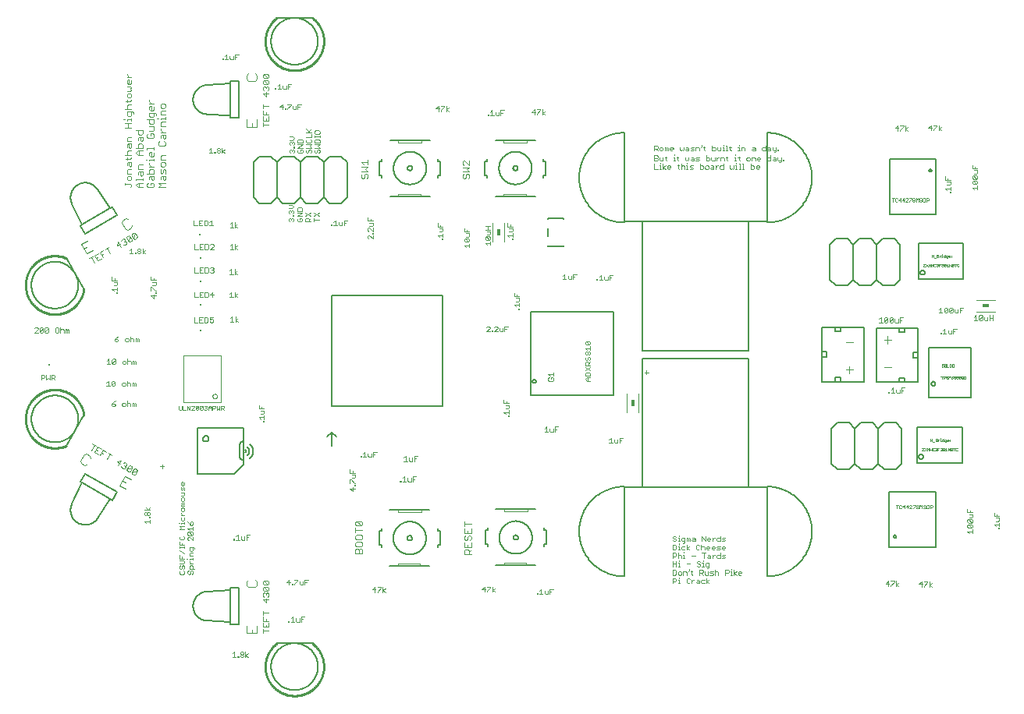
<source format=gto>
G75*
%MOIN*%
%OFA0B0*%
%FSLAX25Y25*%
%IPPOS*%
%LPD*%
%AMOC8*
5,1,8,0,0,1.08239X$1,22.5*
%
%ADD10C,0.00200*%
%ADD11C,0.00300*%
%ADD12C,0.00600*%
%ADD13C,0.00500*%
%ADD14C,0.00100*%
%ADD15C,0.00276*%
%ADD16R,0.01181X0.02756*%
%ADD17R,0.02756X0.01181*%
%ADD18R,0.00787X0.00787*%
%ADD19C,0.00800*%
%ADD20C,0.01000*%
%ADD21C,0.00400*%
%ADD22C,0.00787*%
%ADD23C,0.00197*%
D10*
X0132772Y0226107D02*
X0134240Y0226107D01*
X0133506Y0226107D02*
X0133506Y0228309D01*
X0132772Y0227575D01*
X0134982Y0226474D02*
X0135349Y0226474D01*
X0135349Y0226107D01*
X0134982Y0226107D01*
X0134982Y0226474D01*
X0136087Y0226474D02*
X0136087Y0226841D01*
X0136454Y0227208D01*
X0137188Y0227208D01*
X0137555Y0226841D01*
X0137555Y0226474D01*
X0137188Y0226107D01*
X0136454Y0226107D01*
X0136087Y0226474D01*
X0136454Y0227208D02*
X0136087Y0227575D01*
X0136087Y0227942D01*
X0136454Y0228309D01*
X0137188Y0228309D01*
X0137555Y0227942D01*
X0137555Y0227575D01*
X0137188Y0227208D01*
X0138297Y0226841D02*
X0139398Y0227575D01*
X0138297Y0226841D02*
X0139398Y0226107D01*
X0138297Y0226107D02*
X0138297Y0228309D01*
X0145708Y0236380D02*
X0145708Y0238115D01*
X0145708Y0238959D02*
X0148310Y0238959D01*
X0148310Y0240693D01*
X0148310Y0241537D02*
X0145708Y0241537D01*
X0145708Y0243272D01*
X0145708Y0244115D02*
X0145708Y0245850D01*
X0145708Y0244982D02*
X0148310Y0244982D01*
X0147009Y0242404D02*
X0147009Y0241537D01*
X0145708Y0240693D02*
X0145708Y0238959D01*
X0147009Y0238959D02*
X0147009Y0239826D01*
X0148310Y0237248D02*
X0145708Y0237248D01*
X0156590Y0241141D02*
X0156957Y0241141D01*
X0156957Y0241508D01*
X0156590Y0241508D01*
X0156590Y0241141D01*
X0157695Y0241141D02*
X0159163Y0241141D01*
X0158429Y0241141D02*
X0158429Y0243342D01*
X0157695Y0242609D01*
X0159905Y0242609D02*
X0159905Y0241508D01*
X0160272Y0241141D01*
X0161373Y0241141D01*
X0161373Y0242609D01*
X0162115Y0242242D02*
X0162849Y0242242D01*
X0162115Y0243342D02*
X0163583Y0243342D01*
X0162115Y0243342D02*
X0162115Y0241141D01*
X0148310Y0250573D02*
X0145708Y0250573D01*
X0147009Y0249271D01*
X0147009Y0251006D01*
X0146142Y0251850D02*
X0145708Y0252283D01*
X0145708Y0253151D01*
X0146142Y0253584D01*
X0146575Y0253584D01*
X0147009Y0253151D01*
X0147443Y0253584D01*
X0147877Y0253584D01*
X0148310Y0253151D01*
X0148310Y0252283D01*
X0147877Y0251850D01*
X0147009Y0252717D02*
X0147009Y0253151D01*
X0146142Y0254428D02*
X0145708Y0254862D01*
X0145708Y0255729D01*
X0146142Y0256163D01*
X0147877Y0254428D01*
X0148310Y0254862D01*
X0148310Y0255729D01*
X0147877Y0256163D01*
X0146142Y0256163D01*
X0146142Y0257006D02*
X0145708Y0257440D01*
X0145708Y0258307D01*
X0146142Y0258741D01*
X0147877Y0257006D01*
X0148310Y0257440D01*
X0148310Y0258307D01*
X0147877Y0258741D01*
X0146142Y0258741D01*
X0146142Y0257006D02*
X0147877Y0257006D01*
X0147877Y0254428D02*
X0146142Y0254428D01*
X0155886Y0258080D02*
X0157354Y0258080D01*
X0158096Y0257346D02*
X0158463Y0257346D01*
X0158463Y0256979D01*
X0158096Y0256979D01*
X0158096Y0257346D01*
X0159201Y0257346D02*
X0159201Y0256979D01*
X0159201Y0257346D02*
X0160669Y0258814D01*
X0160669Y0259181D01*
X0159201Y0259181D01*
X0156987Y0259181D02*
X0155886Y0258080D01*
X0156987Y0256979D02*
X0156987Y0259181D01*
X0161411Y0258447D02*
X0161411Y0257346D01*
X0161778Y0256979D01*
X0162879Y0256979D01*
X0162879Y0258447D01*
X0163621Y0258080D02*
X0164355Y0258080D01*
X0163621Y0256979D02*
X0163621Y0259181D01*
X0165089Y0259181D01*
X0192513Y0254938D02*
X0193980Y0254938D01*
X0194722Y0254204D02*
X0194722Y0253837D01*
X0194722Y0254204D02*
X0196190Y0255672D01*
X0196190Y0256039D01*
X0194722Y0256039D01*
X0193614Y0256039D02*
X0192513Y0254938D01*
X0193614Y0253837D02*
X0193614Y0256039D01*
X0196932Y0256039D02*
X0196932Y0253837D01*
X0196932Y0254571D02*
X0198033Y0255305D01*
X0196932Y0254571D02*
X0198033Y0253837D01*
X0203493Y0265013D02*
X0203493Y0266013D01*
X0212993Y0266013D01*
X0212993Y0265013D01*
X0213493Y0288013D02*
X0203493Y0288013D01*
X0203493Y0289013D01*
X0213493Y0289013D02*
X0213493Y0288013D01*
X0209858Y0301084D02*
X0209858Y0303286D01*
X0211326Y0303286D01*
X0210592Y0302185D02*
X0209858Y0302185D01*
X0209116Y0302552D02*
X0209116Y0301084D01*
X0208015Y0301084D01*
X0207648Y0301451D01*
X0207648Y0302552D01*
X0206906Y0301084D02*
X0205438Y0301084D01*
X0206172Y0301084D02*
X0206172Y0303286D01*
X0205438Y0302552D01*
X0204700Y0301451D02*
X0204700Y0301084D01*
X0204333Y0301084D01*
X0204333Y0301451D01*
X0204700Y0301451D01*
X0205942Y0309874D02*
X0207410Y0309874D01*
X0206676Y0309874D02*
X0206676Y0312075D01*
X0205942Y0311342D01*
X0208152Y0311342D02*
X0208152Y0310241D01*
X0208519Y0309874D01*
X0209620Y0309874D01*
X0209620Y0311342D01*
X0210362Y0310975D02*
X0211096Y0310975D01*
X0210362Y0312075D02*
X0211830Y0312075D01*
X0210362Y0312075D02*
X0210362Y0309874D01*
X0194347Y0313812D02*
X0192879Y0313812D01*
X0192879Y0311610D01*
X0192137Y0311610D02*
X0192137Y0313078D01*
X0192879Y0312711D02*
X0193613Y0312711D01*
X0192137Y0311610D02*
X0191036Y0311610D01*
X0190669Y0311977D01*
X0190669Y0313078D01*
X0189927Y0311610D02*
X0188460Y0311610D01*
X0189193Y0311610D02*
X0189193Y0313812D01*
X0188460Y0313078D01*
X0187722Y0311977D02*
X0187722Y0311610D01*
X0187355Y0311610D01*
X0187355Y0311977D01*
X0187722Y0311977D01*
X0184082Y0305570D02*
X0184082Y0304836D01*
X0183715Y0304095D02*
X0185183Y0304095D01*
X0185183Y0302994D01*
X0184816Y0302627D01*
X0183715Y0302627D01*
X0183348Y0301885D02*
X0184816Y0300417D01*
X0185183Y0300417D01*
X0185183Y0299679D02*
X0185183Y0299312D01*
X0184816Y0299312D01*
X0184816Y0299679D01*
X0185183Y0299679D01*
X0185183Y0298203D02*
X0182981Y0298203D01*
X0184082Y0297102D01*
X0184082Y0298570D01*
X0182981Y0300417D02*
X0182981Y0301885D01*
X0183348Y0301885D01*
X0182981Y0304836D02*
X0182981Y0306304D01*
X0182981Y0304836D02*
X0185183Y0304836D01*
X0146334Y0326759D02*
X0146334Y0327126D01*
X0145967Y0327126D01*
X0145967Y0326759D01*
X0146334Y0326759D01*
X0146334Y0327864D02*
X0146334Y0329332D01*
X0146334Y0328598D02*
X0144132Y0328598D01*
X0144866Y0327864D01*
X0144866Y0330074D02*
X0145967Y0330074D01*
X0146334Y0330441D01*
X0146334Y0331542D01*
X0144866Y0331542D01*
X0145233Y0332284D02*
X0145233Y0333018D01*
X0144132Y0332284D02*
X0144132Y0333752D01*
X0144132Y0332284D02*
X0146334Y0332284D01*
X0129136Y0332649D02*
X0128841Y0332354D01*
X0127956Y0332354D01*
X0127956Y0331764D02*
X0127956Y0333534D01*
X0128841Y0333534D01*
X0129136Y0333239D01*
X0129136Y0332649D01*
X0128546Y0332354D02*
X0129136Y0331764D01*
X0127324Y0331764D02*
X0127324Y0333534D01*
X0126144Y0333534D02*
X0126144Y0331764D01*
X0126734Y0332354D01*
X0127324Y0331764D01*
X0125511Y0332649D02*
X0125216Y0332354D01*
X0124331Y0332354D01*
X0124331Y0331764D02*
X0124331Y0333534D01*
X0125216Y0333534D01*
X0125511Y0333239D01*
X0125511Y0332649D01*
X0123699Y0332649D02*
X0122519Y0332649D01*
X0122519Y0332944D02*
X0123109Y0333534D01*
X0123699Y0332944D01*
X0123699Y0331764D01*
X0122519Y0331764D02*
X0122519Y0332944D01*
X0121886Y0332944D02*
X0121591Y0332649D01*
X0121886Y0332354D01*
X0121886Y0332059D01*
X0121591Y0331764D01*
X0121001Y0331764D01*
X0120706Y0332059D01*
X0120074Y0332059D02*
X0119779Y0331764D01*
X0119189Y0331764D01*
X0118894Y0332059D01*
X0120074Y0333239D01*
X0120074Y0332059D01*
X0120074Y0333239D02*
X0119779Y0333534D01*
X0119189Y0333534D01*
X0118894Y0333239D01*
X0118894Y0332059D01*
X0118261Y0332059D02*
X0117966Y0331764D01*
X0117376Y0331764D01*
X0117081Y0332059D01*
X0118261Y0333239D01*
X0118261Y0332059D01*
X0117081Y0332059D02*
X0117081Y0333239D01*
X0117376Y0333534D01*
X0117966Y0333534D01*
X0118261Y0333239D01*
X0116448Y0333239D02*
X0116153Y0333534D01*
X0115563Y0333534D01*
X0115268Y0333239D01*
X0114636Y0333534D02*
X0114636Y0331764D01*
X0113456Y0333534D01*
X0113456Y0331764D01*
X0112823Y0331764D02*
X0111643Y0331764D01*
X0111643Y0333534D01*
X0111011Y0333534D02*
X0111011Y0332059D01*
X0110716Y0331764D01*
X0110126Y0331764D01*
X0109831Y0332059D01*
X0109831Y0333534D01*
X0115268Y0331764D02*
X0116448Y0332944D01*
X0116448Y0333239D01*
X0116448Y0331764D02*
X0115268Y0331764D01*
X0120706Y0333239D02*
X0121001Y0333534D01*
X0121591Y0333534D01*
X0121886Y0333239D01*
X0121886Y0332944D01*
X0121591Y0332649D02*
X0121296Y0332649D01*
X0124282Y0337624D02*
X0124284Y0337685D01*
X0124290Y0337747D01*
X0124300Y0337807D01*
X0124313Y0337867D01*
X0124331Y0337926D01*
X0124352Y0337984D01*
X0124377Y0338040D01*
X0124405Y0338094D01*
X0124437Y0338147D01*
X0124472Y0338197D01*
X0124511Y0338245D01*
X0124552Y0338290D01*
X0124596Y0338333D01*
X0124643Y0338373D01*
X0124692Y0338410D01*
X0124743Y0338443D01*
X0124797Y0338473D01*
X0124852Y0338500D01*
X0124909Y0338523D01*
X0124967Y0338542D01*
X0125027Y0338558D01*
X0125087Y0338570D01*
X0125148Y0338578D01*
X0125209Y0338582D01*
X0125271Y0338582D01*
X0125332Y0338578D01*
X0125393Y0338570D01*
X0125453Y0338558D01*
X0125513Y0338542D01*
X0125571Y0338523D01*
X0125628Y0338500D01*
X0125683Y0338473D01*
X0125737Y0338443D01*
X0125788Y0338410D01*
X0125837Y0338373D01*
X0125884Y0338333D01*
X0125928Y0338290D01*
X0125969Y0338245D01*
X0126008Y0338197D01*
X0126043Y0338147D01*
X0126075Y0338094D01*
X0126103Y0338040D01*
X0126128Y0337984D01*
X0126149Y0337926D01*
X0126167Y0337867D01*
X0126180Y0337807D01*
X0126190Y0337747D01*
X0126196Y0337685D01*
X0126198Y0337624D01*
X0126196Y0337563D01*
X0126190Y0337501D01*
X0126180Y0337441D01*
X0126167Y0337381D01*
X0126149Y0337322D01*
X0126128Y0337264D01*
X0126103Y0337208D01*
X0126075Y0337154D01*
X0126043Y0337101D01*
X0126008Y0337051D01*
X0125969Y0337003D01*
X0125928Y0336958D01*
X0125884Y0336915D01*
X0125837Y0336875D01*
X0125788Y0336838D01*
X0125737Y0336805D01*
X0125683Y0336775D01*
X0125628Y0336748D01*
X0125571Y0336725D01*
X0125513Y0336706D01*
X0125453Y0336690D01*
X0125393Y0336678D01*
X0125332Y0336670D01*
X0125271Y0336666D01*
X0125209Y0336666D01*
X0125148Y0336670D01*
X0125087Y0336678D01*
X0125027Y0336690D01*
X0124967Y0336706D01*
X0124909Y0336725D01*
X0124852Y0336748D01*
X0124797Y0336775D01*
X0124743Y0336805D01*
X0124692Y0336838D01*
X0124643Y0336875D01*
X0124596Y0336915D01*
X0124552Y0336958D01*
X0124511Y0337003D01*
X0124472Y0337051D01*
X0124437Y0337101D01*
X0124405Y0337154D01*
X0124377Y0337208D01*
X0124352Y0337264D01*
X0124331Y0337322D01*
X0124313Y0337381D01*
X0124300Y0337441D01*
X0124290Y0337501D01*
X0124284Y0337563D01*
X0124282Y0337624D01*
X0124181Y0369211D02*
X0123447Y0369211D01*
X0123080Y0369578D01*
X0123080Y0370312D02*
X0123814Y0370679D01*
X0124181Y0370679D01*
X0124548Y0370312D01*
X0124548Y0369578D01*
X0124181Y0369211D01*
X0123080Y0370312D02*
X0123080Y0371413D01*
X0124548Y0371413D01*
X0122338Y0371046D02*
X0121971Y0371413D01*
X0120870Y0371413D01*
X0120870Y0369211D01*
X0121971Y0369211D01*
X0122338Y0369578D01*
X0122338Y0371046D01*
X0120128Y0371413D02*
X0118660Y0371413D01*
X0118660Y0369211D01*
X0120128Y0369211D01*
X0119394Y0370312D02*
X0118660Y0370312D01*
X0117918Y0369211D02*
X0116450Y0369211D01*
X0116450Y0371413D01*
X0116583Y0379918D02*
X0118050Y0379918D01*
X0118792Y0379918D02*
X0120260Y0379918D01*
X0121002Y0379918D02*
X0122103Y0379918D01*
X0122470Y0380285D01*
X0122470Y0381753D01*
X0122103Y0382120D01*
X0121002Y0382120D01*
X0121002Y0379918D01*
X0119526Y0381019D02*
X0118792Y0381019D01*
X0118792Y0382120D02*
X0118792Y0379918D01*
X0118792Y0382120D02*
X0120260Y0382120D01*
X0123212Y0381019D02*
X0124680Y0381019D01*
X0124313Y0382120D02*
X0123212Y0381019D01*
X0124313Y0379918D02*
X0124313Y0382120D01*
X0131557Y0381365D02*
X0132291Y0382099D01*
X0132291Y0379897D01*
X0131557Y0379897D02*
X0133025Y0379897D01*
X0133767Y0379897D02*
X0133767Y0382099D01*
X0134868Y0381365D02*
X0133767Y0380631D01*
X0134868Y0379897D01*
X0134031Y0371657D02*
X0134031Y0369455D01*
X0134031Y0370189D02*
X0135132Y0370923D01*
X0134031Y0370189D02*
X0135132Y0369455D01*
X0133289Y0369455D02*
X0131821Y0369455D01*
X0132555Y0369455D02*
X0132555Y0371657D01*
X0131821Y0370923D01*
X0116583Y0379918D02*
X0116583Y0382120D01*
X0116583Y0390492D02*
X0118050Y0390492D01*
X0118792Y0390492D02*
X0120260Y0390492D01*
X0121002Y0390492D02*
X0122103Y0390492D01*
X0122470Y0390859D01*
X0122470Y0392327D01*
X0122103Y0392694D01*
X0121002Y0392694D01*
X0121002Y0390492D01*
X0119526Y0391593D02*
X0118792Y0391593D01*
X0118792Y0392694D02*
X0118792Y0390492D01*
X0118792Y0392694D02*
X0120260Y0392694D01*
X0123212Y0392327D02*
X0123579Y0392694D01*
X0124313Y0392694D01*
X0124680Y0392327D01*
X0124680Y0391960D01*
X0124313Y0391593D01*
X0124680Y0391226D01*
X0124680Y0390859D01*
X0124313Y0390492D01*
X0123579Y0390492D01*
X0123212Y0390859D01*
X0123946Y0391593D02*
X0124313Y0391593D01*
X0131557Y0391278D02*
X0132291Y0392012D01*
X0132291Y0389810D01*
X0131557Y0389810D02*
X0133025Y0389810D01*
X0133767Y0389810D02*
X0133767Y0392012D01*
X0134868Y0391278D02*
X0133767Y0390544D01*
X0134868Y0389810D01*
X0135000Y0400517D02*
X0133899Y0401251D01*
X0135000Y0401985D01*
X0133899Y0402719D02*
X0133899Y0400517D01*
X0133157Y0400517D02*
X0131689Y0400517D01*
X0132423Y0400517D02*
X0132423Y0402719D01*
X0131689Y0401985D01*
X0124680Y0401873D02*
X0124680Y0402240D01*
X0124313Y0402607D01*
X0123579Y0402607D01*
X0123212Y0402240D01*
X0122470Y0402240D02*
X0122103Y0402607D01*
X0121002Y0402607D01*
X0121002Y0400405D01*
X0122103Y0400405D01*
X0122470Y0400772D01*
X0122470Y0402240D01*
X0123212Y0400405D02*
X0124680Y0401873D01*
X0124680Y0400405D02*
X0123212Y0400405D01*
X0120260Y0400405D02*
X0118792Y0400405D01*
X0118792Y0402607D01*
X0120260Y0402607D01*
X0119526Y0401506D02*
X0118792Y0401506D01*
X0118050Y0400405D02*
X0116583Y0400405D01*
X0116583Y0402607D01*
X0116318Y0410583D02*
X0117786Y0410583D01*
X0118528Y0410583D02*
X0119996Y0410583D01*
X0120738Y0410583D02*
X0121839Y0410583D01*
X0122206Y0410950D01*
X0122206Y0412418D01*
X0121839Y0412785D01*
X0120738Y0412785D01*
X0120738Y0410583D01*
X0119262Y0411684D02*
X0118528Y0411684D01*
X0118528Y0412785D02*
X0118528Y0410583D01*
X0118528Y0412785D02*
X0119996Y0412785D01*
X0122948Y0412051D02*
X0123682Y0412785D01*
X0123682Y0410583D01*
X0122948Y0410583D02*
X0124416Y0410583D01*
X0131689Y0411237D02*
X0132423Y0411971D01*
X0132423Y0409769D01*
X0131689Y0409769D02*
X0133157Y0409769D01*
X0133899Y0409769D02*
X0133899Y0411971D01*
X0135000Y0411237D02*
X0133899Y0410503D01*
X0135000Y0409769D01*
X0116318Y0410583D02*
X0116318Y0412785D01*
X0116583Y0392694D02*
X0116583Y0390492D01*
X0100108Y0387276D02*
X0097906Y0387276D01*
X0097906Y0388744D01*
X0099007Y0388010D02*
X0099007Y0387276D01*
X0098640Y0386534D02*
X0100108Y0386534D01*
X0100108Y0385433D01*
X0099741Y0385066D01*
X0098640Y0385066D01*
X0098273Y0384324D02*
X0099741Y0382856D01*
X0100108Y0382856D01*
X0100108Y0382118D02*
X0100108Y0381751D01*
X0099741Y0381751D01*
X0099741Y0382118D01*
X0100108Y0382118D01*
X0100108Y0380642D02*
X0097906Y0380642D01*
X0099007Y0379542D01*
X0099007Y0381009D01*
X0097906Y0382856D02*
X0097906Y0384324D01*
X0098273Y0384324D01*
X0095455Y0398569D02*
X0094354Y0399303D01*
X0095455Y0400037D01*
X0094354Y0400771D02*
X0094354Y0398569D01*
X0093612Y0398936D02*
X0093245Y0398569D01*
X0092511Y0398569D01*
X0092144Y0398936D01*
X0092144Y0399303D01*
X0092511Y0399670D01*
X0093245Y0399670D01*
X0093612Y0399303D01*
X0093612Y0398936D01*
X0093245Y0399670D02*
X0093612Y0400037D01*
X0093612Y0400404D01*
X0093245Y0400771D01*
X0092511Y0400771D01*
X0092144Y0400404D01*
X0092144Y0400037D01*
X0092511Y0399670D01*
X0091406Y0398936D02*
X0091406Y0398569D01*
X0091039Y0398569D01*
X0091039Y0398936D01*
X0091406Y0398936D01*
X0090297Y0398569D02*
X0088829Y0398569D01*
X0089563Y0398569D02*
X0089563Y0400771D01*
X0088829Y0400037D01*
X0087477Y0402718D02*
X0086726Y0402284D01*
X0086133Y0402443D01*
X0084969Y0402772D02*
X0083467Y0401905D01*
X0083943Y0403682D01*
X0085244Y0401429D01*
X0086451Y0403628D02*
X0086826Y0403844D01*
X0087419Y0403686D01*
X0087636Y0403310D01*
X0087477Y0402718D01*
X0086826Y0403844D02*
X0086985Y0404437D01*
X0086768Y0404812D01*
X0086176Y0404971D01*
X0085425Y0404537D01*
X0085266Y0403945D01*
X0087499Y0405234D02*
X0087657Y0405827D01*
X0088409Y0406260D01*
X0089001Y0406102D01*
X0088366Y0403732D01*
X0088959Y0403573D01*
X0089710Y0404007D01*
X0089869Y0404599D01*
X0089001Y0406102D01*
X0089732Y0406523D02*
X0089890Y0407116D01*
X0090641Y0407549D01*
X0091234Y0407391D01*
X0090599Y0405021D01*
X0091191Y0404862D01*
X0091943Y0405296D01*
X0092101Y0405888D01*
X0091234Y0407391D01*
X0089732Y0406523D02*
X0090599Y0405021D01*
X0088366Y0403732D02*
X0087499Y0405234D01*
X0079853Y0401321D02*
X0078351Y0400453D01*
X0077620Y0400032D02*
X0076118Y0399164D01*
X0077419Y0396911D01*
X0076689Y0396489D02*
X0075186Y0395622D01*
X0073885Y0397875D01*
X0075388Y0398743D01*
X0076769Y0398037D02*
X0077520Y0398471D01*
X0075287Y0397182D02*
X0074536Y0396748D01*
X0073155Y0397453D02*
X0071652Y0396586D01*
X0072404Y0397020D02*
X0073705Y0394766D01*
X0080403Y0398633D02*
X0079102Y0400887D01*
X0081337Y0388636D02*
X0081337Y0387168D01*
X0083539Y0387168D01*
X0083539Y0386426D02*
X0082071Y0386426D01*
X0082438Y0387168D02*
X0082438Y0387902D01*
X0083539Y0386426D02*
X0083539Y0385325D01*
X0083172Y0384958D01*
X0082071Y0384958D01*
X0083539Y0384216D02*
X0083539Y0382749D01*
X0083539Y0383483D02*
X0081337Y0383483D01*
X0082071Y0382749D01*
X0083172Y0382011D02*
X0083539Y0382011D01*
X0083539Y0381644D01*
X0083172Y0381644D01*
X0083172Y0382011D01*
X0083970Y0363171D02*
X0083236Y0362804D01*
X0082502Y0362070D01*
X0083603Y0362070D01*
X0083970Y0361703D01*
X0083970Y0361336D01*
X0083603Y0360969D01*
X0082869Y0360969D01*
X0082502Y0361336D01*
X0082502Y0362070D01*
X0086922Y0362070D02*
X0086922Y0361336D01*
X0087289Y0360969D01*
X0088023Y0360969D01*
X0088390Y0361336D01*
X0088390Y0362070D01*
X0088023Y0362437D01*
X0087289Y0362437D01*
X0086922Y0362070D01*
X0089132Y0362070D02*
X0089499Y0362437D01*
X0090233Y0362437D01*
X0090600Y0362070D01*
X0090600Y0360969D01*
X0091341Y0360969D02*
X0091341Y0362437D01*
X0091708Y0362437D01*
X0092075Y0362070D01*
X0092442Y0362437D01*
X0092809Y0362070D01*
X0092809Y0360969D01*
X0092075Y0360969D02*
X0092075Y0362070D01*
X0089132Y0363171D02*
X0089132Y0360969D01*
X0087939Y0353577D02*
X0087939Y0351375D01*
X0087197Y0351742D02*
X0087197Y0352476D01*
X0086830Y0352843D01*
X0086096Y0352843D01*
X0085729Y0352476D01*
X0085729Y0351742D01*
X0086096Y0351375D01*
X0086830Y0351375D01*
X0087197Y0351742D01*
X0087939Y0352476D02*
X0088306Y0352843D01*
X0089040Y0352843D01*
X0089407Y0352476D01*
X0089407Y0351375D01*
X0090149Y0351375D02*
X0090149Y0352843D01*
X0090516Y0352843D01*
X0090883Y0352476D01*
X0091250Y0352843D01*
X0091617Y0352476D01*
X0091617Y0351375D01*
X0090883Y0351375D02*
X0090883Y0352476D01*
X0082777Y0351742D02*
X0082410Y0351375D01*
X0081676Y0351375D01*
X0081309Y0351742D01*
X0082777Y0353210D01*
X0082777Y0351742D01*
X0081309Y0351742D02*
X0081309Y0353210D01*
X0081676Y0353577D01*
X0082410Y0353577D01*
X0082777Y0353210D01*
X0080567Y0351375D02*
X0079100Y0351375D01*
X0079833Y0351375D02*
X0079833Y0353577D01*
X0079100Y0352843D01*
X0079706Y0344147D02*
X0079706Y0341945D01*
X0078972Y0341945D02*
X0080440Y0341945D01*
X0081182Y0342312D02*
X0082650Y0343780D01*
X0082650Y0342312D01*
X0082283Y0341945D01*
X0081549Y0341945D01*
X0081182Y0342312D01*
X0081182Y0343780D01*
X0081549Y0344147D01*
X0082283Y0344147D01*
X0082650Y0343780D01*
X0079706Y0344147D02*
X0078972Y0343413D01*
X0085602Y0343046D02*
X0085602Y0342312D01*
X0085969Y0341945D01*
X0086703Y0341945D01*
X0087070Y0342312D01*
X0087070Y0343046D01*
X0086703Y0343413D01*
X0085969Y0343413D01*
X0085602Y0343046D01*
X0087812Y0343046D02*
X0088179Y0343413D01*
X0088913Y0343413D01*
X0089280Y0343046D01*
X0089280Y0341945D01*
X0090021Y0341945D02*
X0090021Y0343413D01*
X0090388Y0343413D01*
X0090755Y0343046D01*
X0091122Y0343413D01*
X0091489Y0343046D01*
X0091489Y0341945D01*
X0090755Y0341945D02*
X0090755Y0343046D01*
X0087812Y0344147D02*
X0087812Y0341945D01*
X0087863Y0335565D02*
X0087863Y0333363D01*
X0087121Y0333730D02*
X0087121Y0334464D01*
X0086754Y0334831D01*
X0086020Y0334831D01*
X0085653Y0334464D01*
X0085653Y0333730D01*
X0086020Y0333363D01*
X0086754Y0333363D01*
X0087121Y0333730D01*
X0087863Y0334464D02*
X0088230Y0334831D01*
X0088964Y0334831D01*
X0089331Y0334464D01*
X0089331Y0333363D01*
X0090073Y0333363D02*
X0090073Y0334831D01*
X0090440Y0334831D01*
X0090807Y0334464D01*
X0091174Y0334831D01*
X0091541Y0334464D01*
X0091541Y0333363D01*
X0090807Y0333363D02*
X0090807Y0334464D01*
X0082701Y0334097D02*
X0082334Y0334464D01*
X0081233Y0334464D01*
X0081233Y0333730D01*
X0081600Y0333363D01*
X0082334Y0333363D01*
X0082701Y0333730D01*
X0082701Y0334097D01*
X0081967Y0335198D02*
X0081233Y0334464D01*
X0081967Y0335198D02*
X0082701Y0335565D01*
X0072984Y0317238D02*
X0074486Y0316371D01*
X0075217Y0315949D02*
X0073916Y0313696D01*
X0075418Y0312828D01*
X0076148Y0312407D02*
X0077449Y0314660D01*
X0078952Y0313793D01*
X0079682Y0313371D02*
X0081185Y0312504D01*
X0080433Y0312937D02*
X0079132Y0310684D01*
X0077550Y0313100D02*
X0076799Y0313533D01*
X0076719Y0315082D02*
X0075217Y0315949D01*
X0074566Y0314822D02*
X0075317Y0314389D01*
X0072434Y0314551D02*
X0073735Y0316805D01*
X0083497Y0309666D02*
X0085000Y0308799D01*
X0086164Y0309128D02*
X0086756Y0309287D01*
X0087507Y0308853D01*
X0087666Y0308261D01*
X0087449Y0307885D01*
X0086857Y0307726D01*
X0087016Y0307134D01*
X0086799Y0306758D01*
X0086206Y0306600D01*
X0085455Y0307033D01*
X0085296Y0307626D01*
X0086481Y0307943D02*
X0086857Y0307726D01*
X0087529Y0306337D02*
X0089899Y0306972D01*
X0089031Y0305469D01*
X0088439Y0305311D01*
X0087688Y0305744D01*
X0087529Y0306337D01*
X0088396Y0307839D01*
X0088989Y0307998D01*
X0089740Y0307564D01*
X0089899Y0306972D01*
X0090629Y0306550D02*
X0091222Y0306709D01*
X0091973Y0306275D01*
X0092132Y0305683D01*
X0089762Y0305048D01*
X0089921Y0304455D01*
X0090672Y0304021D01*
X0091264Y0304180D01*
X0092132Y0305683D01*
X0090629Y0306550D02*
X0089762Y0305048D01*
X0083973Y0307889D02*
X0085275Y0310142D01*
X0083497Y0309666D01*
X0101999Y0307592D02*
X0103467Y0307592D01*
X0102733Y0308326D02*
X0102733Y0306858D01*
X0110805Y0300580D02*
X0111172Y0300947D01*
X0111539Y0300947D01*
X0111539Y0299479D01*
X0111172Y0299479D02*
X0110805Y0299846D01*
X0110805Y0300580D01*
X0111172Y0299479D02*
X0111906Y0299479D01*
X0112273Y0299846D01*
X0112273Y0300580D01*
X0111906Y0298737D02*
X0111539Y0298370D01*
X0111539Y0297636D01*
X0111172Y0297269D01*
X0110805Y0297636D01*
X0110805Y0298737D01*
X0111906Y0298737D02*
X0112273Y0298370D01*
X0112273Y0297269D01*
X0112273Y0296527D02*
X0110805Y0296527D01*
X0110805Y0295059D02*
X0111906Y0295059D01*
X0112273Y0295426D01*
X0112273Y0296527D01*
X0111906Y0294317D02*
X0111172Y0294317D01*
X0110805Y0293950D01*
X0110805Y0293216D01*
X0111172Y0292849D01*
X0111906Y0292849D01*
X0112273Y0293216D01*
X0112273Y0293950D01*
X0111906Y0294317D01*
X0112273Y0292107D02*
X0111172Y0292107D01*
X0110805Y0291740D01*
X0111172Y0291373D01*
X0112273Y0291373D01*
X0112273Y0290639D02*
X0110805Y0290639D01*
X0110805Y0291006D01*
X0111172Y0291373D01*
X0111172Y0289897D02*
X0110805Y0289530D01*
X0110805Y0288796D01*
X0111172Y0288429D01*
X0111906Y0288429D01*
X0112273Y0288796D01*
X0112273Y0289530D01*
X0111906Y0289897D01*
X0111172Y0289897D01*
X0110805Y0287689D02*
X0110805Y0287322D01*
X0111539Y0286588D01*
X0112273Y0286588D02*
X0110805Y0286588D01*
X0110805Y0285846D02*
X0110805Y0284745D01*
X0111172Y0284378D01*
X0111906Y0284378D01*
X0112273Y0284745D01*
X0112273Y0285846D01*
X0112273Y0283639D02*
X0112273Y0282905D01*
X0112273Y0283272D02*
X0110805Y0283272D01*
X0110805Y0282905D01*
X0110071Y0283272D02*
X0109704Y0283272D01*
X0110071Y0282163D02*
X0112273Y0282163D01*
X0112273Y0280695D02*
X0110071Y0280695D01*
X0110805Y0281429D01*
X0110071Y0282163D01*
X0113671Y0281060D02*
X0115873Y0281060D01*
X0115873Y0280327D02*
X0115873Y0281794D01*
X0115506Y0282536D02*
X0115873Y0282903D01*
X0115873Y0283637D01*
X0115506Y0284004D01*
X0115139Y0284004D01*
X0114772Y0283637D01*
X0114772Y0282536D01*
X0115506Y0282536D01*
X0114772Y0282536D02*
X0114038Y0283270D01*
X0113671Y0284004D01*
X0113671Y0281060D02*
X0114405Y0280327D01*
X0114038Y0279585D02*
X0115506Y0278117D01*
X0115873Y0278484D01*
X0115873Y0279218D01*
X0115506Y0279585D01*
X0114038Y0279585D01*
X0113671Y0279218D01*
X0113671Y0278484D01*
X0114038Y0278117D01*
X0115506Y0278117D01*
X0115873Y0277375D02*
X0115873Y0275907D01*
X0114405Y0277375D01*
X0114038Y0277375D01*
X0113671Y0277008D01*
X0113671Y0276274D01*
X0114038Y0275907D01*
X0112273Y0276642D02*
X0112273Y0277376D01*
X0111906Y0277743D01*
X0112273Y0276642D02*
X0111906Y0276275D01*
X0110438Y0276275D01*
X0110071Y0276642D01*
X0110071Y0277376D01*
X0110438Y0277743D01*
X0110071Y0275533D02*
X0110071Y0274065D01*
X0112273Y0274065D01*
X0112273Y0273326D02*
X0112273Y0272592D01*
X0112273Y0272959D02*
X0110071Y0272959D01*
X0110071Y0272592D02*
X0110071Y0273326D01*
X0111172Y0274065D02*
X0111172Y0274799D01*
X0110071Y0271850D02*
X0112273Y0270382D01*
X0111172Y0268906D02*
X0111172Y0268172D01*
X0111906Y0267430D02*
X0110071Y0267430D01*
X0110071Y0268172D02*
X0110071Y0269640D01*
X0110071Y0268172D02*
X0112273Y0268172D01*
X0111906Y0267430D02*
X0112273Y0267063D01*
X0112273Y0266329D01*
X0111906Y0265962D01*
X0110071Y0265962D01*
X0110438Y0265220D02*
X0110071Y0264853D01*
X0110071Y0264119D01*
X0110438Y0263752D01*
X0110805Y0263752D01*
X0111172Y0264119D01*
X0111172Y0264853D01*
X0111539Y0265220D01*
X0111906Y0265220D01*
X0112273Y0264853D01*
X0112273Y0264119D01*
X0111906Y0263752D01*
X0111906Y0263010D02*
X0112273Y0262643D01*
X0112273Y0261909D01*
X0111906Y0261543D01*
X0110438Y0261543D01*
X0110071Y0261909D01*
X0110071Y0262643D01*
X0110438Y0263010D01*
X0113671Y0262643D02*
X0113671Y0261909D01*
X0114038Y0261543D01*
X0114405Y0261543D01*
X0114772Y0261909D01*
X0114772Y0262643D01*
X0115139Y0263010D01*
X0115506Y0263010D01*
X0115873Y0262643D01*
X0115873Y0261909D01*
X0115506Y0261543D01*
X0114038Y0263010D02*
X0113671Y0262643D01*
X0114405Y0263752D02*
X0114405Y0264853D01*
X0114772Y0265220D01*
X0115506Y0265220D01*
X0115873Y0264853D01*
X0115873Y0263752D01*
X0116607Y0263752D02*
X0114405Y0263752D01*
X0114405Y0265962D02*
X0115873Y0265962D01*
X0115139Y0265962D02*
X0114405Y0266696D01*
X0114405Y0267063D01*
X0114405Y0267804D02*
X0114405Y0268171D01*
X0115873Y0268171D01*
X0115873Y0267804D02*
X0115873Y0268538D01*
X0115873Y0269277D02*
X0114405Y0269277D01*
X0114405Y0270378D01*
X0114772Y0270745D01*
X0115873Y0270745D01*
X0115506Y0271487D02*
X0115873Y0271854D01*
X0115873Y0272955D01*
X0116240Y0272955D02*
X0114405Y0272955D01*
X0114405Y0271854D01*
X0114772Y0271487D01*
X0115506Y0271487D01*
X0116607Y0272221D02*
X0116607Y0272588D01*
X0116240Y0272955D01*
X0113671Y0268171D02*
X0113304Y0268171D01*
X0097426Y0283385D02*
X0097426Y0284853D01*
X0097426Y0284119D02*
X0095224Y0284119D01*
X0095958Y0283385D01*
X0097059Y0285595D02*
X0097059Y0285962D01*
X0097426Y0285962D01*
X0097426Y0285595D01*
X0097059Y0285595D01*
X0097059Y0286700D02*
X0096692Y0286700D01*
X0096325Y0287067D01*
X0096325Y0287801D01*
X0096692Y0288168D01*
X0097059Y0288168D01*
X0097426Y0287801D01*
X0097426Y0287067D01*
X0097059Y0286700D01*
X0096325Y0287067D02*
X0095958Y0286700D01*
X0095591Y0286700D01*
X0095224Y0287067D01*
X0095224Y0287801D01*
X0095591Y0288168D01*
X0095958Y0288168D01*
X0096325Y0287801D01*
X0096692Y0288909D02*
X0095958Y0290010D01*
X0096692Y0288909D02*
X0097426Y0290010D01*
X0097426Y0288909D02*
X0095224Y0288909D01*
X0133201Y0276575D02*
X0133568Y0276575D01*
X0133568Y0276208D01*
X0133201Y0276208D01*
X0133201Y0276575D01*
X0134306Y0276208D02*
X0135774Y0276208D01*
X0135040Y0276208D02*
X0135040Y0278410D01*
X0134306Y0277676D01*
X0136516Y0277676D02*
X0136516Y0276575D01*
X0136883Y0276208D01*
X0137984Y0276208D01*
X0137984Y0277676D01*
X0138726Y0277309D02*
X0139460Y0277309D01*
X0138726Y0278410D02*
X0140194Y0278410D01*
X0138726Y0278410D02*
X0138726Y0276208D01*
X0056972Y0344579D02*
X0056238Y0345313D01*
X0056605Y0345313D02*
X0055504Y0345313D01*
X0055504Y0344579D02*
X0055504Y0346781D01*
X0056605Y0346781D01*
X0056972Y0346414D01*
X0056972Y0345680D01*
X0056605Y0345313D01*
X0054762Y0344579D02*
X0054762Y0346781D01*
X0053294Y0346781D02*
X0053294Y0344579D01*
X0054028Y0345313D01*
X0054762Y0344579D01*
X0052552Y0345680D02*
X0052185Y0345313D01*
X0051084Y0345313D01*
X0051084Y0344579D02*
X0051084Y0346781D01*
X0052185Y0346781D01*
X0052552Y0346414D01*
X0052552Y0345680D01*
X0052993Y0364783D02*
X0052626Y0365149D01*
X0054094Y0366617D01*
X0054094Y0365149D01*
X0053727Y0364783D01*
X0052993Y0364783D01*
X0052626Y0365149D02*
X0052626Y0366617D01*
X0052993Y0366984D01*
X0053727Y0366984D01*
X0054094Y0366617D01*
X0051884Y0366617D02*
X0050417Y0365149D01*
X0050784Y0364783D01*
X0051517Y0364783D01*
X0051884Y0365149D01*
X0051884Y0366617D01*
X0051517Y0366984D01*
X0050784Y0366984D01*
X0050417Y0366617D01*
X0050417Y0365149D01*
X0049675Y0364783D02*
X0048207Y0364783D01*
X0049675Y0366250D01*
X0049675Y0366617D01*
X0049308Y0366984D01*
X0048574Y0366984D01*
X0048207Y0366617D01*
X0057046Y0366617D02*
X0057046Y0365149D01*
X0057413Y0364783D01*
X0058147Y0364783D01*
X0058514Y0365149D01*
X0058514Y0366617D01*
X0058147Y0366984D01*
X0057413Y0366984D01*
X0057046Y0366617D01*
X0059256Y0366984D02*
X0059256Y0364783D01*
X0059256Y0365883D02*
X0059623Y0366250D01*
X0060357Y0366250D01*
X0060724Y0365883D01*
X0060724Y0364783D01*
X0061466Y0364783D02*
X0061466Y0366250D01*
X0061833Y0366250D01*
X0062200Y0365883D01*
X0062567Y0366250D01*
X0062934Y0365883D01*
X0062934Y0364783D01*
X0062200Y0364783D02*
X0062200Y0365883D01*
X0122770Y0441663D02*
X0124238Y0441663D01*
X0123504Y0441663D02*
X0123504Y0443865D01*
X0122770Y0443131D01*
X0124980Y0442030D02*
X0125347Y0442030D01*
X0125347Y0441663D01*
X0124980Y0441663D01*
X0124980Y0442030D01*
X0126085Y0442030D02*
X0126085Y0442397D01*
X0126452Y0442764D01*
X0127186Y0442764D01*
X0127553Y0442397D01*
X0127553Y0442030D01*
X0127186Y0441663D01*
X0126452Y0441663D01*
X0126085Y0442030D01*
X0126452Y0442764D02*
X0126085Y0443131D01*
X0126085Y0443498D01*
X0126452Y0443865D01*
X0127186Y0443865D01*
X0127553Y0443498D01*
X0127553Y0443131D01*
X0127186Y0442764D01*
X0128295Y0442397D02*
X0129396Y0443131D01*
X0128295Y0442397D02*
X0129396Y0441663D01*
X0128295Y0441663D02*
X0128295Y0443865D01*
X0145708Y0452955D02*
X0145708Y0454690D01*
X0145708Y0455533D02*
X0148310Y0455533D01*
X0148310Y0457268D01*
X0148310Y0458112D02*
X0145708Y0458112D01*
X0145708Y0459846D01*
X0145708Y0460690D02*
X0145708Y0462425D01*
X0145708Y0461557D02*
X0148310Y0461557D01*
X0147009Y0458979D02*
X0147009Y0458112D01*
X0145708Y0457268D02*
X0145708Y0455533D01*
X0147009Y0455533D02*
X0147009Y0456401D01*
X0148310Y0453823D02*
X0145708Y0453823D01*
X0152908Y0461349D02*
X0154376Y0461349D01*
X0155118Y0460615D02*
X0155485Y0460615D01*
X0155485Y0460248D01*
X0155118Y0460248D01*
X0155118Y0460615D01*
X0156223Y0460615D02*
X0156223Y0460248D01*
X0156223Y0460615D02*
X0157691Y0462083D01*
X0157691Y0462450D01*
X0156223Y0462450D01*
X0154009Y0462450D02*
X0152908Y0461349D01*
X0154009Y0460248D02*
X0154009Y0462450D01*
X0158432Y0461716D02*
X0158432Y0460615D01*
X0158799Y0460248D01*
X0159900Y0460248D01*
X0159900Y0461716D01*
X0160642Y0461349D02*
X0161376Y0461349D01*
X0160642Y0462450D02*
X0162110Y0462450D01*
X0160642Y0462450D02*
X0160642Y0460248D01*
X0164205Y0451968D02*
X0165673Y0450500D01*
X0165306Y0450867D02*
X0166407Y0451968D01*
X0166407Y0450500D02*
X0164205Y0450500D01*
X0164205Y0448290D02*
X0166407Y0448290D01*
X0166407Y0449758D01*
X0167805Y0450130D02*
X0168172Y0449764D01*
X0169640Y0449764D01*
X0170007Y0450130D01*
X0170007Y0450864D01*
X0169640Y0451231D01*
X0168172Y0451231D01*
X0167805Y0450864D01*
X0167805Y0450130D01*
X0167805Y0449024D02*
X0167805Y0448290D01*
X0167805Y0448657D02*
X0170007Y0448657D01*
X0170007Y0448290D02*
X0170007Y0449024D01*
X0169640Y0447548D02*
X0168172Y0447548D01*
X0167805Y0447181D01*
X0167805Y0446080D01*
X0170007Y0446080D01*
X0170007Y0447181D01*
X0169640Y0447548D01*
X0170007Y0445338D02*
X0167805Y0445338D01*
X0166407Y0445338D02*
X0164205Y0445338D01*
X0164572Y0446080D02*
X0166040Y0446080D01*
X0166407Y0446447D01*
X0166407Y0447181D01*
X0166040Y0447548D01*
X0164572Y0447548D02*
X0164205Y0447181D01*
X0164205Y0446447D01*
X0164572Y0446080D01*
X0162807Y0446080D02*
X0162807Y0447181D01*
X0162440Y0447548D01*
X0160972Y0447548D01*
X0160605Y0447181D01*
X0160605Y0446080D01*
X0162807Y0446080D01*
X0162807Y0445338D02*
X0160605Y0445338D01*
X0159207Y0445342D02*
X0158840Y0444975D01*
X0159207Y0445342D02*
X0159207Y0446076D01*
X0158840Y0446443D01*
X0158473Y0446443D01*
X0158106Y0446076D01*
X0158106Y0445709D01*
X0158106Y0446076D02*
X0157739Y0446443D01*
X0157372Y0446443D01*
X0157005Y0446076D01*
X0157005Y0445342D01*
X0157372Y0444975D01*
X0158840Y0444237D02*
X0159207Y0444237D01*
X0159207Y0443871D01*
X0158840Y0443871D01*
X0158840Y0444237D01*
X0158840Y0443129D02*
X0159207Y0442762D01*
X0159207Y0442028D01*
X0158840Y0441661D01*
X0158106Y0442395D02*
X0158106Y0442762D01*
X0158473Y0443129D01*
X0158840Y0443129D01*
X0158106Y0442762D02*
X0157739Y0443129D01*
X0157372Y0443129D01*
X0157005Y0442762D01*
X0157005Y0442028D01*
X0157372Y0441661D01*
X0160605Y0442028D02*
X0160972Y0441661D01*
X0162440Y0441661D01*
X0162807Y0442028D01*
X0162807Y0442762D01*
X0162440Y0443129D01*
X0161706Y0443129D01*
X0161706Y0442395D01*
X0160972Y0443129D02*
X0160605Y0442762D01*
X0160605Y0442028D01*
X0160605Y0443871D02*
X0162807Y0445338D01*
X0162807Y0443871D02*
X0160605Y0443871D01*
X0164205Y0443871D02*
X0166407Y0443871D01*
X0165673Y0444604D01*
X0166407Y0445338D01*
X0167805Y0443871D02*
X0170007Y0443871D01*
X0169273Y0444604D01*
X0170007Y0445338D01*
X0169640Y0443129D02*
X0170007Y0442762D01*
X0170007Y0442028D01*
X0169640Y0441661D01*
X0168906Y0442028D02*
X0168906Y0442762D01*
X0169273Y0443129D01*
X0169640Y0443129D01*
X0168906Y0442028D02*
X0168539Y0441661D01*
X0168172Y0441661D01*
X0167805Y0442028D01*
X0167805Y0442762D01*
X0168172Y0443129D01*
X0166407Y0442762D02*
X0166407Y0442028D01*
X0166040Y0441661D01*
X0165306Y0442028D02*
X0165306Y0442762D01*
X0165673Y0443129D01*
X0166040Y0443129D01*
X0166407Y0442762D01*
X0165306Y0442028D02*
X0164939Y0441661D01*
X0164572Y0441661D01*
X0164205Y0442028D01*
X0164205Y0442762D01*
X0164572Y0443129D01*
X0159207Y0447919D02*
X0158473Y0448653D01*
X0157005Y0448653D01*
X0157005Y0447185D02*
X0158473Y0447185D01*
X0159207Y0447919D01*
X0156454Y0468908D02*
X0156454Y0471110D01*
X0157922Y0471110D01*
X0157188Y0470009D02*
X0156454Y0470009D01*
X0155712Y0470376D02*
X0155712Y0468908D01*
X0154611Y0468908D01*
X0154244Y0469275D01*
X0154244Y0470376D01*
X0153502Y0468908D02*
X0152034Y0468908D01*
X0152768Y0468908D02*
X0152768Y0471110D01*
X0152034Y0470376D01*
X0151296Y0469275D02*
X0151296Y0468908D01*
X0150929Y0468908D01*
X0150929Y0469275D01*
X0151296Y0469275D01*
X0148310Y0468858D02*
X0147877Y0468424D01*
X0148310Y0468858D02*
X0148310Y0469726D01*
X0147877Y0470159D01*
X0147443Y0470159D01*
X0147009Y0469726D01*
X0147009Y0469292D01*
X0147009Y0469726D02*
X0146575Y0470159D01*
X0146142Y0470159D01*
X0145708Y0469726D01*
X0145708Y0468858D01*
X0146142Y0468424D01*
X0147009Y0467581D02*
X0147009Y0465846D01*
X0145708Y0467147D01*
X0148310Y0467147D01*
X0147877Y0471003D02*
X0146142Y0472737D01*
X0147877Y0472737D01*
X0148310Y0472304D01*
X0148310Y0471436D01*
X0147877Y0471003D01*
X0146142Y0471003D01*
X0145708Y0471436D01*
X0145708Y0472304D01*
X0146142Y0472737D01*
X0146142Y0473581D02*
X0145708Y0474015D01*
X0145708Y0474882D01*
X0146142Y0475316D01*
X0147877Y0473581D01*
X0148310Y0474015D01*
X0148310Y0474882D01*
X0147877Y0475316D01*
X0146142Y0475316D01*
X0146142Y0473581D02*
X0147877Y0473581D01*
X0135341Y0483794D02*
X0133873Y0483794D01*
X0133873Y0481592D01*
X0133131Y0481592D02*
X0133131Y0483060D01*
X0133873Y0482693D02*
X0134607Y0482693D01*
X0133131Y0481592D02*
X0132030Y0481592D01*
X0131663Y0481959D01*
X0131663Y0483060D01*
X0130921Y0481592D02*
X0129454Y0481592D01*
X0130187Y0481592D02*
X0130187Y0483794D01*
X0129454Y0483060D01*
X0128716Y0481959D02*
X0128716Y0481592D01*
X0128349Y0481592D01*
X0128349Y0481959D01*
X0128716Y0481959D01*
X0156759Y0419372D02*
X0158227Y0419372D01*
X0158961Y0418638D01*
X0158227Y0417904D01*
X0156759Y0417904D01*
X0157126Y0417162D02*
X0157493Y0417162D01*
X0157860Y0416795D01*
X0158227Y0417162D01*
X0158594Y0417162D01*
X0158961Y0416795D01*
X0158961Y0416061D01*
X0158594Y0415694D01*
X0158594Y0414956D02*
X0158961Y0414956D01*
X0158961Y0414589D01*
X0158594Y0414589D01*
X0158594Y0414956D01*
X0158594Y0413847D02*
X0158961Y0413480D01*
X0158961Y0412746D01*
X0158594Y0412379D01*
X0157860Y0413113D02*
X0157860Y0413480D01*
X0158227Y0413847D01*
X0158594Y0413847D01*
X0157860Y0413480D02*
X0157493Y0413847D01*
X0157126Y0413847D01*
X0156759Y0413480D01*
X0156759Y0412746D01*
X0157126Y0412379D01*
X0160359Y0412746D02*
X0160726Y0412379D01*
X0162194Y0412379D01*
X0162561Y0412746D01*
X0162561Y0413480D01*
X0162194Y0413847D01*
X0161460Y0413847D01*
X0161460Y0413113D01*
X0160726Y0413847D02*
X0160359Y0413480D01*
X0160359Y0412746D01*
X0160359Y0414589D02*
X0162561Y0416057D01*
X0160359Y0416057D01*
X0160359Y0416799D02*
X0160359Y0417900D01*
X0160726Y0418267D01*
X0162194Y0418267D01*
X0162561Y0417900D01*
X0162561Y0416799D01*
X0160359Y0416799D01*
X0160359Y0414589D02*
X0162561Y0414589D01*
X0163959Y0414589D02*
X0166161Y0416057D01*
X0167559Y0416057D02*
X0169761Y0414589D01*
X0169761Y0416057D02*
X0167559Y0414589D01*
X0167559Y0413847D02*
X0167559Y0412379D01*
X0167559Y0413113D02*
X0169761Y0413113D01*
X0166161Y0412379D02*
X0163959Y0412379D01*
X0163959Y0413480D01*
X0164326Y0413847D01*
X0165060Y0413847D01*
X0165427Y0413480D01*
X0165427Y0412379D01*
X0165427Y0413113D02*
X0166161Y0413847D01*
X0166161Y0414589D02*
X0163959Y0416057D01*
X0157860Y0416428D02*
X0157860Y0416795D01*
X0157126Y0417162D02*
X0156759Y0416795D01*
X0156759Y0416061D01*
X0157126Y0415694D01*
X0174876Y0411003D02*
X0175243Y0411003D01*
X0175243Y0410636D01*
X0174876Y0410636D01*
X0174876Y0411003D01*
X0175981Y0410636D02*
X0177449Y0410636D01*
X0176715Y0410636D02*
X0176715Y0412838D01*
X0175981Y0412104D01*
X0178191Y0412104D02*
X0178191Y0411003D01*
X0178558Y0410636D01*
X0179659Y0410636D01*
X0179659Y0412104D01*
X0180401Y0411737D02*
X0181135Y0411737D01*
X0180401Y0412838D02*
X0181869Y0412838D01*
X0180401Y0412838D02*
X0180401Y0410636D01*
X0190574Y0409301D02*
X0190574Y0408567D01*
X0190941Y0408200D01*
X0190574Y0409301D02*
X0190941Y0409668D01*
X0191308Y0409668D01*
X0192776Y0408200D01*
X0192776Y0409668D01*
X0192409Y0410410D02*
X0192776Y0410777D01*
X0192776Y0411878D01*
X0191308Y0411878D01*
X0191675Y0412620D02*
X0191675Y0413354D01*
X0190574Y0412620D02*
X0190574Y0414088D01*
X0190574Y0412620D02*
X0192776Y0412620D01*
X0192409Y0410410D02*
X0191308Y0410410D01*
X0192409Y0407462D02*
X0192776Y0407462D01*
X0192776Y0407095D01*
X0192409Y0407095D01*
X0192409Y0407462D01*
X0192776Y0406353D02*
X0192776Y0404885D01*
X0191308Y0406353D01*
X0190941Y0406353D01*
X0190574Y0405986D01*
X0190574Y0405252D01*
X0190941Y0404885D01*
X0203572Y0423202D02*
X0203572Y0424202D01*
X0213072Y0424202D01*
X0213072Y0423202D01*
X0220352Y0411607D02*
X0220352Y0410139D01*
X0222554Y0410139D01*
X0222554Y0409397D02*
X0221086Y0409397D01*
X0221453Y0410139D02*
X0221453Y0410873D01*
X0222554Y0409397D02*
X0222554Y0408296D01*
X0222187Y0407929D01*
X0221086Y0407929D01*
X0222554Y0407187D02*
X0222554Y0405720D01*
X0222554Y0406453D02*
X0220352Y0406453D01*
X0221086Y0405720D01*
X0222187Y0404982D02*
X0222554Y0404982D01*
X0222554Y0404615D01*
X0222187Y0404615D01*
X0222187Y0404982D01*
X0231676Y0404698D02*
X0232043Y0405065D01*
X0233511Y0403597D01*
X0233878Y0403964D01*
X0233878Y0404698D01*
X0233511Y0405065D01*
X0232043Y0405065D01*
X0231676Y0404698D02*
X0231676Y0403964D01*
X0232043Y0403597D01*
X0233511Y0403597D01*
X0233878Y0402855D02*
X0233878Y0401387D01*
X0233878Y0402121D02*
X0231676Y0402121D01*
X0232410Y0401387D01*
X0232410Y0405807D02*
X0233511Y0405807D01*
X0233878Y0406174D01*
X0233878Y0407275D01*
X0232410Y0407275D01*
X0232777Y0408017D02*
X0232777Y0408751D01*
X0231676Y0408017D02*
X0231676Y0409485D01*
X0231676Y0408017D02*
X0233878Y0408017D01*
X0240795Y0408865D02*
X0242997Y0408865D01*
X0242997Y0408123D02*
X0241529Y0408123D01*
X0241896Y0408865D02*
X0241896Y0410333D01*
X0240795Y0410333D02*
X0242997Y0410333D01*
X0242997Y0408123D02*
X0242997Y0407022D01*
X0242630Y0406655D01*
X0241529Y0406655D01*
X0241162Y0405913D02*
X0242630Y0404445D01*
X0242997Y0404812D01*
X0242997Y0405546D01*
X0242630Y0405913D01*
X0241162Y0405913D01*
X0240795Y0405546D01*
X0240795Y0404812D01*
X0241162Y0404445D01*
X0242630Y0404445D01*
X0242997Y0403703D02*
X0242997Y0402235D01*
X0242997Y0402969D02*
X0240795Y0402969D01*
X0241529Y0402235D01*
X0250243Y0406527D02*
X0250977Y0405793D01*
X0250243Y0406527D02*
X0252445Y0406527D01*
X0252445Y0405793D02*
X0252445Y0407261D01*
X0252078Y0408003D02*
X0252445Y0408370D01*
X0252445Y0409471D01*
X0250977Y0409471D01*
X0251344Y0410213D02*
X0251344Y0410947D01*
X0250243Y0410213D02*
X0250243Y0411681D01*
X0250243Y0410213D02*
X0252445Y0410213D01*
X0252078Y0408003D02*
X0250977Y0408003D01*
X0252078Y0405055D02*
X0252445Y0405055D01*
X0252445Y0404688D01*
X0252078Y0404688D01*
X0252078Y0405055D01*
X0248631Y0423202D02*
X0248631Y0424202D01*
X0258131Y0424202D01*
X0258131Y0423202D01*
X0258631Y0446202D02*
X0248631Y0446202D01*
X0248631Y0447202D01*
X0258631Y0447202D02*
X0258631Y0446202D01*
X0261708Y0458060D02*
X0261708Y0460262D01*
X0260607Y0459161D01*
X0262075Y0459161D01*
X0262817Y0458427D02*
X0262817Y0458060D01*
X0262817Y0458427D02*
X0264285Y0459895D01*
X0264285Y0460262D01*
X0262817Y0460262D01*
X0265027Y0460262D02*
X0265027Y0458060D01*
X0265027Y0458794D02*
X0266128Y0459528D01*
X0265027Y0458794D02*
X0266128Y0458060D01*
X0248786Y0459891D02*
X0247318Y0459891D01*
X0247318Y0457690D01*
X0246576Y0457690D02*
X0246576Y0459158D01*
X0247318Y0458791D02*
X0248052Y0458791D01*
X0246576Y0457690D02*
X0245476Y0457690D01*
X0245109Y0458057D01*
X0245109Y0459158D01*
X0244367Y0457690D02*
X0242899Y0457690D01*
X0243633Y0457690D02*
X0243633Y0459891D01*
X0242899Y0459158D01*
X0242161Y0458057D02*
X0242161Y0457690D01*
X0241794Y0457690D01*
X0241794Y0458057D01*
X0242161Y0458057D01*
X0225125Y0459527D02*
X0224024Y0460261D01*
X0225125Y0460995D01*
X0224024Y0461729D02*
X0224024Y0459527D01*
X0223282Y0461362D02*
X0221814Y0459894D01*
X0221814Y0459527D01*
X0220705Y0459527D02*
X0220705Y0461729D01*
X0219604Y0460628D01*
X0221072Y0460628D01*
X0221814Y0461729D02*
X0223282Y0461729D01*
X0223282Y0461362D01*
X0213572Y0447202D02*
X0213572Y0446202D01*
X0203572Y0446202D01*
X0203572Y0447202D01*
X0253067Y0381824D02*
X0253067Y0380356D01*
X0255269Y0380356D01*
X0255269Y0379614D02*
X0253801Y0379614D01*
X0254168Y0380356D02*
X0254168Y0381090D01*
X0255269Y0379614D02*
X0255269Y0378513D01*
X0254902Y0378146D01*
X0253801Y0378146D01*
X0255269Y0377404D02*
X0255269Y0375936D01*
X0255269Y0376670D02*
X0253067Y0376670D01*
X0253801Y0375936D01*
X0254902Y0375198D02*
X0255269Y0375198D01*
X0255269Y0374831D01*
X0254902Y0374831D01*
X0254902Y0375198D01*
X0250428Y0367531D02*
X0248960Y0367531D01*
X0248960Y0365329D01*
X0248218Y0365329D02*
X0248218Y0366797D01*
X0248960Y0366430D02*
X0249694Y0366430D01*
X0248218Y0365329D02*
X0247117Y0365329D01*
X0246750Y0365696D01*
X0246750Y0366797D01*
X0246008Y0366797D02*
X0246008Y0367164D01*
X0245641Y0367531D01*
X0244907Y0367531D01*
X0244540Y0367164D01*
X0246008Y0366797D02*
X0244540Y0365329D01*
X0246008Y0365329D01*
X0243802Y0365329D02*
X0243435Y0365329D01*
X0243435Y0365696D01*
X0243802Y0365696D01*
X0243802Y0365329D01*
X0242693Y0365329D02*
X0241225Y0365329D01*
X0242693Y0366797D01*
X0242693Y0367164D01*
X0242326Y0367531D01*
X0241592Y0367531D01*
X0241225Y0367164D01*
X0248616Y0336021D02*
X0248616Y0334553D01*
X0250818Y0334553D01*
X0250818Y0333811D02*
X0249350Y0333811D01*
X0249717Y0334553D02*
X0249717Y0335287D01*
X0250818Y0333811D02*
X0250818Y0332710D01*
X0250451Y0332344D01*
X0249350Y0332344D01*
X0250818Y0331602D02*
X0250818Y0330134D01*
X0250818Y0330868D02*
X0248616Y0330868D01*
X0249350Y0330134D01*
X0250451Y0329396D02*
X0250818Y0329396D01*
X0250818Y0329029D01*
X0250451Y0329029D01*
X0250451Y0329396D01*
X0266044Y0323823D02*
X0266778Y0324557D01*
X0266778Y0322355D01*
X0266044Y0322355D02*
X0267512Y0322355D01*
X0268254Y0322722D02*
X0268621Y0322355D01*
X0269721Y0322355D01*
X0269721Y0323823D01*
X0270463Y0323456D02*
X0271197Y0323456D01*
X0270463Y0322355D02*
X0270463Y0324557D01*
X0271931Y0324557D01*
X0268254Y0323823D02*
X0268254Y0322722D01*
X0268015Y0344180D02*
X0269483Y0344180D01*
X0269850Y0344547D01*
X0269850Y0345281D01*
X0269483Y0345648D01*
X0268749Y0345648D01*
X0268749Y0344914D01*
X0268015Y0344180D02*
X0267648Y0344547D01*
X0267648Y0345281D01*
X0268015Y0345648D01*
X0268382Y0346390D02*
X0267648Y0347124D01*
X0269850Y0347124D01*
X0269850Y0346390D02*
X0269850Y0347858D01*
X0283396Y0347491D02*
X0283396Y0346390D01*
X0285598Y0346390D01*
X0285598Y0347491D01*
X0285231Y0347858D01*
X0283763Y0347858D01*
X0283396Y0347491D01*
X0283396Y0348600D02*
X0285598Y0350068D01*
X0285598Y0350810D02*
X0283396Y0350810D01*
X0283396Y0351911D01*
X0283763Y0352278D01*
X0284497Y0352278D01*
X0284864Y0351911D01*
X0284864Y0350810D01*
X0284864Y0351544D02*
X0285598Y0352278D01*
X0285231Y0353020D02*
X0285598Y0353387D01*
X0285598Y0354121D01*
X0285231Y0354488D01*
X0284864Y0354488D01*
X0284497Y0354121D01*
X0284497Y0353387D01*
X0284130Y0353020D01*
X0283763Y0353020D01*
X0283396Y0353387D01*
X0283396Y0354121D01*
X0283763Y0354488D01*
X0283763Y0355230D02*
X0284130Y0355230D01*
X0284497Y0355597D01*
X0284497Y0356331D01*
X0284864Y0356698D01*
X0285231Y0356698D01*
X0285598Y0356331D01*
X0285598Y0355597D01*
X0285231Y0355230D01*
X0284864Y0355230D01*
X0284497Y0355597D01*
X0284497Y0356331D02*
X0284130Y0356698D01*
X0283763Y0356698D01*
X0283396Y0356331D01*
X0283396Y0355597D01*
X0283763Y0355230D01*
X0284130Y0357440D02*
X0283396Y0358174D01*
X0285598Y0358174D01*
X0285598Y0357440D02*
X0285598Y0358908D01*
X0285231Y0359649D02*
X0283763Y0361117D01*
X0285231Y0361117D01*
X0285598Y0360750D01*
X0285598Y0360016D01*
X0285231Y0359649D01*
X0283763Y0359649D01*
X0283396Y0360016D01*
X0283396Y0360750D01*
X0283763Y0361117D01*
X0283396Y0350068D02*
X0285598Y0348600D01*
X0285598Y0345648D02*
X0284130Y0345648D01*
X0283396Y0344914D01*
X0284130Y0344180D01*
X0285598Y0344180D01*
X0284497Y0344180D02*
X0284497Y0345648D01*
X0308909Y0347837D02*
X0310376Y0347837D01*
X0309642Y0348571D02*
X0309642Y0347103D01*
X0299515Y0319864D02*
X0298047Y0319864D01*
X0298047Y0317662D01*
X0297305Y0317662D02*
X0297305Y0319130D01*
X0298047Y0318763D02*
X0298781Y0318763D01*
X0297305Y0317662D02*
X0296204Y0317662D01*
X0295837Y0318029D01*
X0295837Y0319130D01*
X0295095Y0317662D02*
X0293627Y0317662D01*
X0294361Y0317662D02*
X0294361Y0319864D01*
X0293627Y0319130D01*
X0258769Y0289230D02*
X0258769Y0288230D01*
X0248769Y0288230D01*
X0248769Y0289230D01*
X0248769Y0266230D02*
X0248769Y0265230D01*
X0248769Y0266230D02*
X0258269Y0266230D01*
X0258269Y0265230D01*
X0264566Y0255217D02*
X0264566Y0253015D01*
X0263832Y0253015D02*
X0265300Y0253015D01*
X0266041Y0253382D02*
X0266408Y0253015D01*
X0267509Y0253015D01*
X0267509Y0254483D01*
X0268251Y0254116D02*
X0268985Y0254116D01*
X0268251Y0255217D02*
X0269719Y0255217D01*
X0268251Y0255217D02*
X0268251Y0253015D01*
X0266041Y0253382D02*
X0266041Y0254483D01*
X0264566Y0255217D02*
X0263832Y0254483D01*
X0263094Y0253382D02*
X0263094Y0253015D01*
X0262727Y0253015D01*
X0262727Y0253382D01*
X0263094Y0253382D01*
X0244846Y0254011D02*
X0243746Y0254745D01*
X0244846Y0255479D01*
X0243746Y0256213D02*
X0243746Y0254011D01*
X0243004Y0255846D02*
X0241536Y0254378D01*
X0241536Y0254011D01*
X0240427Y0254011D02*
X0240427Y0256213D01*
X0239326Y0255112D01*
X0240794Y0255112D01*
X0241536Y0256213D02*
X0243004Y0256213D01*
X0243004Y0255846D01*
X0320798Y0257606D02*
X0320798Y0259807D01*
X0321899Y0259807D01*
X0322266Y0259440D01*
X0322266Y0258706D01*
X0321899Y0258339D01*
X0320798Y0258339D01*
X0323008Y0257606D02*
X0323741Y0257606D01*
X0323374Y0257606D02*
X0323374Y0259073D01*
X0323008Y0259073D01*
X0323374Y0259807D02*
X0323374Y0260174D01*
X0323374Y0261206D02*
X0323008Y0261572D01*
X0323008Y0262306D01*
X0323374Y0262673D01*
X0324108Y0262673D01*
X0324475Y0262306D01*
X0324475Y0261572D01*
X0324108Y0261206D01*
X0323374Y0261206D01*
X0322266Y0261572D02*
X0322266Y0263040D01*
X0321899Y0263407D01*
X0320798Y0263407D01*
X0320798Y0261206D01*
X0321899Y0261206D01*
X0322266Y0261572D01*
X0325217Y0261206D02*
X0325217Y0262673D01*
X0326318Y0262673D01*
X0326685Y0262306D01*
X0326685Y0261206D01*
X0327058Y0259807D02*
X0326691Y0259440D01*
X0326691Y0257972D01*
X0327058Y0257606D01*
X0327792Y0257606D01*
X0328159Y0257972D01*
X0328901Y0257606D02*
X0328901Y0259073D01*
X0329634Y0259073D02*
X0330001Y0259073D01*
X0329634Y0259073D02*
X0328901Y0258339D01*
X0328159Y0259440D02*
X0327792Y0259807D01*
X0327058Y0259807D01*
X0328899Y0261572D02*
X0329266Y0261206D01*
X0328899Y0261572D02*
X0328899Y0263040D01*
X0328532Y0262673D02*
X0329266Y0262673D01*
X0327794Y0263040D02*
X0327427Y0262673D01*
X0327794Y0263040D02*
X0327794Y0263774D01*
X0328159Y0265906D02*
X0326691Y0265906D01*
X0325951Y0268406D02*
X0325217Y0268406D01*
X0325584Y0268406D02*
X0325584Y0269873D01*
X0325217Y0269873D01*
X0325584Y0270607D02*
X0325584Y0270974D01*
X0325949Y0272006D02*
X0324848Y0272006D01*
X0324481Y0272372D01*
X0324481Y0273106D01*
X0324848Y0273473D01*
X0325949Y0273473D01*
X0326691Y0272739D02*
X0327792Y0273473D01*
X0326691Y0272739D02*
X0327792Y0272006D01*
X0326691Y0272006D02*
X0326691Y0274207D01*
X0325949Y0275239D02*
X0325949Y0277073D01*
X0324848Y0277073D01*
X0324481Y0276706D01*
X0324481Y0275972D01*
X0324848Y0275606D01*
X0325949Y0275606D01*
X0325949Y0275239D02*
X0325582Y0274872D01*
X0325215Y0274872D01*
X0323741Y0275606D02*
X0323008Y0275606D01*
X0323374Y0275606D02*
X0323374Y0277073D01*
X0323008Y0277073D01*
X0323374Y0277807D02*
X0323374Y0278174D01*
X0322266Y0277440D02*
X0321899Y0277807D01*
X0321165Y0277807D01*
X0320798Y0277440D01*
X0320798Y0277073D01*
X0321165Y0276706D01*
X0321899Y0276706D01*
X0322266Y0276339D01*
X0322266Y0275972D01*
X0321899Y0275606D01*
X0321165Y0275606D01*
X0320798Y0275972D01*
X0320798Y0274207D02*
X0321899Y0274207D01*
X0322266Y0273840D01*
X0322266Y0272372D01*
X0321899Y0272006D01*
X0320798Y0272006D01*
X0320798Y0274207D01*
X0323008Y0273473D02*
X0323374Y0273473D01*
X0323374Y0272006D01*
X0323008Y0272006D02*
X0323741Y0272006D01*
X0323008Y0270607D02*
X0323008Y0268406D01*
X0323374Y0267374D02*
X0323374Y0267007D01*
X0323374Y0266273D02*
X0323374Y0264806D01*
X0323008Y0264806D02*
X0323741Y0264806D01*
X0322266Y0264806D02*
X0322266Y0267007D01*
X0323008Y0266273D02*
X0323374Y0266273D01*
X0322266Y0265906D02*
X0320798Y0265906D01*
X0320798Y0264806D02*
X0320798Y0267007D01*
X0320798Y0268406D02*
X0320798Y0270607D01*
X0321899Y0270607D01*
X0322266Y0270240D01*
X0322266Y0269506D01*
X0321899Y0269139D01*
X0320798Y0269139D01*
X0323008Y0269506D02*
X0323374Y0269873D01*
X0324108Y0269873D01*
X0324475Y0269506D01*
X0324475Y0268406D01*
X0328901Y0269506D02*
X0330368Y0269506D01*
X0331109Y0272006D02*
X0331843Y0272006D01*
X0332210Y0272372D01*
X0332952Y0272006D02*
X0332952Y0274207D01*
X0333319Y0273473D02*
X0334053Y0273473D01*
X0334420Y0273106D01*
X0334420Y0272006D01*
X0335162Y0272372D02*
X0335162Y0273106D01*
X0335529Y0273473D01*
X0336263Y0273473D01*
X0336630Y0273106D01*
X0336630Y0272739D01*
X0335162Y0272739D01*
X0335162Y0272372D02*
X0335529Y0272006D01*
X0336263Y0272006D01*
X0337372Y0272372D02*
X0337372Y0273106D01*
X0337739Y0273473D01*
X0338473Y0273473D01*
X0338840Y0273106D01*
X0338840Y0272739D01*
X0337372Y0272739D01*
X0337372Y0272372D02*
X0337739Y0272006D01*
X0338473Y0272006D01*
X0339582Y0272006D02*
X0340683Y0272006D01*
X0341050Y0272372D01*
X0340683Y0272739D01*
X0339949Y0272739D01*
X0339582Y0273106D01*
X0339949Y0273473D01*
X0341050Y0273473D01*
X0341791Y0273106D02*
X0342158Y0273473D01*
X0342892Y0273473D01*
X0343259Y0273106D01*
X0343259Y0272739D01*
X0341791Y0272739D01*
X0341791Y0272372D02*
X0341791Y0273106D01*
X0341791Y0272372D02*
X0342158Y0272006D01*
X0342892Y0272006D01*
X0343259Y0269873D02*
X0342158Y0269873D01*
X0341791Y0269506D01*
X0342158Y0269139D01*
X0342892Y0269139D01*
X0343259Y0268772D01*
X0342892Y0268406D01*
X0341791Y0268406D01*
X0341050Y0268406D02*
X0339949Y0268406D01*
X0339582Y0268772D01*
X0339582Y0269506D01*
X0339949Y0269873D01*
X0341050Y0269873D01*
X0341050Y0270607D02*
X0341050Y0268406D01*
X0338841Y0269873D02*
X0338474Y0269873D01*
X0337740Y0269139D01*
X0337740Y0268406D02*
X0337740Y0269873D01*
X0336998Y0269506D02*
X0336998Y0268406D01*
X0335897Y0268406D01*
X0335530Y0268772D01*
X0335897Y0269139D01*
X0336998Y0269139D01*
X0336998Y0269506D02*
X0336631Y0269873D01*
X0335897Y0269873D01*
X0334788Y0270607D02*
X0333320Y0270607D01*
X0334054Y0270607D02*
X0334054Y0268406D01*
X0333687Y0267374D02*
X0333687Y0267007D01*
X0333687Y0266273D02*
X0333687Y0264806D01*
X0333320Y0264806D02*
X0334054Y0264806D01*
X0334794Y0265172D02*
X0335161Y0264806D01*
X0336261Y0264806D01*
X0336261Y0264439D02*
X0336261Y0266273D01*
X0335161Y0266273D01*
X0334794Y0265906D01*
X0334794Y0265172D01*
X0335527Y0264072D02*
X0335894Y0264072D01*
X0336261Y0264439D01*
X0335893Y0262673D02*
X0335893Y0261206D01*
X0334792Y0261206D01*
X0334425Y0261572D01*
X0334425Y0262673D01*
X0333683Y0262306D02*
X0333316Y0261939D01*
X0332215Y0261939D01*
X0332215Y0261206D02*
X0332215Y0263407D01*
X0333316Y0263407D01*
X0333683Y0263040D01*
X0333683Y0262306D01*
X0332949Y0261939D02*
X0333683Y0261206D01*
X0335162Y0259807D02*
X0335162Y0257606D01*
X0335162Y0258339D02*
X0336263Y0259073D01*
X0335162Y0258339D02*
X0336263Y0257606D01*
X0334420Y0257606D02*
X0333319Y0257606D01*
X0332952Y0257972D01*
X0332952Y0258706D01*
X0333319Y0259073D01*
X0334420Y0259073D01*
X0332210Y0258706D02*
X0332210Y0257606D01*
X0331109Y0257606D01*
X0330742Y0257972D01*
X0331109Y0258339D01*
X0332210Y0258339D01*
X0332210Y0258706D02*
X0331843Y0259073D01*
X0331109Y0259073D01*
X0331477Y0264806D02*
X0331110Y0265172D01*
X0331477Y0264806D02*
X0332211Y0264806D01*
X0332578Y0265172D01*
X0332578Y0265539D01*
X0332211Y0265906D01*
X0331477Y0265906D01*
X0331110Y0266273D01*
X0331110Y0266640D01*
X0331477Y0267007D01*
X0332211Y0267007D01*
X0332578Y0266640D01*
X0333320Y0266273D02*
X0333687Y0266273D01*
X0337002Y0262673D02*
X0338103Y0262673D01*
X0337736Y0261939D02*
X0337002Y0261939D01*
X0336635Y0262306D01*
X0337002Y0262673D01*
X0337736Y0261939D02*
X0338103Y0261572D01*
X0337736Y0261206D01*
X0336635Y0261206D01*
X0338845Y0261206D02*
X0338845Y0263407D01*
X0339212Y0262673D02*
X0339946Y0262673D01*
X0340313Y0262306D01*
X0340313Y0261206D01*
X0338845Y0262306D02*
X0339212Y0262673D01*
X0343265Y0261939D02*
X0344366Y0261939D01*
X0344733Y0262306D01*
X0344733Y0263040D01*
X0344366Y0263407D01*
X0343265Y0263407D01*
X0343265Y0261206D01*
X0345475Y0261206D02*
X0346209Y0261206D01*
X0345842Y0261206D02*
X0345842Y0262673D01*
X0345475Y0262673D01*
X0345842Y0263407D02*
X0345842Y0263774D01*
X0346948Y0263407D02*
X0346948Y0261206D01*
X0346948Y0261939D02*
X0348049Y0262673D01*
X0348789Y0262306D02*
X0349156Y0262673D01*
X0349890Y0262673D01*
X0350257Y0262306D01*
X0350257Y0261939D01*
X0348789Y0261939D01*
X0348789Y0261572D02*
X0348789Y0262306D01*
X0348789Y0261572D02*
X0349156Y0261206D01*
X0349890Y0261206D01*
X0348049Y0261206D02*
X0346948Y0261939D01*
X0342892Y0275606D02*
X0341791Y0275606D01*
X0341050Y0275606D02*
X0339949Y0275606D01*
X0339582Y0275972D01*
X0339582Y0276706D01*
X0339949Y0277073D01*
X0341050Y0277073D01*
X0341050Y0277807D02*
X0341050Y0275606D01*
X0341791Y0276706D02*
X0342158Y0277073D01*
X0343259Y0277073D01*
X0342892Y0276339D02*
X0342158Y0276339D01*
X0341791Y0276706D01*
X0342892Y0276339D02*
X0343259Y0275972D01*
X0342892Y0275606D01*
X0338841Y0277073D02*
X0338474Y0277073D01*
X0337740Y0276339D01*
X0337740Y0275606D02*
X0337740Y0277073D01*
X0336998Y0276706D02*
X0336998Y0276339D01*
X0335530Y0276339D01*
X0335530Y0275972D02*
X0335530Y0276706D01*
X0335897Y0277073D01*
X0336631Y0277073D01*
X0336998Y0276706D01*
X0336631Y0275606D02*
X0335897Y0275606D01*
X0335530Y0275972D01*
X0334788Y0275606D02*
X0334788Y0277807D01*
X0333320Y0277807D02*
X0333320Y0275606D01*
X0334788Y0275606D02*
X0333320Y0277807D01*
X0330368Y0276706D02*
X0330368Y0275606D01*
X0329268Y0275606D01*
X0328901Y0275972D01*
X0329268Y0276339D01*
X0330368Y0276339D01*
X0330368Y0276706D02*
X0330001Y0277073D01*
X0329268Y0277073D01*
X0328159Y0276706D02*
X0328159Y0275606D01*
X0327425Y0275606D02*
X0327425Y0276706D01*
X0327792Y0277073D01*
X0328159Y0276706D01*
X0327425Y0276706D02*
X0327058Y0277073D01*
X0326691Y0277073D01*
X0326691Y0275606D01*
X0323374Y0274574D02*
X0323374Y0274207D01*
X0330742Y0273840D02*
X0330742Y0272372D01*
X0331109Y0272006D01*
X0330742Y0273840D02*
X0331109Y0274207D01*
X0331843Y0274207D01*
X0332210Y0273840D01*
X0332952Y0273106D02*
X0333319Y0273473D01*
X0411712Y0257460D02*
X0413180Y0257460D01*
X0413922Y0256726D02*
X0413922Y0256359D01*
X0413922Y0256726D02*
X0415390Y0258194D01*
X0415390Y0258561D01*
X0413922Y0258561D01*
X0412813Y0258561D02*
X0411712Y0257460D01*
X0412813Y0256359D02*
X0412813Y0258561D01*
X0416132Y0258561D02*
X0416132Y0256359D01*
X0416132Y0257093D02*
X0417233Y0257827D01*
X0416132Y0257093D02*
X0417233Y0256359D01*
X0425932Y0257277D02*
X0427400Y0257277D01*
X0428142Y0256543D02*
X0428142Y0256176D01*
X0428142Y0256543D02*
X0429610Y0258011D01*
X0429610Y0258378D01*
X0428142Y0258378D01*
X0427033Y0258378D02*
X0427033Y0256176D01*
X0425932Y0257277D02*
X0427033Y0258378D01*
X0430352Y0258378D02*
X0430352Y0256176D01*
X0430352Y0256910D02*
X0431453Y0256176D01*
X0430352Y0256910D02*
X0431453Y0257644D01*
X0447383Y0279117D02*
X0446649Y0279851D01*
X0448851Y0279851D01*
X0448851Y0279117D02*
X0448851Y0280585D01*
X0448484Y0281327D02*
X0448851Y0281694D01*
X0448851Y0282428D01*
X0448484Y0282795D01*
X0447016Y0282795D01*
X0448484Y0281327D01*
X0447016Y0281327D01*
X0446649Y0281694D01*
X0446649Y0282428D01*
X0447016Y0282795D01*
X0447016Y0283537D02*
X0446649Y0283904D01*
X0446649Y0284638D01*
X0447016Y0285005D01*
X0448484Y0283537D01*
X0448851Y0283904D01*
X0448851Y0284638D01*
X0448484Y0285005D01*
X0447016Y0285005D01*
X0447383Y0285747D02*
X0448484Y0285747D01*
X0448851Y0286114D01*
X0448851Y0287215D01*
X0447383Y0287215D01*
X0447750Y0287957D02*
X0447750Y0288691D01*
X0446649Y0289424D02*
X0446649Y0287957D01*
X0448851Y0287957D01*
X0448484Y0283537D02*
X0447016Y0283537D01*
X0458089Y0282727D02*
X0460291Y0282727D01*
X0460291Y0281993D02*
X0460291Y0283461D01*
X0459924Y0284203D02*
X0460291Y0284570D01*
X0460291Y0285671D01*
X0458823Y0285671D01*
X0459190Y0286412D02*
X0459190Y0287146D01*
X0458089Y0286412D02*
X0458089Y0287880D01*
X0458089Y0286412D02*
X0460291Y0286412D01*
X0459924Y0284203D02*
X0458823Y0284203D01*
X0458089Y0282727D02*
X0458823Y0281993D01*
X0459924Y0281255D02*
X0460291Y0281255D01*
X0460291Y0280888D01*
X0459924Y0280888D01*
X0459924Y0281255D01*
X0418430Y0339039D02*
X0418430Y0341241D01*
X0419897Y0341241D01*
X0419164Y0340140D02*
X0418430Y0340140D01*
X0417688Y0340507D02*
X0417688Y0339039D01*
X0416587Y0339039D01*
X0416220Y0339406D01*
X0416220Y0340507D01*
X0415478Y0339039D02*
X0414010Y0339039D01*
X0414744Y0339039D02*
X0414744Y0341241D01*
X0414010Y0340507D01*
X0413272Y0339406D02*
X0413272Y0339039D01*
X0412905Y0339039D01*
X0412905Y0339406D01*
X0413272Y0339406D01*
X0413742Y0369108D02*
X0413375Y0369475D01*
X0414843Y0370943D01*
X0414843Y0369475D01*
X0414476Y0369108D01*
X0413742Y0369108D01*
X0413375Y0369475D02*
X0413375Y0370943D01*
X0413742Y0371310D01*
X0414476Y0371310D01*
X0414843Y0370943D01*
X0415585Y0370576D02*
X0415585Y0369475D01*
X0415952Y0369108D01*
X0417053Y0369108D01*
X0417053Y0370576D01*
X0417795Y0370209D02*
X0418529Y0370209D01*
X0417795Y0369108D02*
X0417795Y0371310D01*
X0419263Y0371310D01*
X0412634Y0370943D02*
X0411166Y0369475D01*
X0411533Y0369108D01*
X0412267Y0369108D01*
X0412634Y0369475D01*
X0412634Y0370943D01*
X0412267Y0371310D01*
X0411533Y0371310D01*
X0411166Y0370943D01*
X0411166Y0369475D01*
X0410424Y0369108D02*
X0408956Y0369108D01*
X0409690Y0369108D02*
X0409690Y0371310D01*
X0408956Y0370576D01*
X0434499Y0373240D02*
X0435967Y0373240D01*
X0435233Y0373240D02*
X0435233Y0375442D01*
X0434499Y0374708D01*
X0436709Y0375075D02*
X0437076Y0375442D01*
X0437810Y0375442D01*
X0438177Y0375075D01*
X0436709Y0373607D01*
X0437076Y0373240D01*
X0437810Y0373240D01*
X0438177Y0373607D01*
X0438177Y0375075D01*
X0438919Y0375075D02*
X0439286Y0375442D01*
X0440020Y0375442D01*
X0440387Y0375075D01*
X0438919Y0373607D01*
X0439286Y0373240D01*
X0440020Y0373240D01*
X0440387Y0373607D01*
X0440387Y0375075D01*
X0441129Y0374708D02*
X0441129Y0373607D01*
X0441496Y0373240D01*
X0442597Y0373240D01*
X0442597Y0374708D01*
X0443339Y0374341D02*
X0444073Y0374341D01*
X0443339Y0375442D02*
X0444807Y0375442D01*
X0443339Y0375442D02*
X0443339Y0373240D01*
X0438919Y0373607D02*
X0438919Y0375075D01*
X0436709Y0375075D02*
X0436709Y0373607D01*
X0436869Y0366470D02*
X0436869Y0364268D01*
X0436135Y0364268D02*
X0437603Y0364268D01*
X0438345Y0364635D02*
X0438712Y0364268D01*
X0439813Y0364268D01*
X0439813Y0365736D01*
X0440555Y0365369D02*
X0441289Y0365369D01*
X0440555Y0366470D02*
X0442023Y0366470D01*
X0440555Y0366470D02*
X0440555Y0364268D01*
X0438345Y0364635D02*
X0438345Y0365736D01*
X0436869Y0366470D02*
X0436135Y0365736D01*
X0435397Y0364635D02*
X0435397Y0364268D01*
X0435030Y0364268D01*
X0435030Y0364635D01*
X0435397Y0364635D01*
X0449391Y0370025D02*
X0450859Y0370025D01*
X0450125Y0370025D02*
X0450125Y0372227D01*
X0449391Y0371493D01*
X0451600Y0371860D02*
X0451967Y0372227D01*
X0452701Y0372227D01*
X0453068Y0371860D01*
X0451600Y0370392D01*
X0451967Y0370025D01*
X0452701Y0370025D01*
X0453068Y0370392D01*
X0453068Y0371860D01*
X0453810Y0371493D02*
X0453810Y0370392D01*
X0454177Y0370025D01*
X0455278Y0370025D01*
X0455278Y0371493D01*
X0456020Y0371126D02*
X0457488Y0371126D01*
X0457488Y0372227D02*
X0457488Y0370025D01*
X0456020Y0370025D02*
X0456020Y0372227D01*
X0451600Y0371860D02*
X0451600Y0370392D01*
X0439423Y0424594D02*
X0439423Y0424961D01*
X0439056Y0424961D01*
X0439056Y0424594D01*
X0439423Y0424594D01*
X0439423Y0425699D02*
X0439423Y0427167D01*
X0439423Y0426433D02*
X0437221Y0426433D01*
X0437955Y0425699D01*
X0437955Y0427909D02*
X0439056Y0427909D01*
X0439423Y0428276D01*
X0439423Y0429377D01*
X0437955Y0429377D01*
X0438322Y0430119D02*
X0438322Y0430853D01*
X0439423Y0430119D02*
X0437221Y0430119D01*
X0437221Y0431587D01*
X0448759Y0431645D02*
X0449126Y0432012D01*
X0450594Y0430544D01*
X0450961Y0430911D01*
X0450961Y0431645D01*
X0450594Y0432012D01*
X0449126Y0432012D01*
X0448759Y0431645D02*
X0448759Y0430911D01*
X0449126Y0430544D01*
X0450594Y0430544D01*
X0450594Y0429802D02*
X0450961Y0429435D01*
X0450961Y0428701D01*
X0450594Y0428334D01*
X0449126Y0429802D01*
X0450594Y0429802D01*
X0449126Y0429802D02*
X0448759Y0429435D01*
X0448759Y0428701D01*
X0449126Y0428334D01*
X0450594Y0428334D01*
X0450961Y0427592D02*
X0450961Y0426124D01*
X0450961Y0426858D02*
X0448759Y0426858D01*
X0449493Y0426124D01*
X0449493Y0432754D02*
X0450594Y0432754D01*
X0450961Y0433121D01*
X0450961Y0434222D01*
X0449493Y0434222D01*
X0449860Y0434964D02*
X0449860Y0435698D01*
X0448759Y0434964D02*
X0448759Y0436432D01*
X0448759Y0434964D02*
X0450961Y0434964D01*
X0435513Y0451278D02*
X0434412Y0452012D01*
X0435513Y0452746D01*
X0434412Y0453480D02*
X0434412Y0451278D01*
X0433670Y0453113D02*
X0432202Y0451645D01*
X0432202Y0451278D01*
X0431093Y0451278D02*
X0431093Y0453480D01*
X0429992Y0452379D01*
X0431460Y0452379D01*
X0432202Y0453480D02*
X0433670Y0453480D01*
X0433670Y0453113D01*
X0421309Y0452636D02*
X0420208Y0451902D01*
X0421309Y0451168D01*
X0420208Y0451168D02*
X0420208Y0453370D01*
X0419466Y0453370D02*
X0419466Y0453003D01*
X0417998Y0451535D01*
X0417998Y0451168D01*
X0416889Y0451168D02*
X0416889Y0453370D01*
X0415788Y0452269D01*
X0417256Y0452269D01*
X0417998Y0453370D02*
X0419466Y0453370D01*
X0368169Y0438738D02*
X0368169Y0438371D01*
X0367802Y0438371D01*
X0367802Y0438738D01*
X0368169Y0438738D01*
X0367060Y0438371D02*
X0365959Y0438371D01*
X0365592Y0438738D01*
X0365592Y0439839D01*
X0364850Y0439472D02*
X0364850Y0438371D01*
X0363750Y0438371D01*
X0363383Y0438738D01*
X0363750Y0439105D01*
X0364850Y0439105D01*
X0364850Y0439472D02*
X0364483Y0439839D01*
X0363750Y0439839D01*
X0362641Y0439839D02*
X0361540Y0439839D01*
X0361173Y0439472D01*
X0361173Y0438738D01*
X0361540Y0438371D01*
X0362641Y0438371D01*
X0362641Y0440573D01*
X0364116Y0441911D02*
X0364483Y0441911D01*
X0364850Y0442278D01*
X0364850Y0444113D01*
X0365592Y0443012D02*
X0365959Y0443012D01*
X0365959Y0442645D01*
X0365592Y0442645D01*
X0365592Y0443012D01*
X0364850Y0442645D02*
X0363750Y0442645D01*
X0363383Y0443012D01*
X0363383Y0444113D01*
X0362641Y0443746D02*
X0362641Y0442645D01*
X0361540Y0442645D01*
X0361173Y0443012D01*
X0361540Y0443379D01*
X0362641Y0443379D01*
X0362641Y0443746D02*
X0362274Y0444113D01*
X0361540Y0444113D01*
X0360431Y0444113D02*
X0359330Y0444113D01*
X0358963Y0443746D01*
X0358963Y0443012D01*
X0359330Y0442645D01*
X0360431Y0442645D01*
X0360431Y0444847D01*
X0356011Y0443746D02*
X0356011Y0442645D01*
X0354910Y0442645D01*
X0354543Y0443012D01*
X0354910Y0443379D01*
X0356011Y0443379D01*
X0356011Y0443746D02*
X0355644Y0444113D01*
X0354910Y0444113D01*
X0351591Y0443746D02*
X0351591Y0442645D01*
X0351591Y0443746D02*
X0351224Y0444113D01*
X0350123Y0444113D01*
X0350123Y0442645D01*
X0349384Y0442645D02*
X0348650Y0442645D01*
X0349017Y0442645D02*
X0349017Y0444113D01*
X0348650Y0444113D01*
X0349017Y0444847D02*
X0349017Y0445214D01*
X0345701Y0444113D02*
X0344967Y0444113D01*
X0345334Y0444480D02*
X0345334Y0443012D01*
X0345701Y0442645D01*
X0344228Y0442645D02*
X0343494Y0442645D01*
X0343861Y0442645D02*
X0343861Y0444847D01*
X0343494Y0444847D01*
X0342387Y0444847D02*
X0342387Y0445214D01*
X0342387Y0444113D02*
X0342387Y0442645D01*
X0342020Y0442645D02*
X0342754Y0442645D01*
X0341278Y0442645D02*
X0341278Y0444113D01*
X0342020Y0444113D02*
X0342387Y0444113D01*
X0341278Y0442645D02*
X0340177Y0442645D01*
X0339810Y0443012D01*
X0339810Y0444113D01*
X0339069Y0443746D02*
X0338702Y0444113D01*
X0337601Y0444113D01*
X0337601Y0444847D02*
X0337601Y0442645D01*
X0338702Y0442645D01*
X0339069Y0443012D01*
X0339069Y0443746D01*
X0338700Y0439839D02*
X0338700Y0438371D01*
X0337599Y0438371D01*
X0337232Y0438738D01*
X0337232Y0439839D01*
X0336490Y0439472D02*
X0336123Y0439839D01*
X0335022Y0439839D01*
X0335022Y0440573D02*
X0335022Y0438371D01*
X0336123Y0438371D01*
X0336490Y0438738D01*
X0336490Y0439472D01*
X0339442Y0439839D02*
X0339442Y0438371D01*
X0339442Y0439105D02*
X0340176Y0439839D01*
X0340543Y0439839D01*
X0341284Y0439839D02*
X0342385Y0439839D01*
X0342752Y0439472D01*
X0342752Y0438371D01*
X0343861Y0438738D02*
X0344228Y0438371D01*
X0343861Y0438738D02*
X0343861Y0440206D01*
X0343494Y0439839D02*
X0344228Y0439839D01*
X0341284Y0439839D02*
X0341284Y0438371D01*
X0342383Y0436973D02*
X0342383Y0434771D01*
X0341282Y0434771D01*
X0340915Y0435138D01*
X0340915Y0435872D01*
X0341282Y0436239D01*
X0342383Y0436239D01*
X0340175Y0436239D02*
X0339808Y0436239D01*
X0339074Y0435505D01*
X0339074Y0434771D02*
X0339074Y0436239D01*
X0338332Y0435872D02*
X0338332Y0434771D01*
X0337231Y0434771D01*
X0336864Y0435138D01*
X0337231Y0435505D01*
X0338332Y0435505D01*
X0338332Y0435872D02*
X0337965Y0436239D01*
X0337231Y0436239D01*
X0336122Y0435872D02*
X0335755Y0436239D01*
X0335021Y0436239D01*
X0334654Y0435872D01*
X0334654Y0435138D01*
X0335021Y0434771D01*
X0335755Y0434771D01*
X0336122Y0435138D01*
X0336122Y0435872D01*
X0333912Y0435872D02*
X0333545Y0436239D01*
X0332444Y0436239D01*
X0332444Y0436973D02*
X0332444Y0434771D01*
X0333545Y0434771D01*
X0333912Y0435138D01*
X0333912Y0435872D01*
X0331704Y0438371D02*
X0332071Y0438738D01*
X0331704Y0439105D01*
X0330970Y0439105D01*
X0330603Y0439472D01*
X0330970Y0439839D01*
X0332071Y0439839D01*
X0331704Y0438371D02*
X0330603Y0438371D01*
X0329861Y0438371D02*
X0328760Y0438371D01*
X0328393Y0438738D01*
X0328760Y0439105D01*
X0329861Y0439105D01*
X0329861Y0439472D02*
X0329861Y0438371D01*
X0329861Y0439472D02*
X0329494Y0439839D01*
X0328760Y0439839D01*
X0327651Y0439839D02*
X0327651Y0438738D01*
X0327284Y0438371D01*
X0326917Y0438738D01*
X0326550Y0438371D01*
X0326183Y0438738D01*
X0326183Y0439839D01*
X0326918Y0437340D02*
X0326918Y0436973D01*
X0326918Y0436239D02*
X0326918Y0434771D01*
X0326551Y0434771D02*
X0327285Y0434771D01*
X0328024Y0434771D02*
X0329125Y0434771D01*
X0329492Y0435138D01*
X0329125Y0435505D01*
X0328391Y0435505D01*
X0328024Y0435872D01*
X0328391Y0436239D01*
X0329492Y0436239D01*
X0326918Y0436239D02*
X0326551Y0436239D01*
X0325809Y0435872D02*
X0325809Y0434771D01*
X0325809Y0435872D02*
X0325442Y0436239D01*
X0324708Y0436239D01*
X0324341Y0435872D01*
X0323602Y0436239D02*
X0322868Y0436239D01*
X0323235Y0436606D02*
X0323235Y0435138D01*
X0323602Y0434771D01*
X0324341Y0434771D02*
X0324341Y0436973D01*
X0323234Y0438371D02*
X0322867Y0438738D01*
X0322867Y0440206D01*
X0322500Y0439839D02*
X0323234Y0439839D01*
X0321393Y0439839D02*
X0321393Y0438371D01*
X0321027Y0438371D02*
X0321760Y0438371D01*
X0321393Y0439839D02*
X0321027Y0439839D01*
X0321393Y0440573D02*
X0321393Y0440940D01*
X0320654Y0442645D02*
X0319920Y0442645D01*
X0319553Y0443012D01*
X0319553Y0443746D01*
X0319920Y0444113D01*
X0320654Y0444113D01*
X0321021Y0443746D01*
X0321021Y0443379D01*
X0319553Y0443379D01*
X0318811Y0443746D02*
X0318811Y0442645D01*
X0318077Y0442645D02*
X0318077Y0443746D01*
X0318444Y0444113D01*
X0318811Y0443746D01*
X0318077Y0443746D02*
X0317710Y0444113D01*
X0317343Y0444113D01*
X0317343Y0442645D01*
X0316601Y0443012D02*
X0316601Y0443746D01*
X0316234Y0444113D01*
X0315500Y0444113D01*
X0315134Y0443746D01*
X0315134Y0443012D01*
X0315500Y0442645D01*
X0316234Y0442645D01*
X0316601Y0443012D01*
X0314392Y0442645D02*
X0313658Y0443379D01*
X0314025Y0443379D02*
X0312924Y0443379D01*
X0312924Y0442645D02*
X0312924Y0444847D01*
X0314025Y0444847D01*
X0314392Y0444480D01*
X0314392Y0443746D01*
X0314025Y0443379D01*
X0314025Y0440573D02*
X0312924Y0440573D01*
X0312924Y0438371D01*
X0314025Y0438371D01*
X0314392Y0438738D01*
X0314392Y0439105D01*
X0314025Y0439472D01*
X0312924Y0439472D01*
X0314025Y0439472D02*
X0314392Y0439839D01*
X0314392Y0440206D01*
X0314025Y0440573D01*
X0315134Y0439839D02*
X0315134Y0438738D01*
X0315500Y0438371D01*
X0316601Y0438371D01*
X0316601Y0439839D01*
X0317343Y0439839D02*
X0318077Y0439839D01*
X0317710Y0440206D02*
X0317710Y0438738D01*
X0318077Y0438371D01*
X0316607Y0436973D02*
X0316607Y0434771D01*
X0316607Y0435505D02*
X0317708Y0436239D01*
X0318448Y0435872D02*
X0318815Y0436239D01*
X0319549Y0436239D01*
X0319916Y0435872D01*
X0319916Y0435505D01*
X0318448Y0435505D01*
X0318448Y0435138D02*
X0318448Y0435872D01*
X0318448Y0435138D02*
X0318815Y0434771D01*
X0319549Y0434771D01*
X0317708Y0434771D02*
X0316607Y0435505D01*
X0315867Y0434771D02*
X0315134Y0434771D01*
X0315500Y0434771D02*
X0315500Y0436239D01*
X0315134Y0436239D01*
X0315500Y0436973D02*
X0315500Y0437340D01*
X0312924Y0436973D02*
X0312924Y0434771D01*
X0314392Y0434771D01*
X0323973Y0443012D02*
X0324340Y0442645D01*
X0324707Y0443012D01*
X0325074Y0442645D01*
X0325441Y0443012D01*
X0325441Y0444113D01*
X0326550Y0444113D02*
X0327284Y0444113D01*
X0327651Y0443746D01*
X0327651Y0442645D01*
X0326550Y0442645D01*
X0326183Y0443012D01*
X0326550Y0443379D01*
X0327651Y0443379D01*
X0328393Y0443746D02*
X0328760Y0444113D01*
X0329861Y0444113D01*
X0330603Y0444113D02*
X0331704Y0444113D01*
X0332071Y0443746D01*
X0332071Y0442645D01*
X0330603Y0442645D02*
X0330603Y0444113D01*
X0329861Y0443012D02*
X0329494Y0443379D01*
X0328760Y0443379D01*
X0328393Y0443746D01*
X0328393Y0442645D02*
X0329494Y0442645D01*
X0329861Y0443012D01*
X0332813Y0444113D02*
X0333180Y0444480D01*
X0333180Y0445214D01*
X0333917Y0444113D02*
X0334651Y0444113D01*
X0334284Y0444480D02*
X0334284Y0443012D01*
X0334651Y0442645D01*
X0323973Y0443012D02*
X0323973Y0444113D01*
X0345335Y0436239D02*
X0345335Y0435138D01*
X0345702Y0434771D01*
X0346069Y0435138D01*
X0346436Y0434771D01*
X0346803Y0435138D01*
X0346803Y0436239D01*
X0347545Y0436239D02*
X0347912Y0436239D01*
X0347912Y0434771D01*
X0347545Y0434771D02*
X0348279Y0434771D01*
X0349018Y0434771D02*
X0349752Y0434771D01*
X0349385Y0434771D02*
X0349385Y0436973D01*
X0349018Y0436973D01*
X0347912Y0436973D02*
X0347912Y0437340D01*
X0347911Y0438371D02*
X0347177Y0438371D01*
X0347544Y0438371D02*
X0347544Y0439839D01*
X0347177Y0439839D01*
X0347544Y0440573D02*
X0347544Y0440940D01*
X0348650Y0439839D02*
X0349384Y0439839D01*
X0349017Y0440206D02*
X0349017Y0438738D01*
X0349384Y0438371D01*
X0350492Y0436973D02*
X0350859Y0436973D01*
X0350859Y0434771D01*
X0350492Y0434771D02*
X0351226Y0434771D01*
X0354175Y0434771D02*
X0355276Y0434771D01*
X0355643Y0435138D01*
X0355643Y0435872D01*
X0355276Y0436239D01*
X0354175Y0436239D01*
X0354175Y0436973D02*
X0354175Y0434771D01*
X0356385Y0435138D02*
X0356385Y0435872D01*
X0356752Y0436239D01*
X0357486Y0436239D01*
X0357853Y0435872D01*
X0357853Y0435505D01*
X0356385Y0435505D01*
X0356385Y0435138D02*
X0356752Y0434771D01*
X0357486Y0434771D01*
X0357120Y0438371D02*
X0356753Y0438738D01*
X0356753Y0439472D01*
X0357120Y0439839D01*
X0357854Y0439839D01*
X0358221Y0439472D01*
X0358221Y0439105D01*
X0356753Y0439105D01*
X0357120Y0438371D02*
X0357854Y0438371D01*
X0356011Y0438371D02*
X0356011Y0439472D01*
X0355644Y0439839D01*
X0354543Y0439839D01*
X0354543Y0438371D01*
X0353801Y0438738D02*
X0353801Y0439472D01*
X0353434Y0439839D01*
X0352700Y0439839D01*
X0352333Y0439472D01*
X0352333Y0438738D01*
X0352700Y0438371D01*
X0353434Y0438371D01*
X0353801Y0438738D01*
X0366326Y0437637D02*
X0366693Y0437637D01*
X0367060Y0438004D01*
X0367060Y0439839D01*
X0295266Y0389532D02*
X0293798Y0389532D01*
X0293798Y0387330D01*
X0293056Y0387330D02*
X0293056Y0388798D01*
X0293798Y0388431D02*
X0294532Y0388431D01*
X0293056Y0387330D02*
X0291956Y0387330D01*
X0291589Y0387697D01*
X0291589Y0388798D01*
X0290847Y0387330D02*
X0289379Y0387330D01*
X0290113Y0387330D02*
X0290113Y0389532D01*
X0289379Y0388798D01*
X0288641Y0387697D02*
X0288641Y0387330D01*
X0288274Y0387330D01*
X0288274Y0387697D01*
X0288641Y0387697D01*
X0279706Y0389769D02*
X0278238Y0389769D01*
X0278238Y0387567D01*
X0277496Y0387567D02*
X0277496Y0389035D01*
X0278238Y0388668D02*
X0278972Y0388668D01*
X0277496Y0387567D02*
X0276396Y0387567D01*
X0276029Y0387934D01*
X0276029Y0389035D01*
X0275287Y0387567D02*
X0273819Y0387567D01*
X0274553Y0387567D02*
X0274553Y0389769D01*
X0273819Y0389035D01*
D11*
X0233450Y0430638D02*
X0233933Y0431122D01*
X0233933Y0432089D01*
X0233450Y0432573D01*
X0232966Y0432573D01*
X0232482Y0432089D01*
X0232482Y0431122D01*
X0231998Y0430638D01*
X0231515Y0430638D01*
X0231031Y0431122D01*
X0231031Y0432089D01*
X0231515Y0432573D01*
X0231031Y0433584D02*
X0233933Y0433584D01*
X0232966Y0434552D01*
X0233933Y0435519D01*
X0231031Y0435519D01*
X0231515Y0436531D02*
X0231031Y0437015D01*
X0231031Y0437982D01*
X0231515Y0438466D01*
X0231998Y0438466D01*
X0233933Y0436531D01*
X0233933Y0438466D01*
X0190626Y0438712D02*
X0190626Y0436777D01*
X0190626Y0437744D02*
X0187724Y0437744D01*
X0188691Y0436777D01*
X0187724Y0435765D02*
X0190626Y0435765D01*
X0189659Y0434798D01*
X0190626Y0433830D01*
X0187724Y0433830D01*
X0188208Y0432819D02*
X0187724Y0432335D01*
X0187724Y0431368D01*
X0188208Y0430884D01*
X0188691Y0430884D01*
X0189175Y0431368D01*
X0189175Y0432335D01*
X0189659Y0432819D01*
X0190143Y0432819D01*
X0190626Y0432335D01*
X0190626Y0431368D01*
X0190143Y0430884D01*
X0104012Y0430377D02*
X0103528Y0429893D01*
X0103045Y0430377D01*
X0103045Y0431828D01*
X0102561Y0431828D02*
X0104012Y0431828D01*
X0104012Y0430377D01*
X0104012Y0428882D02*
X0101110Y0428882D01*
X0102077Y0427914D01*
X0101110Y0426947D01*
X0104012Y0426947D01*
X0102077Y0430377D02*
X0102077Y0431345D01*
X0102561Y0431828D01*
X0102561Y0432840D02*
X0102077Y0433324D01*
X0102077Y0434775D01*
X0103045Y0434291D02*
X0103528Y0434775D01*
X0104012Y0434291D01*
X0104012Y0432840D01*
X0103045Y0433324D02*
X0102561Y0432840D01*
X0103045Y0433324D02*
X0103045Y0434291D01*
X0103528Y0435786D02*
X0104012Y0436270D01*
X0104012Y0437238D01*
X0103528Y0437721D01*
X0102561Y0437721D01*
X0102077Y0437238D01*
X0102077Y0436270D01*
X0102561Y0435786D01*
X0103528Y0435786D01*
X0104012Y0438733D02*
X0102077Y0438733D01*
X0102077Y0440184D01*
X0102561Y0440668D01*
X0104012Y0440668D01*
X0103528Y0444626D02*
X0104012Y0445110D01*
X0104012Y0446077D01*
X0103528Y0446561D01*
X0103528Y0447572D02*
X0103045Y0448056D01*
X0103045Y0449507D01*
X0102561Y0449507D02*
X0104012Y0449507D01*
X0104012Y0448056D01*
X0103528Y0447572D01*
X0102077Y0448056D02*
X0102077Y0449024D01*
X0102561Y0449507D01*
X0103045Y0450519D02*
X0102077Y0451486D01*
X0102077Y0451970D01*
X0102077Y0452974D02*
X0102077Y0454426D01*
X0102561Y0454909D01*
X0104012Y0454909D01*
X0104012Y0455921D02*
X0104012Y0456888D01*
X0104012Y0456405D02*
X0102077Y0456405D01*
X0102077Y0455921D01*
X0101110Y0456405D02*
X0100626Y0456405D01*
X0099212Y0455892D02*
X0099212Y0454440D01*
X0098728Y0453957D01*
X0097761Y0453957D01*
X0097277Y0454440D01*
X0097277Y0455892D01*
X0096310Y0455892D02*
X0099212Y0455892D01*
X0098728Y0456903D02*
X0099212Y0457387D01*
X0099212Y0458838D01*
X0099696Y0458838D02*
X0097277Y0458838D01*
X0097277Y0457387D01*
X0097761Y0456903D01*
X0098728Y0456903D01*
X0100180Y0457871D02*
X0100180Y0458354D01*
X0099696Y0458838D01*
X0098728Y0459850D02*
X0097761Y0459850D01*
X0097277Y0460333D01*
X0097277Y0461301D01*
X0097761Y0461785D01*
X0098245Y0461785D01*
X0098245Y0459850D01*
X0098728Y0459850D02*
X0099212Y0460333D01*
X0099212Y0461301D01*
X0099212Y0462796D02*
X0097277Y0462796D01*
X0098245Y0462796D02*
X0097277Y0463764D01*
X0097277Y0464247D01*
X0102077Y0462283D02*
X0102077Y0461316D01*
X0102561Y0460832D01*
X0103528Y0460832D01*
X0104012Y0461316D01*
X0104012Y0462283D01*
X0103528Y0462767D01*
X0102561Y0462767D01*
X0102077Y0462283D01*
X0102561Y0459820D02*
X0104012Y0459820D01*
X0102561Y0459820D02*
X0102077Y0459337D01*
X0102077Y0457885D01*
X0104012Y0457885D01*
X0104012Y0452974D02*
X0102077Y0452974D01*
X0102077Y0450519D02*
X0104012Y0450519D01*
X0101593Y0446561D02*
X0101110Y0446077D01*
X0101110Y0445110D01*
X0101593Y0444626D01*
X0103528Y0444626D01*
X0099212Y0444120D02*
X0099212Y0443153D01*
X0099212Y0443636D02*
X0096310Y0443636D01*
X0096310Y0443153D01*
X0097761Y0442141D02*
X0098245Y0442141D01*
X0098245Y0440206D01*
X0098728Y0440206D02*
X0097761Y0440206D01*
X0097277Y0440690D01*
X0097277Y0441657D01*
X0097761Y0442141D01*
X0099212Y0441657D02*
X0099212Y0440690D01*
X0098728Y0440206D01*
X0099212Y0439209D02*
X0099212Y0438242D01*
X0099212Y0438726D02*
X0097277Y0438726D01*
X0097277Y0438242D01*
X0097277Y0437238D02*
X0097277Y0436754D01*
X0098245Y0435786D01*
X0099212Y0435786D02*
X0097277Y0435786D01*
X0097761Y0434775D02*
X0097277Y0434291D01*
X0097277Y0432840D01*
X0096310Y0432840D02*
X0099212Y0432840D01*
X0099212Y0434291D01*
X0098728Y0434775D01*
X0097761Y0434775D01*
X0097761Y0431828D02*
X0099212Y0431828D01*
X0099212Y0430377D01*
X0098728Y0429893D01*
X0098245Y0430377D01*
X0098245Y0431828D01*
X0097761Y0431828D02*
X0097277Y0431345D01*
X0097277Y0430377D01*
X0096793Y0428882D02*
X0096310Y0428398D01*
X0096310Y0427431D01*
X0096793Y0426947D01*
X0098728Y0426947D01*
X0099212Y0427431D01*
X0099212Y0428398D01*
X0098728Y0428882D01*
X0097761Y0428882D01*
X0097761Y0427914D01*
X0094412Y0426947D02*
X0092477Y0426947D01*
X0091510Y0427914D01*
X0092477Y0428882D01*
X0094412Y0428882D01*
X0094412Y0429893D02*
X0094412Y0430861D01*
X0094412Y0430377D02*
X0091510Y0430377D01*
X0091510Y0429893D01*
X0092961Y0428882D02*
X0092961Y0426947D01*
X0089612Y0427431D02*
X0089612Y0427914D01*
X0089128Y0428398D01*
X0086710Y0428398D01*
X0086710Y0427914D02*
X0086710Y0428882D01*
X0088161Y0429893D02*
X0089128Y0429893D01*
X0089612Y0430377D01*
X0089612Y0431345D01*
X0089128Y0431828D01*
X0088161Y0431828D01*
X0087677Y0431345D01*
X0087677Y0430377D01*
X0088161Y0429893D01*
X0089612Y0427431D02*
X0089128Y0426947D01*
X0089612Y0432840D02*
X0087677Y0432840D01*
X0087677Y0434291D01*
X0088161Y0434775D01*
X0089612Y0434775D01*
X0089128Y0435786D02*
X0088645Y0436270D01*
X0088645Y0437721D01*
X0088161Y0437721D02*
X0089612Y0437721D01*
X0089612Y0436270D01*
X0089128Y0435786D01*
X0087677Y0436270D02*
X0087677Y0437238D01*
X0088161Y0437721D01*
X0087677Y0438733D02*
X0087677Y0439700D01*
X0087193Y0439217D02*
X0089128Y0439217D01*
X0089612Y0439700D01*
X0089612Y0440697D02*
X0086710Y0440697D01*
X0087677Y0441181D02*
X0087677Y0442148D01*
X0088161Y0442632D01*
X0089612Y0442632D01*
X0089128Y0443644D02*
X0088645Y0444128D01*
X0088645Y0445579D01*
X0088161Y0445579D02*
X0089612Y0445579D01*
X0089612Y0444128D01*
X0089128Y0443644D01*
X0087677Y0444128D02*
X0087677Y0445095D01*
X0088161Y0445579D01*
X0087677Y0446590D02*
X0087677Y0448042D01*
X0088161Y0448525D01*
X0089612Y0448525D01*
X0089612Y0446590D02*
X0087677Y0446590D01*
X0092477Y0447074D02*
X0092477Y0448042D01*
X0092961Y0448525D01*
X0094412Y0448525D01*
X0094412Y0447074D01*
X0093928Y0446590D01*
X0093445Y0447074D01*
X0093445Y0448525D01*
X0093928Y0449537D02*
X0092961Y0449537D01*
X0092477Y0450021D01*
X0092477Y0451472D01*
X0091510Y0451472D02*
X0094412Y0451472D01*
X0094412Y0450021D01*
X0093928Y0449537D01*
X0096310Y0449515D02*
X0096310Y0448547D01*
X0096793Y0448064D01*
X0098728Y0448064D01*
X0099212Y0448547D01*
X0099212Y0449515D01*
X0098728Y0449999D01*
X0097761Y0449999D01*
X0097761Y0449031D01*
X0096793Y0449999D02*
X0096310Y0449515D01*
X0097277Y0451010D02*
X0098728Y0451010D01*
X0099212Y0451494D01*
X0099212Y0452945D01*
X0097277Y0452945D01*
X0089612Y0452483D02*
X0086710Y0452483D01*
X0088161Y0452483D02*
X0088161Y0454418D01*
X0087677Y0455430D02*
X0087677Y0455914D01*
X0089612Y0455914D01*
X0089612Y0456397D02*
X0089612Y0455430D01*
X0089612Y0454418D02*
X0086710Y0454418D01*
X0086710Y0455914D02*
X0086226Y0455914D01*
X0088161Y0457394D02*
X0089128Y0457394D01*
X0089612Y0457878D01*
X0089612Y0459329D01*
X0090096Y0459329D02*
X0087677Y0459329D01*
X0087677Y0457878D01*
X0088161Y0457394D01*
X0090580Y0458362D02*
X0090580Y0458845D01*
X0090096Y0459329D01*
X0089612Y0460341D02*
X0086710Y0460341D01*
X0087677Y0460824D02*
X0087677Y0461792D01*
X0088161Y0462276D01*
X0089612Y0462276D01*
X0089128Y0463771D02*
X0089612Y0464255D01*
X0089128Y0463771D02*
X0087193Y0463771D01*
X0087677Y0463287D02*
X0087677Y0464255D01*
X0088161Y0465252D02*
X0089128Y0465252D01*
X0089612Y0465735D01*
X0089612Y0466703D01*
X0089128Y0467187D01*
X0088161Y0467187D01*
X0087677Y0466703D01*
X0087677Y0465735D01*
X0088161Y0465252D01*
X0087677Y0468198D02*
X0089128Y0468198D01*
X0089612Y0468682D01*
X0089128Y0469166D01*
X0089612Y0469649D01*
X0089128Y0470133D01*
X0087677Y0470133D01*
X0088161Y0471145D02*
X0087677Y0471628D01*
X0087677Y0472596D01*
X0088161Y0473080D01*
X0088645Y0473080D01*
X0088645Y0471145D01*
X0089128Y0471145D02*
X0088161Y0471145D01*
X0089128Y0471145D02*
X0089612Y0471628D01*
X0089612Y0472596D01*
X0089612Y0474091D02*
X0087677Y0474091D01*
X0087677Y0475059D02*
X0087677Y0475542D01*
X0087677Y0475059D02*
X0088645Y0474091D01*
X0087677Y0460824D02*
X0088161Y0460341D01*
X0092961Y0445579D02*
X0092477Y0445095D01*
X0092477Y0443644D01*
X0091510Y0443644D02*
X0094412Y0443644D01*
X0094412Y0445095D01*
X0093928Y0445579D01*
X0092961Y0445579D01*
X0092961Y0442632D02*
X0092961Y0440697D01*
X0092477Y0440697D02*
X0094412Y0440697D01*
X0092477Y0440697D02*
X0091510Y0441665D01*
X0092477Y0442632D01*
X0094412Y0442632D01*
X0095826Y0438726D02*
X0096310Y0438726D01*
X0094412Y0436739D02*
X0092961Y0436739D01*
X0092477Y0436255D01*
X0092477Y0434804D01*
X0094412Y0434804D01*
X0094412Y0433793D02*
X0094412Y0432341D01*
X0093928Y0431858D01*
X0093445Y0432341D01*
X0093445Y0433793D01*
X0092961Y0433793D02*
X0094412Y0433793D01*
X0092961Y0433793D02*
X0092477Y0433309D01*
X0092477Y0432341D01*
X0088161Y0440697D02*
X0087677Y0441181D01*
X0185747Y0284172D02*
X0187682Y0282237D01*
X0188166Y0282721D01*
X0188166Y0283688D01*
X0187682Y0284172D01*
X0185747Y0284172D01*
X0185263Y0283688D01*
X0185263Y0282721D01*
X0185747Y0282237D01*
X0187682Y0282237D01*
X0188166Y0280258D02*
X0185263Y0280258D01*
X0185263Y0281225D02*
X0185263Y0279290D01*
X0185747Y0278279D02*
X0185263Y0277795D01*
X0185263Y0276828D01*
X0185747Y0276344D01*
X0187682Y0276344D01*
X0188166Y0276828D01*
X0188166Y0277795D01*
X0187682Y0278279D01*
X0185747Y0278279D01*
X0185747Y0275332D02*
X0185263Y0274849D01*
X0185263Y0273881D01*
X0185747Y0273397D01*
X0187682Y0273397D01*
X0188166Y0273881D01*
X0188166Y0274849D01*
X0187682Y0275332D01*
X0185747Y0275332D01*
X0185747Y0272386D02*
X0186231Y0272386D01*
X0186715Y0271902D01*
X0186715Y0270451D01*
X0188166Y0270451D02*
X0188166Y0271902D01*
X0187682Y0272386D01*
X0187198Y0272386D01*
X0186715Y0271902D01*
X0185747Y0272386D02*
X0185263Y0271902D01*
X0185263Y0270451D01*
X0188166Y0270451D01*
X0231769Y0270205D02*
X0231769Y0271656D01*
X0232253Y0272140D01*
X0233220Y0272140D01*
X0233704Y0271656D01*
X0233704Y0270205D01*
X0233704Y0271172D02*
X0234672Y0272140D01*
X0234672Y0273151D02*
X0234672Y0275086D01*
X0234188Y0276098D02*
X0234672Y0276581D01*
X0234672Y0277549D01*
X0234188Y0278033D01*
X0233704Y0278033D01*
X0233220Y0277549D01*
X0233220Y0276581D01*
X0232737Y0276098D01*
X0232253Y0276098D01*
X0231769Y0276581D01*
X0231769Y0277549D01*
X0232253Y0278033D01*
X0231769Y0279044D02*
X0234672Y0279044D01*
X0234672Y0280979D01*
X0233220Y0280012D02*
X0233220Y0279044D01*
X0231769Y0279044D02*
X0231769Y0280979D01*
X0231769Y0281991D02*
X0231769Y0283926D01*
X0231769Y0282958D02*
X0234672Y0282958D01*
X0231769Y0275086D02*
X0231769Y0273151D01*
X0234672Y0273151D01*
X0233220Y0273151D02*
X0233220Y0274119D01*
X0234672Y0270205D02*
X0231769Y0270205D01*
D12*
X0240769Y0274230D02*
X0241769Y0274230D01*
X0241769Y0273230D01*
X0240769Y0274230D02*
X0240769Y0280230D01*
X0241769Y0280230D01*
X0241769Y0281230D01*
X0245269Y0289230D02*
X0248769Y0289230D01*
X0258769Y0289230D01*
X0262269Y0289230D01*
X0265769Y0281230D02*
X0265769Y0280230D01*
X0266769Y0280230D01*
X0266769Y0274230D01*
X0265769Y0274230D01*
X0265769Y0273230D01*
X0262269Y0265230D02*
X0258269Y0265230D01*
X0248769Y0265230D01*
X0245269Y0265230D01*
X0252769Y0277230D02*
X0252771Y0277293D01*
X0252777Y0277355D01*
X0252787Y0277417D01*
X0252800Y0277479D01*
X0252818Y0277539D01*
X0252839Y0277598D01*
X0252864Y0277656D01*
X0252893Y0277712D01*
X0252925Y0277766D01*
X0252960Y0277818D01*
X0252998Y0277867D01*
X0253040Y0277915D01*
X0253084Y0277959D01*
X0253132Y0278001D01*
X0253181Y0278039D01*
X0253233Y0278074D01*
X0253287Y0278106D01*
X0253343Y0278135D01*
X0253401Y0278160D01*
X0253460Y0278181D01*
X0253520Y0278199D01*
X0253582Y0278212D01*
X0253644Y0278222D01*
X0253706Y0278228D01*
X0253769Y0278230D01*
X0253832Y0278228D01*
X0253894Y0278222D01*
X0253956Y0278212D01*
X0254018Y0278199D01*
X0254078Y0278181D01*
X0254137Y0278160D01*
X0254195Y0278135D01*
X0254251Y0278106D01*
X0254305Y0278074D01*
X0254357Y0278039D01*
X0254406Y0278001D01*
X0254454Y0277959D01*
X0254498Y0277915D01*
X0254540Y0277867D01*
X0254578Y0277818D01*
X0254613Y0277766D01*
X0254645Y0277712D01*
X0254674Y0277656D01*
X0254699Y0277598D01*
X0254720Y0277539D01*
X0254738Y0277479D01*
X0254751Y0277417D01*
X0254761Y0277355D01*
X0254767Y0277293D01*
X0254769Y0277230D01*
X0254767Y0277167D01*
X0254761Y0277105D01*
X0254751Y0277043D01*
X0254738Y0276981D01*
X0254720Y0276921D01*
X0254699Y0276862D01*
X0254674Y0276804D01*
X0254645Y0276748D01*
X0254613Y0276694D01*
X0254578Y0276642D01*
X0254540Y0276593D01*
X0254498Y0276545D01*
X0254454Y0276501D01*
X0254406Y0276459D01*
X0254357Y0276421D01*
X0254305Y0276386D01*
X0254251Y0276354D01*
X0254195Y0276325D01*
X0254137Y0276300D01*
X0254078Y0276279D01*
X0254018Y0276261D01*
X0253956Y0276248D01*
X0253894Y0276238D01*
X0253832Y0276232D01*
X0253769Y0276230D01*
X0253706Y0276232D01*
X0253644Y0276238D01*
X0253582Y0276248D01*
X0253520Y0276261D01*
X0253460Y0276279D01*
X0253401Y0276300D01*
X0253343Y0276325D01*
X0253287Y0276354D01*
X0253233Y0276386D01*
X0253181Y0276421D01*
X0253132Y0276459D01*
X0253084Y0276501D01*
X0253040Y0276545D01*
X0252998Y0276593D01*
X0252960Y0276642D01*
X0252925Y0276694D01*
X0252893Y0276748D01*
X0252864Y0276804D01*
X0252839Y0276862D01*
X0252818Y0276921D01*
X0252800Y0276981D01*
X0252787Y0277043D01*
X0252777Y0277105D01*
X0252771Y0277167D01*
X0252769Y0277230D01*
X0246769Y0277230D02*
X0246771Y0277402D01*
X0246777Y0277573D01*
X0246788Y0277745D01*
X0246803Y0277916D01*
X0246822Y0278087D01*
X0246845Y0278257D01*
X0246872Y0278427D01*
X0246904Y0278596D01*
X0246939Y0278764D01*
X0246979Y0278931D01*
X0247023Y0279097D01*
X0247070Y0279262D01*
X0247122Y0279426D01*
X0247178Y0279588D01*
X0247238Y0279749D01*
X0247302Y0279909D01*
X0247370Y0280067D01*
X0247441Y0280223D01*
X0247516Y0280377D01*
X0247596Y0280530D01*
X0247678Y0280680D01*
X0247765Y0280829D01*
X0247855Y0280975D01*
X0247949Y0281119D01*
X0248046Y0281261D01*
X0248147Y0281400D01*
X0248251Y0281537D01*
X0248358Y0281671D01*
X0248469Y0281802D01*
X0248582Y0281931D01*
X0248699Y0282057D01*
X0248819Y0282180D01*
X0248942Y0282300D01*
X0249068Y0282417D01*
X0249197Y0282530D01*
X0249328Y0282641D01*
X0249462Y0282748D01*
X0249599Y0282852D01*
X0249738Y0282953D01*
X0249880Y0283050D01*
X0250024Y0283144D01*
X0250170Y0283234D01*
X0250319Y0283321D01*
X0250469Y0283403D01*
X0250622Y0283483D01*
X0250776Y0283558D01*
X0250932Y0283629D01*
X0251090Y0283697D01*
X0251250Y0283761D01*
X0251411Y0283821D01*
X0251573Y0283877D01*
X0251737Y0283929D01*
X0251902Y0283976D01*
X0252068Y0284020D01*
X0252235Y0284060D01*
X0252403Y0284095D01*
X0252572Y0284127D01*
X0252742Y0284154D01*
X0252912Y0284177D01*
X0253083Y0284196D01*
X0253254Y0284211D01*
X0253426Y0284222D01*
X0253597Y0284228D01*
X0253769Y0284230D01*
X0253941Y0284228D01*
X0254112Y0284222D01*
X0254284Y0284211D01*
X0254455Y0284196D01*
X0254626Y0284177D01*
X0254796Y0284154D01*
X0254966Y0284127D01*
X0255135Y0284095D01*
X0255303Y0284060D01*
X0255470Y0284020D01*
X0255636Y0283976D01*
X0255801Y0283929D01*
X0255965Y0283877D01*
X0256127Y0283821D01*
X0256288Y0283761D01*
X0256448Y0283697D01*
X0256606Y0283629D01*
X0256762Y0283558D01*
X0256916Y0283483D01*
X0257069Y0283403D01*
X0257219Y0283321D01*
X0257368Y0283234D01*
X0257514Y0283144D01*
X0257658Y0283050D01*
X0257800Y0282953D01*
X0257939Y0282852D01*
X0258076Y0282748D01*
X0258210Y0282641D01*
X0258341Y0282530D01*
X0258470Y0282417D01*
X0258596Y0282300D01*
X0258719Y0282180D01*
X0258839Y0282057D01*
X0258956Y0281931D01*
X0259069Y0281802D01*
X0259180Y0281671D01*
X0259287Y0281537D01*
X0259391Y0281400D01*
X0259492Y0281261D01*
X0259589Y0281119D01*
X0259683Y0280975D01*
X0259773Y0280829D01*
X0259860Y0280680D01*
X0259942Y0280530D01*
X0260022Y0280377D01*
X0260097Y0280223D01*
X0260168Y0280067D01*
X0260236Y0279909D01*
X0260300Y0279749D01*
X0260360Y0279588D01*
X0260416Y0279426D01*
X0260468Y0279262D01*
X0260515Y0279097D01*
X0260559Y0278931D01*
X0260599Y0278764D01*
X0260634Y0278596D01*
X0260666Y0278427D01*
X0260693Y0278257D01*
X0260716Y0278087D01*
X0260735Y0277916D01*
X0260750Y0277745D01*
X0260761Y0277573D01*
X0260767Y0277402D01*
X0260769Y0277230D01*
X0260767Y0277058D01*
X0260761Y0276887D01*
X0260750Y0276715D01*
X0260735Y0276544D01*
X0260716Y0276373D01*
X0260693Y0276203D01*
X0260666Y0276033D01*
X0260634Y0275864D01*
X0260599Y0275696D01*
X0260559Y0275529D01*
X0260515Y0275363D01*
X0260468Y0275198D01*
X0260416Y0275034D01*
X0260360Y0274872D01*
X0260300Y0274711D01*
X0260236Y0274551D01*
X0260168Y0274393D01*
X0260097Y0274237D01*
X0260022Y0274083D01*
X0259942Y0273930D01*
X0259860Y0273780D01*
X0259773Y0273631D01*
X0259683Y0273485D01*
X0259589Y0273341D01*
X0259492Y0273199D01*
X0259391Y0273060D01*
X0259287Y0272923D01*
X0259180Y0272789D01*
X0259069Y0272658D01*
X0258956Y0272529D01*
X0258839Y0272403D01*
X0258719Y0272280D01*
X0258596Y0272160D01*
X0258470Y0272043D01*
X0258341Y0271930D01*
X0258210Y0271819D01*
X0258076Y0271712D01*
X0257939Y0271608D01*
X0257800Y0271507D01*
X0257658Y0271410D01*
X0257514Y0271316D01*
X0257368Y0271226D01*
X0257219Y0271139D01*
X0257069Y0271057D01*
X0256916Y0270977D01*
X0256762Y0270902D01*
X0256606Y0270831D01*
X0256448Y0270763D01*
X0256288Y0270699D01*
X0256127Y0270639D01*
X0255965Y0270583D01*
X0255801Y0270531D01*
X0255636Y0270484D01*
X0255470Y0270440D01*
X0255303Y0270400D01*
X0255135Y0270365D01*
X0254966Y0270333D01*
X0254796Y0270306D01*
X0254626Y0270283D01*
X0254455Y0270264D01*
X0254284Y0270249D01*
X0254112Y0270238D01*
X0253941Y0270232D01*
X0253769Y0270230D01*
X0253597Y0270232D01*
X0253426Y0270238D01*
X0253254Y0270249D01*
X0253083Y0270264D01*
X0252912Y0270283D01*
X0252742Y0270306D01*
X0252572Y0270333D01*
X0252403Y0270365D01*
X0252235Y0270400D01*
X0252068Y0270440D01*
X0251902Y0270484D01*
X0251737Y0270531D01*
X0251573Y0270583D01*
X0251411Y0270639D01*
X0251250Y0270699D01*
X0251090Y0270763D01*
X0250932Y0270831D01*
X0250776Y0270902D01*
X0250622Y0270977D01*
X0250469Y0271057D01*
X0250319Y0271139D01*
X0250170Y0271226D01*
X0250024Y0271316D01*
X0249880Y0271410D01*
X0249738Y0271507D01*
X0249599Y0271608D01*
X0249462Y0271712D01*
X0249328Y0271819D01*
X0249197Y0271930D01*
X0249068Y0272043D01*
X0248942Y0272160D01*
X0248819Y0272280D01*
X0248699Y0272403D01*
X0248582Y0272529D01*
X0248469Y0272658D01*
X0248358Y0272789D01*
X0248251Y0272923D01*
X0248147Y0273060D01*
X0248046Y0273199D01*
X0247949Y0273341D01*
X0247855Y0273485D01*
X0247765Y0273631D01*
X0247678Y0273780D01*
X0247596Y0273930D01*
X0247516Y0274083D01*
X0247441Y0274237D01*
X0247370Y0274393D01*
X0247302Y0274551D01*
X0247238Y0274711D01*
X0247178Y0274872D01*
X0247122Y0275034D01*
X0247070Y0275198D01*
X0247023Y0275363D01*
X0246979Y0275529D01*
X0246939Y0275696D01*
X0246904Y0275864D01*
X0246872Y0276033D01*
X0246845Y0276203D01*
X0246822Y0276373D01*
X0246803Y0276544D01*
X0246788Y0276715D01*
X0246777Y0276887D01*
X0246771Y0277058D01*
X0246769Y0277230D01*
X0221493Y0280013D02*
X0221493Y0274013D01*
X0220493Y0274013D01*
X0220493Y0273013D01*
X0220493Y0280013D02*
X0220493Y0281013D01*
X0220493Y0280013D02*
X0221493Y0280013D01*
X0216993Y0289013D02*
X0213493Y0289013D01*
X0203493Y0289013D01*
X0199993Y0289013D01*
X0196493Y0281013D02*
X0196493Y0280013D01*
X0195493Y0280013D01*
X0195493Y0274013D01*
X0196493Y0274013D01*
X0196493Y0273013D01*
X0199993Y0265013D02*
X0203493Y0265013D01*
X0212993Y0265013D01*
X0216993Y0265013D01*
X0207493Y0277013D02*
X0207495Y0277076D01*
X0207501Y0277138D01*
X0207511Y0277200D01*
X0207524Y0277262D01*
X0207542Y0277322D01*
X0207563Y0277381D01*
X0207588Y0277439D01*
X0207617Y0277495D01*
X0207649Y0277549D01*
X0207684Y0277601D01*
X0207722Y0277650D01*
X0207764Y0277698D01*
X0207808Y0277742D01*
X0207856Y0277784D01*
X0207905Y0277822D01*
X0207957Y0277857D01*
X0208011Y0277889D01*
X0208067Y0277918D01*
X0208125Y0277943D01*
X0208184Y0277964D01*
X0208244Y0277982D01*
X0208306Y0277995D01*
X0208368Y0278005D01*
X0208430Y0278011D01*
X0208493Y0278013D01*
X0208556Y0278011D01*
X0208618Y0278005D01*
X0208680Y0277995D01*
X0208742Y0277982D01*
X0208802Y0277964D01*
X0208861Y0277943D01*
X0208919Y0277918D01*
X0208975Y0277889D01*
X0209029Y0277857D01*
X0209081Y0277822D01*
X0209130Y0277784D01*
X0209178Y0277742D01*
X0209222Y0277698D01*
X0209264Y0277650D01*
X0209302Y0277601D01*
X0209337Y0277549D01*
X0209369Y0277495D01*
X0209398Y0277439D01*
X0209423Y0277381D01*
X0209444Y0277322D01*
X0209462Y0277262D01*
X0209475Y0277200D01*
X0209485Y0277138D01*
X0209491Y0277076D01*
X0209493Y0277013D01*
X0209491Y0276950D01*
X0209485Y0276888D01*
X0209475Y0276826D01*
X0209462Y0276764D01*
X0209444Y0276704D01*
X0209423Y0276645D01*
X0209398Y0276587D01*
X0209369Y0276531D01*
X0209337Y0276477D01*
X0209302Y0276425D01*
X0209264Y0276376D01*
X0209222Y0276328D01*
X0209178Y0276284D01*
X0209130Y0276242D01*
X0209081Y0276204D01*
X0209029Y0276169D01*
X0208975Y0276137D01*
X0208919Y0276108D01*
X0208861Y0276083D01*
X0208802Y0276062D01*
X0208742Y0276044D01*
X0208680Y0276031D01*
X0208618Y0276021D01*
X0208556Y0276015D01*
X0208493Y0276013D01*
X0208430Y0276015D01*
X0208368Y0276021D01*
X0208306Y0276031D01*
X0208244Y0276044D01*
X0208184Y0276062D01*
X0208125Y0276083D01*
X0208067Y0276108D01*
X0208011Y0276137D01*
X0207957Y0276169D01*
X0207905Y0276204D01*
X0207856Y0276242D01*
X0207808Y0276284D01*
X0207764Y0276328D01*
X0207722Y0276376D01*
X0207684Y0276425D01*
X0207649Y0276477D01*
X0207617Y0276531D01*
X0207588Y0276587D01*
X0207563Y0276645D01*
X0207542Y0276704D01*
X0207524Y0276764D01*
X0207511Y0276826D01*
X0207501Y0276888D01*
X0207495Y0276950D01*
X0207493Y0277013D01*
X0201493Y0277013D02*
X0201495Y0277185D01*
X0201501Y0277356D01*
X0201512Y0277528D01*
X0201527Y0277699D01*
X0201546Y0277870D01*
X0201569Y0278040D01*
X0201596Y0278210D01*
X0201628Y0278379D01*
X0201663Y0278547D01*
X0201703Y0278714D01*
X0201747Y0278880D01*
X0201794Y0279045D01*
X0201846Y0279209D01*
X0201902Y0279371D01*
X0201962Y0279532D01*
X0202026Y0279692D01*
X0202094Y0279850D01*
X0202165Y0280006D01*
X0202240Y0280160D01*
X0202320Y0280313D01*
X0202402Y0280463D01*
X0202489Y0280612D01*
X0202579Y0280758D01*
X0202673Y0280902D01*
X0202770Y0281044D01*
X0202871Y0281183D01*
X0202975Y0281320D01*
X0203082Y0281454D01*
X0203193Y0281585D01*
X0203306Y0281714D01*
X0203423Y0281840D01*
X0203543Y0281963D01*
X0203666Y0282083D01*
X0203792Y0282200D01*
X0203921Y0282313D01*
X0204052Y0282424D01*
X0204186Y0282531D01*
X0204323Y0282635D01*
X0204462Y0282736D01*
X0204604Y0282833D01*
X0204748Y0282927D01*
X0204894Y0283017D01*
X0205043Y0283104D01*
X0205193Y0283186D01*
X0205346Y0283266D01*
X0205500Y0283341D01*
X0205656Y0283412D01*
X0205814Y0283480D01*
X0205974Y0283544D01*
X0206135Y0283604D01*
X0206297Y0283660D01*
X0206461Y0283712D01*
X0206626Y0283759D01*
X0206792Y0283803D01*
X0206959Y0283843D01*
X0207127Y0283878D01*
X0207296Y0283910D01*
X0207466Y0283937D01*
X0207636Y0283960D01*
X0207807Y0283979D01*
X0207978Y0283994D01*
X0208150Y0284005D01*
X0208321Y0284011D01*
X0208493Y0284013D01*
X0208665Y0284011D01*
X0208836Y0284005D01*
X0209008Y0283994D01*
X0209179Y0283979D01*
X0209350Y0283960D01*
X0209520Y0283937D01*
X0209690Y0283910D01*
X0209859Y0283878D01*
X0210027Y0283843D01*
X0210194Y0283803D01*
X0210360Y0283759D01*
X0210525Y0283712D01*
X0210689Y0283660D01*
X0210851Y0283604D01*
X0211012Y0283544D01*
X0211172Y0283480D01*
X0211330Y0283412D01*
X0211486Y0283341D01*
X0211640Y0283266D01*
X0211793Y0283186D01*
X0211943Y0283104D01*
X0212092Y0283017D01*
X0212238Y0282927D01*
X0212382Y0282833D01*
X0212524Y0282736D01*
X0212663Y0282635D01*
X0212800Y0282531D01*
X0212934Y0282424D01*
X0213065Y0282313D01*
X0213194Y0282200D01*
X0213320Y0282083D01*
X0213443Y0281963D01*
X0213563Y0281840D01*
X0213680Y0281714D01*
X0213793Y0281585D01*
X0213904Y0281454D01*
X0214011Y0281320D01*
X0214115Y0281183D01*
X0214216Y0281044D01*
X0214313Y0280902D01*
X0214407Y0280758D01*
X0214497Y0280612D01*
X0214584Y0280463D01*
X0214666Y0280313D01*
X0214746Y0280160D01*
X0214821Y0280006D01*
X0214892Y0279850D01*
X0214960Y0279692D01*
X0215024Y0279532D01*
X0215084Y0279371D01*
X0215140Y0279209D01*
X0215192Y0279045D01*
X0215239Y0278880D01*
X0215283Y0278714D01*
X0215323Y0278547D01*
X0215358Y0278379D01*
X0215390Y0278210D01*
X0215417Y0278040D01*
X0215440Y0277870D01*
X0215459Y0277699D01*
X0215474Y0277528D01*
X0215485Y0277356D01*
X0215491Y0277185D01*
X0215493Y0277013D01*
X0215491Y0276841D01*
X0215485Y0276670D01*
X0215474Y0276498D01*
X0215459Y0276327D01*
X0215440Y0276156D01*
X0215417Y0275986D01*
X0215390Y0275816D01*
X0215358Y0275647D01*
X0215323Y0275479D01*
X0215283Y0275312D01*
X0215239Y0275146D01*
X0215192Y0274981D01*
X0215140Y0274817D01*
X0215084Y0274655D01*
X0215024Y0274494D01*
X0214960Y0274334D01*
X0214892Y0274176D01*
X0214821Y0274020D01*
X0214746Y0273866D01*
X0214666Y0273713D01*
X0214584Y0273563D01*
X0214497Y0273414D01*
X0214407Y0273268D01*
X0214313Y0273124D01*
X0214216Y0272982D01*
X0214115Y0272843D01*
X0214011Y0272706D01*
X0213904Y0272572D01*
X0213793Y0272441D01*
X0213680Y0272312D01*
X0213563Y0272186D01*
X0213443Y0272063D01*
X0213320Y0271943D01*
X0213194Y0271826D01*
X0213065Y0271713D01*
X0212934Y0271602D01*
X0212800Y0271495D01*
X0212663Y0271391D01*
X0212524Y0271290D01*
X0212382Y0271193D01*
X0212238Y0271099D01*
X0212092Y0271009D01*
X0211943Y0270922D01*
X0211793Y0270840D01*
X0211640Y0270760D01*
X0211486Y0270685D01*
X0211330Y0270614D01*
X0211172Y0270546D01*
X0211012Y0270482D01*
X0210851Y0270422D01*
X0210689Y0270366D01*
X0210525Y0270314D01*
X0210360Y0270267D01*
X0210194Y0270223D01*
X0210027Y0270183D01*
X0209859Y0270148D01*
X0209690Y0270116D01*
X0209520Y0270089D01*
X0209350Y0270066D01*
X0209179Y0270047D01*
X0209008Y0270032D01*
X0208836Y0270021D01*
X0208665Y0270015D01*
X0208493Y0270013D01*
X0208321Y0270015D01*
X0208150Y0270021D01*
X0207978Y0270032D01*
X0207807Y0270047D01*
X0207636Y0270066D01*
X0207466Y0270089D01*
X0207296Y0270116D01*
X0207127Y0270148D01*
X0206959Y0270183D01*
X0206792Y0270223D01*
X0206626Y0270267D01*
X0206461Y0270314D01*
X0206297Y0270366D01*
X0206135Y0270422D01*
X0205974Y0270482D01*
X0205814Y0270546D01*
X0205656Y0270614D01*
X0205500Y0270685D01*
X0205346Y0270760D01*
X0205193Y0270840D01*
X0205043Y0270922D01*
X0204894Y0271009D01*
X0204748Y0271099D01*
X0204604Y0271193D01*
X0204462Y0271290D01*
X0204323Y0271391D01*
X0204186Y0271495D01*
X0204052Y0271602D01*
X0203921Y0271713D01*
X0203792Y0271826D01*
X0203666Y0271943D01*
X0203543Y0272063D01*
X0203423Y0272186D01*
X0203306Y0272312D01*
X0203193Y0272441D01*
X0203082Y0272572D01*
X0202975Y0272706D01*
X0202871Y0272843D01*
X0202770Y0272982D01*
X0202673Y0273124D01*
X0202579Y0273268D01*
X0202489Y0273414D01*
X0202402Y0273563D01*
X0202320Y0273713D01*
X0202240Y0273866D01*
X0202165Y0274020D01*
X0202094Y0274176D01*
X0202026Y0274334D01*
X0201962Y0274494D01*
X0201902Y0274655D01*
X0201846Y0274817D01*
X0201794Y0274981D01*
X0201747Y0275146D01*
X0201703Y0275312D01*
X0201663Y0275479D01*
X0201628Y0275647D01*
X0201596Y0275816D01*
X0201569Y0275986D01*
X0201546Y0276156D01*
X0201527Y0276327D01*
X0201512Y0276498D01*
X0201501Y0276670D01*
X0201495Y0276841D01*
X0201493Y0277013D01*
X0149280Y0221994D02*
X0149283Y0222239D01*
X0149292Y0222485D01*
X0149307Y0222730D01*
X0149328Y0222974D01*
X0149355Y0223218D01*
X0149388Y0223461D01*
X0149427Y0223704D01*
X0149472Y0223945D01*
X0149523Y0224185D01*
X0149580Y0224424D01*
X0149642Y0224661D01*
X0149711Y0224897D01*
X0149785Y0225131D01*
X0149865Y0225363D01*
X0149950Y0225593D01*
X0150041Y0225821D01*
X0150138Y0226046D01*
X0150240Y0226270D01*
X0150348Y0226490D01*
X0150461Y0226708D01*
X0150579Y0226923D01*
X0150703Y0227135D01*
X0150831Y0227344D01*
X0150965Y0227550D01*
X0151104Y0227752D01*
X0151248Y0227951D01*
X0151397Y0228146D01*
X0151550Y0228338D01*
X0151708Y0228526D01*
X0151870Y0228710D01*
X0152038Y0228889D01*
X0152209Y0229065D01*
X0152385Y0229236D01*
X0152564Y0229404D01*
X0152748Y0229566D01*
X0152936Y0229724D01*
X0153128Y0229877D01*
X0153323Y0230026D01*
X0153522Y0230170D01*
X0153724Y0230309D01*
X0153930Y0230443D01*
X0154139Y0230571D01*
X0154351Y0230695D01*
X0154566Y0230813D01*
X0154784Y0230926D01*
X0155004Y0231034D01*
X0155228Y0231136D01*
X0155453Y0231233D01*
X0155681Y0231324D01*
X0155911Y0231409D01*
X0156143Y0231489D01*
X0156377Y0231563D01*
X0156613Y0231632D01*
X0156850Y0231694D01*
X0157089Y0231751D01*
X0157329Y0231802D01*
X0157570Y0231847D01*
X0157813Y0231886D01*
X0158056Y0231919D01*
X0158300Y0231946D01*
X0158544Y0231967D01*
X0158789Y0231982D01*
X0159035Y0231991D01*
X0159280Y0231994D01*
X0159525Y0231991D01*
X0159771Y0231982D01*
X0160016Y0231967D01*
X0160260Y0231946D01*
X0160504Y0231919D01*
X0160747Y0231886D01*
X0160990Y0231847D01*
X0161231Y0231802D01*
X0161471Y0231751D01*
X0161710Y0231694D01*
X0161947Y0231632D01*
X0162183Y0231563D01*
X0162417Y0231489D01*
X0162649Y0231409D01*
X0162879Y0231324D01*
X0163107Y0231233D01*
X0163332Y0231136D01*
X0163556Y0231034D01*
X0163776Y0230926D01*
X0163994Y0230813D01*
X0164209Y0230695D01*
X0164421Y0230571D01*
X0164630Y0230443D01*
X0164836Y0230309D01*
X0165038Y0230170D01*
X0165237Y0230026D01*
X0165432Y0229877D01*
X0165624Y0229724D01*
X0165812Y0229566D01*
X0165996Y0229404D01*
X0166175Y0229236D01*
X0166351Y0229065D01*
X0166522Y0228889D01*
X0166690Y0228710D01*
X0166852Y0228526D01*
X0167010Y0228338D01*
X0167163Y0228146D01*
X0167312Y0227951D01*
X0167456Y0227752D01*
X0167595Y0227550D01*
X0167729Y0227344D01*
X0167857Y0227135D01*
X0167981Y0226923D01*
X0168099Y0226708D01*
X0168212Y0226490D01*
X0168320Y0226270D01*
X0168422Y0226046D01*
X0168519Y0225821D01*
X0168610Y0225593D01*
X0168695Y0225363D01*
X0168775Y0225131D01*
X0168849Y0224897D01*
X0168918Y0224661D01*
X0168980Y0224424D01*
X0169037Y0224185D01*
X0169088Y0223945D01*
X0169133Y0223704D01*
X0169172Y0223461D01*
X0169205Y0223218D01*
X0169232Y0222974D01*
X0169253Y0222730D01*
X0169268Y0222485D01*
X0169277Y0222239D01*
X0169280Y0221994D01*
X0169277Y0221749D01*
X0169268Y0221503D01*
X0169253Y0221258D01*
X0169232Y0221014D01*
X0169205Y0220770D01*
X0169172Y0220527D01*
X0169133Y0220284D01*
X0169088Y0220043D01*
X0169037Y0219803D01*
X0168980Y0219564D01*
X0168918Y0219327D01*
X0168849Y0219091D01*
X0168775Y0218857D01*
X0168695Y0218625D01*
X0168610Y0218395D01*
X0168519Y0218167D01*
X0168422Y0217942D01*
X0168320Y0217718D01*
X0168212Y0217498D01*
X0168099Y0217280D01*
X0167981Y0217065D01*
X0167857Y0216853D01*
X0167729Y0216644D01*
X0167595Y0216438D01*
X0167456Y0216236D01*
X0167312Y0216037D01*
X0167163Y0215842D01*
X0167010Y0215650D01*
X0166852Y0215462D01*
X0166690Y0215278D01*
X0166522Y0215099D01*
X0166351Y0214923D01*
X0166175Y0214752D01*
X0165996Y0214584D01*
X0165812Y0214422D01*
X0165624Y0214264D01*
X0165432Y0214111D01*
X0165237Y0213962D01*
X0165038Y0213818D01*
X0164836Y0213679D01*
X0164630Y0213545D01*
X0164421Y0213417D01*
X0164209Y0213293D01*
X0163994Y0213175D01*
X0163776Y0213062D01*
X0163556Y0212954D01*
X0163332Y0212852D01*
X0163107Y0212755D01*
X0162879Y0212664D01*
X0162649Y0212579D01*
X0162417Y0212499D01*
X0162183Y0212425D01*
X0161947Y0212356D01*
X0161710Y0212294D01*
X0161471Y0212237D01*
X0161231Y0212186D01*
X0160990Y0212141D01*
X0160747Y0212102D01*
X0160504Y0212069D01*
X0160260Y0212042D01*
X0160016Y0212021D01*
X0159771Y0212006D01*
X0159525Y0211997D01*
X0159280Y0211994D01*
X0159035Y0211997D01*
X0158789Y0212006D01*
X0158544Y0212021D01*
X0158300Y0212042D01*
X0158056Y0212069D01*
X0157813Y0212102D01*
X0157570Y0212141D01*
X0157329Y0212186D01*
X0157089Y0212237D01*
X0156850Y0212294D01*
X0156613Y0212356D01*
X0156377Y0212425D01*
X0156143Y0212499D01*
X0155911Y0212579D01*
X0155681Y0212664D01*
X0155453Y0212755D01*
X0155228Y0212852D01*
X0155004Y0212954D01*
X0154784Y0213062D01*
X0154566Y0213175D01*
X0154351Y0213293D01*
X0154139Y0213417D01*
X0153930Y0213545D01*
X0153724Y0213679D01*
X0153522Y0213818D01*
X0153323Y0213962D01*
X0153128Y0214111D01*
X0152936Y0214264D01*
X0152748Y0214422D01*
X0152564Y0214584D01*
X0152385Y0214752D01*
X0152209Y0214923D01*
X0152038Y0215099D01*
X0151870Y0215278D01*
X0151708Y0215462D01*
X0151550Y0215650D01*
X0151397Y0215842D01*
X0151248Y0216037D01*
X0151104Y0216236D01*
X0150965Y0216438D01*
X0150831Y0216644D01*
X0150703Y0216853D01*
X0150579Y0217065D01*
X0150461Y0217280D01*
X0150348Y0217498D01*
X0150240Y0217718D01*
X0150138Y0217942D01*
X0150041Y0218167D01*
X0149950Y0218395D01*
X0149865Y0218625D01*
X0149785Y0218857D01*
X0149711Y0219091D01*
X0149642Y0219327D01*
X0149580Y0219564D01*
X0149523Y0219803D01*
X0149472Y0220043D01*
X0149427Y0220284D01*
X0149388Y0220527D01*
X0149355Y0220770D01*
X0149328Y0221014D01*
X0149307Y0221258D01*
X0149292Y0221503D01*
X0149283Y0221749D01*
X0149280Y0221994D01*
X0046918Y0327939D02*
X0046921Y0328184D01*
X0046930Y0328430D01*
X0046945Y0328675D01*
X0046966Y0328919D01*
X0046993Y0329163D01*
X0047026Y0329406D01*
X0047065Y0329649D01*
X0047110Y0329890D01*
X0047161Y0330130D01*
X0047218Y0330369D01*
X0047280Y0330606D01*
X0047349Y0330842D01*
X0047423Y0331076D01*
X0047503Y0331308D01*
X0047588Y0331538D01*
X0047679Y0331766D01*
X0047776Y0331991D01*
X0047878Y0332215D01*
X0047986Y0332435D01*
X0048099Y0332653D01*
X0048217Y0332868D01*
X0048341Y0333080D01*
X0048469Y0333289D01*
X0048603Y0333495D01*
X0048742Y0333697D01*
X0048886Y0333896D01*
X0049035Y0334091D01*
X0049188Y0334283D01*
X0049346Y0334471D01*
X0049508Y0334655D01*
X0049676Y0334834D01*
X0049847Y0335010D01*
X0050023Y0335181D01*
X0050202Y0335349D01*
X0050386Y0335511D01*
X0050574Y0335669D01*
X0050766Y0335822D01*
X0050961Y0335971D01*
X0051160Y0336115D01*
X0051362Y0336254D01*
X0051568Y0336388D01*
X0051777Y0336516D01*
X0051989Y0336640D01*
X0052204Y0336758D01*
X0052422Y0336871D01*
X0052642Y0336979D01*
X0052866Y0337081D01*
X0053091Y0337178D01*
X0053319Y0337269D01*
X0053549Y0337354D01*
X0053781Y0337434D01*
X0054015Y0337508D01*
X0054251Y0337577D01*
X0054488Y0337639D01*
X0054727Y0337696D01*
X0054967Y0337747D01*
X0055208Y0337792D01*
X0055451Y0337831D01*
X0055694Y0337864D01*
X0055938Y0337891D01*
X0056182Y0337912D01*
X0056427Y0337927D01*
X0056673Y0337936D01*
X0056918Y0337939D01*
X0057163Y0337936D01*
X0057409Y0337927D01*
X0057654Y0337912D01*
X0057898Y0337891D01*
X0058142Y0337864D01*
X0058385Y0337831D01*
X0058628Y0337792D01*
X0058869Y0337747D01*
X0059109Y0337696D01*
X0059348Y0337639D01*
X0059585Y0337577D01*
X0059821Y0337508D01*
X0060055Y0337434D01*
X0060287Y0337354D01*
X0060517Y0337269D01*
X0060745Y0337178D01*
X0060970Y0337081D01*
X0061194Y0336979D01*
X0061414Y0336871D01*
X0061632Y0336758D01*
X0061847Y0336640D01*
X0062059Y0336516D01*
X0062268Y0336388D01*
X0062474Y0336254D01*
X0062676Y0336115D01*
X0062875Y0335971D01*
X0063070Y0335822D01*
X0063262Y0335669D01*
X0063450Y0335511D01*
X0063634Y0335349D01*
X0063813Y0335181D01*
X0063989Y0335010D01*
X0064160Y0334834D01*
X0064328Y0334655D01*
X0064490Y0334471D01*
X0064648Y0334283D01*
X0064801Y0334091D01*
X0064950Y0333896D01*
X0065094Y0333697D01*
X0065233Y0333495D01*
X0065367Y0333289D01*
X0065495Y0333080D01*
X0065619Y0332868D01*
X0065737Y0332653D01*
X0065850Y0332435D01*
X0065958Y0332215D01*
X0066060Y0331991D01*
X0066157Y0331766D01*
X0066248Y0331538D01*
X0066333Y0331308D01*
X0066413Y0331076D01*
X0066487Y0330842D01*
X0066556Y0330606D01*
X0066618Y0330369D01*
X0066675Y0330130D01*
X0066726Y0329890D01*
X0066771Y0329649D01*
X0066810Y0329406D01*
X0066843Y0329163D01*
X0066870Y0328919D01*
X0066891Y0328675D01*
X0066906Y0328430D01*
X0066915Y0328184D01*
X0066918Y0327939D01*
X0066915Y0327694D01*
X0066906Y0327448D01*
X0066891Y0327203D01*
X0066870Y0326959D01*
X0066843Y0326715D01*
X0066810Y0326472D01*
X0066771Y0326229D01*
X0066726Y0325988D01*
X0066675Y0325748D01*
X0066618Y0325509D01*
X0066556Y0325272D01*
X0066487Y0325036D01*
X0066413Y0324802D01*
X0066333Y0324570D01*
X0066248Y0324340D01*
X0066157Y0324112D01*
X0066060Y0323887D01*
X0065958Y0323663D01*
X0065850Y0323443D01*
X0065737Y0323225D01*
X0065619Y0323010D01*
X0065495Y0322798D01*
X0065367Y0322589D01*
X0065233Y0322383D01*
X0065094Y0322181D01*
X0064950Y0321982D01*
X0064801Y0321787D01*
X0064648Y0321595D01*
X0064490Y0321407D01*
X0064328Y0321223D01*
X0064160Y0321044D01*
X0063989Y0320868D01*
X0063813Y0320697D01*
X0063634Y0320529D01*
X0063450Y0320367D01*
X0063262Y0320209D01*
X0063070Y0320056D01*
X0062875Y0319907D01*
X0062676Y0319763D01*
X0062474Y0319624D01*
X0062268Y0319490D01*
X0062059Y0319362D01*
X0061847Y0319238D01*
X0061632Y0319120D01*
X0061414Y0319007D01*
X0061194Y0318899D01*
X0060970Y0318797D01*
X0060745Y0318700D01*
X0060517Y0318609D01*
X0060287Y0318524D01*
X0060055Y0318444D01*
X0059821Y0318370D01*
X0059585Y0318301D01*
X0059348Y0318239D01*
X0059109Y0318182D01*
X0058869Y0318131D01*
X0058628Y0318086D01*
X0058385Y0318047D01*
X0058142Y0318014D01*
X0057898Y0317987D01*
X0057654Y0317966D01*
X0057409Y0317951D01*
X0057163Y0317942D01*
X0056918Y0317939D01*
X0056673Y0317942D01*
X0056427Y0317951D01*
X0056182Y0317966D01*
X0055938Y0317987D01*
X0055694Y0318014D01*
X0055451Y0318047D01*
X0055208Y0318086D01*
X0054967Y0318131D01*
X0054727Y0318182D01*
X0054488Y0318239D01*
X0054251Y0318301D01*
X0054015Y0318370D01*
X0053781Y0318444D01*
X0053549Y0318524D01*
X0053319Y0318609D01*
X0053091Y0318700D01*
X0052866Y0318797D01*
X0052642Y0318899D01*
X0052422Y0319007D01*
X0052204Y0319120D01*
X0051989Y0319238D01*
X0051777Y0319362D01*
X0051568Y0319490D01*
X0051362Y0319624D01*
X0051160Y0319763D01*
X0050961Y0319907D01*
X0050766Y0320056D01*
X0050574Y0320209D01*
X0050386Y0320367D01*
X0050202Y0320529D01*
X0050023Y0320697D01*
X0049847Y0320868D01*
X0049676Y0321044D01*
X0049508Y0321223D01*
X0049346Y0321407D01*
X0049188Y0321595D01*
X0049035Y0321787D01*
X0048886Y0321982D01*
X0048742Y0322181D01*
X0048603Y0322383D01*
X0048469Y0322589D01*
X0048341Y0322798D01*
X0048217Y0323010D01*
X0048099Y0323225D01*
X0047986Y0323443D01*
X0047878Y0323663D01*
X0047776Y0323887D01*
X0047679Y0324112D01*
X0047588Y0324340D01*
X0047503Y0324570D01*
X0047423Y0324802D01*
X0047349Y0325036D01*
X0047280Y0325272D01*
X0047218Y0325509D01*
X0047161Y0325748D01*
X0047110Y0325988D01*
X0047065Y0326229D01*
X0047026Y0326472D01*
X0046993Y0326715D01*
X0046966Y0326959D01*
X0046945Y0327203D01*
X0046930Y0327448D01*
X0046921Y0327694D01*
X0046918Y0327939D01*
X0046918Y0385143D02*
X0046921Y0385388D01*
X0046930Y0385634D01*
X0046945Y0385879D01*
X0046966Y0386123D01*
X0046993Y0386367D01*
X0047026Y0386610D01*
X0047065Y0386853D01*
X0047110Y0387094D01*
X0047161Y0387334D01*
X0047218Y0387573D01*
X0047280Y0387810D01*
X0047349Y0388046D01*
X0047423Y0388280D01*
X0047503Y0388512D01*
X0047588Y0388742D01*
X0047679Y0388970D01*
X0047776Y0389195D01*
X0047878Y0389419D01*
X0047986Y0389639D01*
X0048099Y0389857D01*
X0048217Y0390072D01*
X0048341Y0390284D01*
X0048469Y0390493D01*
X0048603Y0390699D01*
X0048742Y0390901D01*
X0048886Y0391100D01*
X0049035Y0391295D01*
X0049188Y0391487D01*
X0049346Y0391675D01*
X0049508Y0391859D01*
X0049676Y0392038D01*
X0049847Y0392214D01*
X0050023Y0392385D01*
X0050202Y0392553D01*
X0050386Y0392715D01*
X0050574Y0392873D01*
X0050766Y0393026D01*
X0050961Y0393175D01*
X0051160Y0393319D01*
X0051362Y0393458D01*
X0051568Y0393592D01*
X0051777Y0393720D01*
X0051989Y0393844D01*
X0052204Y0393962D01*
X0052422Y0394075D01*
X0052642Y0394183D01*
X0052866Y0394285D01*
X0053091Y0394382D01*
X0053319Y0394473D01*
X0053549Y0394558D01*
X0053781Y0394638D01*
X0054015Y0394712D01*
X0054251Y0394781D01*
X0054488Y0394843D01*
X0054727Y0394900D01*
X0054967Y0394951D01*
X0055208Y0394996D01*
X0055451Y0395035D01*
X0055694Y0395068D01*
X0055938Y0395095D01*
X0056182Y0395116D01*
X0056427Y0395131D01*
X0056673Y0395140D01*
X0056918Y0395143D01*
X0057163Y0395140D01*
X0057409Y0395131D01*
X0057654Y0395116D01*
X0057898Y0395095D01*
X0058142Y0395068D01*
X0058385Y0395035D01*
X0058628Y0394996D01*
X0058869Y0394951D01*
X0059109Y0394900D01*
X0059348Y0394843D01*
X0059585Y0394781D01*
X0059821Y0394712D01*
X0060055Y0394638D01*
X0060287Y0394558D01*
X0060517Y0394473D01*
X0060745Y0394382D01*
X0060970Y0394285D01*
X0061194Y0394183D01*
X0061414Y0394075D01*
X0061632Y0393962D01*
X0061847Y0393844D01*
X0062059Y0393720D01*
X0062268Y0393592D01*
X0062474Y0393458D01*
X0062676Y0393319D01*
X0062875Y0393175D01*
X0063070Y0393026D01*
X0063262Y0392873D01*
X0063450Y0392715D01*
X0063634Y0392553D01*
X0063813Y0392385D01*
X0063989Y0392214D01*
X0064160Y0392038D01*
X0064328Y0391859D01*
X0064490Y0391675D01*
X0064648Y0391487D01*
X0064801Y0391295D01*
X0064950Y0391100D01*
X0065094Y0390901D01*
X0065233Y0390699D01*
X0065367Y0390493D01*
X0065495Y0390284D01*
X0065619Y0390072D01*
X0065737Y0389857D01*
X0065850Y0389639D01*
X0065958Y0389419D01*
X0066060Y0389195D01*
X0066157Y0388970D01*
X0066248Y0388742D01*
X0066333Y0388512D01*
X0066413Y0388280D01*
X0066487Y0388046D01*
X0066556Y0387810D01*
X0066618Y0387573D01*
X0066675Y0387334D01*
X0066726Y0387094D01*
X0066771Y0386853D01*
X0066810Y0386610D01*
X0066843Y0386367D01*
X0066870Y0386123D01*
X0066891Y0385879D01*
X0066906Y0385634D01*
X0066915Y0385388D01*
X0066918Y0385143D01*
X0066915Y0384898D01*
X0066906Y0384652D01*
X0066891Y0384407D01*
X0066870Y0384163D01*
X0066843Y0383919D01*
X0066810Y0383676D01*
X0066771Y0383433D01*
X0066726Y0383192D01*
X0066675Y0382952D01*
X0066618Y0382713D01*
X0066556Y0382476D01*
X0066487Y0382240D01*
X0066413Y0382006D01*
X0066333Y0381774D01*
X0066248Y0381544D01*
X0066157Y0381316D01*
X0066060Y0381091D01*
X0065958Y0380867D01*
X0065850Y0380647D01*
X0065737Y0380429D01*
X0065619Y0380214D01*
X0065495Y0380002D01*
X0065367Y0379793D01*
X0065233Y0379587D01*
X0065094Y0379385D01*
X0064950Y0379186D01*
X0064801Y0378991D01*
X0064648Y0378799D01*
X0064490Y0378611D01*
X0064328Y0378427D01*
X0064160Y0378248D01*
X0063989Y0378072D01*
X0063813Y0377901D01*
X0063634Y0377733D01*
X0063450Y0377571D01*
X0063262Y0377413D01*
X0063070Y0377260D01*
X0062875Y0377111D01*
X0062676Y0376967D01*
X0062474Y0376828D01*
X0062268Y0376694D01*
X0062059Y0376566D01*
X0061847Y0376442D01*
X0061632Y0376324D01*
X0061414Y0376211D01*
X0061194Y0376103D01*
X0060970Y0376001D01*
X0060745Y0375904D01*
X0060517Y0375813D01*
X0060287Y0375728D01*
X0060055Y0375648D01*
X0059821Y0375574D01*
X0059585Y0375505D01*
X0059348Y0375443D01*
X0059109Y0375386D01*
X0058869Y0375335D01*
X0058628Y0375290D01*
X0058385Y0375251D01*
X0058142Y0375218D01*
X0057898Y0375191D01*
X0057654Y0375170D01*
X0057409Y0375155D01*
X0057163Y0375146D01*
X0056918Y0375143D01*
X0056673Y0375146D01*
X0056427Y0375155D01*
X0056182Y0375170D01*
X0055938Y0375191D01*
X0055694Y0375218D01*
X0055451Y0375251D01*
X0055208Y0375290D01*
X0054967Y0375335D01*
X0054727Y0375386D01*
X0054488Y0375443D01*
X0054251Y0375505D01*
X0054015Y0375574D01*
X0053781Y0375648D01*
X0053549Y0375728D01*
X0053319Y0375813D01*
X0053091Y0375904D01*
X0052866Y0376001D01*
X0052642Y0376103D01*
X0052422Y0376211D01*
X0052204Y0376324D01*
X0051989Y0376442D01*
X0051777Y0376566D01*
X0051568Y0376694D01*
X0051362Y0376828D01*
X0051160Y0376967D01*
X0050961Y0377111D01*
X0050766Y0377260D01*
X0050574Y0377413D01*
X0050386Y0377571D01*
X0050202Y0377733D01*
X0050023Y0377901D01*
X0049847Y0378072D01*
X0049676Y0378248D01*
X0049508Y0378427D01*
X0049346Y0378611D01*
X0049188Y0378799D01*
X0049035Y0378991D01*
X0048886Y0379186D01*
X0048742Y0379385D01*
X0048603Y0379587D01*
X0048469Y0379793D01*
X0048341Y0380002D01*
X0048217Y0380214D01*
X0048099Y0380429D01*
X0047986Y0380647D01*
X0047878Y0380867D01*
X0047776Y0381091D01*
X0047679Y0381316D01*
X0047588Y0381544D01*
X0047503Y0381774D01*
X0047423Y0382006D01*
X0047349Y0382240D01*
X0047280Y0382476D01*
X0047218Y0382713D01*
X0047161Y0382952D01*
X0047110Y0383192D01*
X0047065Y0383433D01*
X0047026Y0383676D01*
X0046993Y0383919D01*
X0046966Y0384163D01*
X0046945Y0384407D01*
X0046930Y0384652D01*
X0046921Y0384898D01*
X0046918Y0385143D01*
X0141820Y0422565D02*
X0141820Y0437565D01*
X0144320Y0440065D01*
X0149320Y0440065D01*
X0151820Y0437565D01*
X0151820Y0422565D01*
X0154320Y0420065D01*
X0159320Y0420065D01*
X0161820Y0422565D01*
X0161820Y0437565D01*
X0164320Y0440065D01*
X0169320Y0440065D01*
X0171820Y0437565D01*
X0174320Y0440065D01*
X0179320Y0440065D01*
X0181820Y0437565D01*
X0181820Y0422565D01*
X0179320Y0420065D01*
X0174320Y0420065D01*
X0171820Y0422565D01*
X0171820Y0437565D01*
X0161820Y0437565D02*
X0159320Y0440065D01*
X0154320Y0440065D01*
X0151820Y0437565D01*
X0151820Y0422565D02*
X0149320Y0420065D01*
X0144320Y0420065D01*
X0141820Y0422565D01*
X0161820Y0422565D02*
X0164320Y0420065D01*
X0169320Y0420065D01*
X0171820Y0422565D01*
X0195572Y0432202D02*
X0196572Y0432202D01*
X0196572Y0431202D01*
X0195572Y0432202D02*
X0195572Y0438202D01*
X0196572Y0438202D01*
X0196572Y0439202D01*
X0200072Y0447202D02*
X0203572Y0447202D01*
X0213572Y0447202D01*
X0217072Y0447202D01*
X0220572Y0439202D02*
X0220572Y0438202D01*
X0221572Y0438202D01*
X0221572Y0432202D01*
X0220572Y0432202D01*
X0220572Y0431202D01*
X0217072Y0423202D02*
X0213072Y0423202D01*
X0203572Y0423202D01*
X0200072Y0423202D01*
X0207572Y0435202D02*
X0207574Y0435265D01*
X0207580Y0435327D01*
X0207590Y0435389D01*
X0207603Y0435451D01*
X0207621Y0435511D01*
X0207642Y0435570D01*
X0207667Y0435628D01*
X0207696Y0435684D01*
X0207728Y0435738D01*
X0207763Y0435790D01*
X0207801Y0435839D01*
X0207843Y0435887D01*
X0207887Y0435931D01*
X0207935Y0435973D01*
X0207984Y0436011D01*
X0208036Y0436046D01*
X0208090Y0436078D01*
X0208146Y0436107D01*
X0208204Y0436132D01*
X0208263Y0436153D01*
X0208323Y0436171D01*
X0208385Y0436184D01*
X0208447Y0436194D01*
X0208509Y0436200D01*
X0208572Y0436202D01*
X0208635Y0436200D01*
X0208697Y0436194D01*
X0208759Y0436184D01*
X0208821Y0436171D01*
X0208881Y0436153D01*
X0208940Y0436132D01*
X0208998Y0436107D01*
X0209054Y0436078D01*
X0209108Y0436046D01*
X0209160Y0436011D01*
X0209209Y0435973D01*
X0209257Y0435931D01*
X0209301Y0435887D01*
X0209343Y0435839D01*
X0209381Y0435790D01*
X0209416Y0435738D01*
X0209448Y0435684D01*
X0209477Y0435628D01*
X0209502Y0435570D01*
X0209523Y0435511D01*
X0209541Y0435451D01*
X0209554Y0435389D01*
X0209564Y0435327D01*
X0209570Y0435265D01*
X0209572Y0435202D01*
X0209570Y0435139D01*
X0209564Y0435077D01*
X0209554Y0435015D01*
X0209541Y0434953D01*
X0209523Y0434893D01*
X0209502Y0434834D01*
X0209477Y0434776D01*
X0209448Y0434720D01*
X0209416Y0434666D01*
X0209381Y0434614D01*
X0209343Y0434565D01*
X0209301Y0434517D01*
X0209257Y0434473D01*
X0209209Y0434431D01*
X0209160Y0434393D01*
X0209108Y0434358D01*
X0209054Y0434326D01*
X0208998Y0434297D01*
X0208940Y0434272D01*
X0208881Y0434251D01*
X0208821Y0434233D01*
X0208759Y0434220D01*
X0208697Y0434210D01*
X0208635Y0434204D01*
X0208572Y0434202D01*
X0208509Y0434204D01*
X0208447Y0434210D01*
X0208385Y0434220D01*
X0208323Y0434233D01*
X0208263Y0434251D01*
X0208204Y0434272D01*
X0208146Y0434297D01*
X0208090Y0434326D01*
X0208036Y0434358D01*
X0207984Y0434393D01*
X0207935Y0434431D01*
X0207887Y0434473D01*
X0207843Y0434517D01*
X0207801Y0434565D01*
X0207763Y0434614D01*
X0207728Y0434666D01*
X0207696Y0434720D01*
X0207667Y0434776D01*
X0207642Y0434834D01*
X0207621Y0434893D01*
X0207603Y0434953D01*
X0207590Y0435015D01*
X0207580Y0435077D01*
X0207574Y0435139D01*
X0207572Y0435202D01*
X0201572Y0435202D02*
X0201574Y0435374D01*
X0201580Y0435545D01*
X0201591Y0435717D01*
X0201606Y0435888D01*
X0201625Y0436059D01*
X0201648Y0436229D01*
X0201675Y0436399D01*
X0201707Y0436568D01*
X0201742Y0436736D01*
X0201782Y0436903D01*
X0201826Y0437069D01*
X0201873Y0437234D01*
X0201925Y0437398D01*
X0201981Y0437560D01*
X0202041Y0437721D01*
X0202105Y0437881D01*
X0202173Y0438039D01*
X0202244Y0438195D01*
X0202319Y0438349D01*
X0202399Y0438502D01*
X0202481Y0438652D01*
X0202568Y0438801D01*
X0202658Y0438947D01*
X0202752Y0439091D01*
X0202849Y0439233D01*
X0202950Y0439372D01*
X0203054Y0439509D01*
X0203161Y0439643D01*
X0203272Y0439774D01*
X0203385Y0439903D01*
X0203502Y0440029D01*
X0203622Y0440152D01*
X0203745Y0440272D01*
X0203871Y0440389D01*
X0204000Y0440502D01*
X0204131Y0440613D01*
X0204265Y0440720D01*
X0204402Y0440824D01*
X0204541Y0440925D01*
X0204683Y0441022D01*
X0204827Y0441116D01*
X0204973Y0441206D01*
X0205122Y0441293D01*
X0205272Y0441375D01*
X0205425Y0441455D01*
X0205579Y0441530D01*
X0205735Y0441601D01*
X0205893Y0441669D01*
X0206053Y0441733D01*
X0206214Y0441793D01*
X0206376Y0441849D01*
X0206540Y0441901D01*
X0206705Y0441948D01*
X0206871Y0441992D01*
X0207038Y0442032D01*
X0207206Y0442067D01*
X0207375Y0442099D01*
X0207545Y0442126D01*
X0207715Y0442149D01*
X0207886Y0442168D01*
X0208057Y0442183D01*
X0208229Y0442194D01*
X0208400Y0442200D01*
X0208572Y0442202D01*
X0208744Y0442200D01*
X0208915Y0442194D01*
X0209087Y0442183D01*
X0209258Y0442168D01*
X0209429Y0442149D01*
X0209599Y0442126D01*
X0209769Y0442099D01*
X0209938Y0442067D01*
X0210106Y0442032D01*
X0210273Y0441992D01*
X0210439Y0441948D01*
X0210604Y0441901D01*
X0210768Y0441849D01*
X0210930Y0441793D01*
X0211091Y0441733D01*
X0211251Y0441669D01*
X0211409Y0441601D01*
X0211565Y0441530D01*
X0211719Y0441455D01*
X0211872Y0441375D01*
X0212022Y0441293D01*
X0212171Y0441206D01*
X0212317Y0441116D01*
X0212461Y0441022D01*
X0212603Y0440925D01*
X0212742Y0440824D01*
X0212879Y0440720D01*
X0213013Y0440613D01*
X0213144Y0440502D01*
X0213273Y0440389D01*
X0213399Y0440272D01*
X0213522Y0440152D01*
X0213642Y0440029D01*
X0213759Y0439903D01*
X0213872Y0439774D01*
X0213983Y0439643D01*
X0214090Y0439509D01*
X0214194Y0439372D01*
X0214295Y0439233D01*
X0214392Y0439091D01*
X0214486Y0438947D01*
X0214576Y0438801D01*
X0214663Y0438652D01*
X0214745Y0438502D01*
X0214825Y0438349D01*
X0214900Y0438195D01*
X0214971Y0438039D01*
X0215039Y0437881D01*
X0215103Y0437721D01*
X0215163Y0437560D01*
X0215219Y0437398D01*
X0215271Y0437234D01*
X0215318Y0437069D01*
X0215362Y0436903D01*
X0215402Y0436736D01*
X0215437Y0436568D01*
X0215469Y0436399D01*
X0215496Y0436229D01*
X0215519Y0436059D01*
X0215538Y0435888D01*
X0215553Y0435717D01*
X0215564Y0435545D01*
X0215570Y0435374D01*
X0215572Y0435202D01*
X0215570Y0435030D01*
X0215564Y0434859D01*
X0215553Y0434687D01*
X0215538Y0434516D01*
X0215519Y0434345D01*
X0215496Y0434175D01*
X0215469Y0434005D01*
X0215437Y0433836D01*
X0215402Y0433668D01*
X0215362Y0433501D01*
X0215318Y0433335D01*
X0215271Y0433170D01*
X0215219Y0433006D01*
X0215163Y0432844D01*
X0215103Y0432683D01*
X0215039Y0432523D01*
X0214971Y0432365D01*
X0214900Y0432209D01*
X0214825Y0432055D01*
X0214745Y0431902D01*
X0214663Y0431752D01*
X0214576Y0431603D01*
X0214486Y0431457D01*
X0214392Y0431313D01*
X0214295Y0431171D01*
X0214194Y0431032D01*
X0214090Y0430895D01*
X0213983Y0430761D01*
X0213872Y0430630D01*
X0213759Y0430501D01*
X0213642Y0430375D01*
X0213522Y0430252D01*
X0213399Y0430132D01*
X0213273Y0430015D01*
X0213144Y0429902D01*
X0213013Y0429791D01*
X0212879Y0429684D01*
X0212742Y0429580D01*
X0212603Y0429479D01*
X0212461Y0429382D01*
X0212317Y0429288D01*
X0212171Y0429198D01*
X0212022Y0429111D01*
X0211872Y0429029D01*
X0211719Y0428949D01*
X0211565Y0428874D01*
X0211409Y0428803D01*
X0211251Y0428735D01*
X0211091Y0428671D01*
X0210930Y0428611D01*
X0210768Y0428555D01*
X0210604Y0428503D01*
X0210439Y0428456D01*
X0210273Y0428412D01*
X0210106Y0428372D01*
X0209938Y0428337D01*
X0209769Y0428305D01*
X0209599Y0428278D01*
X0209429Y0428255D01*
X0209258Y0428236D01*
X0209087Y0428221D01*
X0208915Y0428210D01*
X0208744Y0428204D01*
X0208572Y0428202D01*
X0208400Y0428204D01*
X0208229Y0428210D01*
X0208057Y0428221D01*
X0207886Y0428236D01*
X0207715Y0428255D01*
X0207545Y0428278D01*
X0207375Y0428305D01*
X0207206Y0428337D01*
X0207038Y0428372D01*
X0206871Y0428412D01*
X0206705Y0428456D01*
X0206540Y0428503D01*
X0206376Y0428555D01*
X0206214Y0428611D01*
X0206053Y0428671D01*
X0205893Y0428735D01*
X0205735Y0428803D01*
X0205579Y0428874D01*
X0205425Y0428949D01*
X0205272Y0429029D01*
X0205122Y0429111D01*
X0204973Y0429198D01*
X0204827Y0429288D01*
X0204683Y0429382D01*
X0204541Y0429479D01*
X0204402Y0429580D01*
X0204265Y0429684D01*
X0204131Y0429791D01*
X0204000Y0429902D01*
X0203871Y0430015D01*
X0203745Y0430132D01*
X0203622Y0430252D01*
X0203502Y0430375D01*
X0203385Y0430501D01*
X0203272Y0430630D01*
X0203161Y0430761D01*
X0203054Y0430895D01*
X0202950Y0431032D01*
X0202849Y0431171D01*
X0202752Y0431313D01*
X0202658Y0431457D01*
X0202568Y0431603D01*
X0202481Y0431752D01*
X0202399Y0431902D01*
X0202319Y0432055D01*
X0202244Y0432209D01*
X0202173Y0432365D01*
X0202105Y0432523D01*
X0202041Y0432683D01*
X0201981Y0432844D01*
X0201925Y0433006D01*
X0201873Y0433170D01*
X0201826Y0433335D01*
X0201782Y0433501D01*
X0201742Y0433668D01*
X0201707Y0433836D01*
X0201675Y0434005D01*
X0201648Y0434175D01*
X0201625Y0434345D01*
X0201606Y0434516D01*
X0201591Y0434687D01*
X0201580Y0434859D01*
X0201574Y0435030D01*
X0201572Y0435202D01*
X0240631Y0432202D02*
X0241631Y0432202D01*
X0241631Y0431202D01*
X0240631Y0432202D02*
X0240631Y0438202D01*
X0241631Y0438202D01*
X0241631Y0439202D01*
X0245131Y0447202D02*
X0248631Y0447202D01*
X0258631Y0447202D01*
X0262131Y0447202D01*
X0265631Y0439202D02*
X0265631Y0438202D01*
X0266631Y0438202D01*
X0266631Y0432202D01*
X0265631Y0432202D01*
X0265631Y0431202D01*
X0262131Y0423202D02*
X0258131Y0423202D01*
X0248631Y0423202D01*
X0245131Y0423202D01*
X0252631Y0435202D02*
X0252633Y0435265D01*
X0252639Y0435327D01*
X0252649Y0435389D01*
X0252662Y0435451D01*
X0252680Y0435511D01*
X0252701Y0435570D01*
X0252726Y0435628D01*
X0252755Y0435684D01*
X0252787Y0435738D01*
X0252822Y0435790D01*
X0252860Y0435839D01*
X0252902Y0435887D01*
X0252946Y0435931D01*
X0252994Y0435973D01*
X0253043Y0436011D01*
X0253095Y0436046D01*
X0253149Y0436078D01*
X0253205Y0436107D01*
X0253263Y0436132D01*
X0253322Y0436153D01*
X0253382Y0436171D01*
X0253444Y0436184D01*
X0253506Y0436194D01*
X0253568Y0436200D01*
X0253631Y0436202D01*
X0253694Y0436200D01*
X0253756Y0436194D01*
X0253818Y0436184D01*
X0253880Y0436171D01*
X0253940Y0436153D01*
X0253999Y0436132D01*
X0254057Y0436107D01*
X0254113Y0436078D01*
X0254167Y0436046D01*
X0254219Y0436011D01*
X0254268Y0435973D01*
X0254316Y0435931D01*
X0254360Y0435887D01*
X0254402Y0435839D01*
X0254440Y0435790D01*
X0254475Y0435738D01*
X0254507Y0435684D01*
X0254536Y0435628D01*
X0254561Y0435570D01*
X0254582Y0435511D01*
X0254600Y0435451D01*
X0254613Y0435389D01*
X0254623Y0435327D01*
X0254629Y0435265D01*
X0254631Y0435202D01*
X0254629Y0435139D01*
X0254623Y0435077D01*
X0254613Y0435015D01*
X0254600Y0434953D01*
X0254582Y0434893D01*
X0254561Y0434834D01*
X0254536Y0434776D01*
X0254507Y0434720D01*
X0254475Y0434666D01*
X0254440Y0434614D01*
X0254402Y0434565D01*
X0254360Y0434517D01*
X0254316Y0434473D01*
X0254268Y0434431D01*
X0254219Y0434393D01*
X0254167Y0434358D01*
X0254113Y0434326D01*
X0254057Y0434297D01*
X0253999Y0434272D01*
X0253940Y0434251D01*
X0253880Y0434233D01*
X0253818Y0434220D01*
X0253756Y0434210D01*
X0253694Y0434204D01*
X0253631Y0434202D01*
X0253568Y0434204D01*
X0253506Y0434210D01*
X0253444Y0434220D01*
X0253382Y0434233D01*
X0253322Y0434251D01*
X0253263Y0434272D01*
X0253205Y0434297D01*
X0253149Y0434326D01*
X0253095Y0434358D01*
X0253043Y0434393D01*
X0252994Y0434431D01*
X0252946Y0434473D01*
X0252902Y0434517D01*
X0252860Y0434565D01*
X0252822Y0434614D01*
X0252787Y0434666D01*
X0252755Y0434720D01*
X0252726Y0434776D01*
X0252701Y0434834D01*
X0252680Y0434893D01*
X0252662Y0434953D01*
X0252649Y0435015D01*
X0252639Y0435077D01*
X0252633Y0435139D01*
X0252631Y0435202D01*
X0246631Y0435202D02*
X0246633Y0435374D01*
X0246639Y0435545D01*
X0246650Y0435717D01*
X0246665Y0435888D01*
X0246684Y0436059D01*
X0246707Y0436229D01*
X0246734Y0436399D01*
X0246766Y0436568D01*
X0246801Y0436736D01*
X0246841Y0436903D01*
X0246885Y0437069D01*
X0246932Y0437234D01*
X0246984Y0437398D01*
X0247040Y0437560D01*
X0247100Y0437721D01*
X0247164Y0437881D01*
X0247232Y0438039D01*
X0247303Y0438195D01*
X0247378Y0438349D01*
X0247458Y0438502D01*
X0247540Y0438652D01*
X0247627Y0438801D01*
X0247717Y0438947D01*
X0247811Y0439091D01*
X0247908Y0439233D01*
X0248009Y0439372D01*
X0248113Y0439509D01*
X0248220Y0439643D01*
X0248331Y0439774D01*
X0248444Y0439903D01*
X0248561Y0440029D01*
X0248681Y0440152D01*
X0248804Y0440272D01*
X0248930Y0440389D01*
X0249059Y0440502D01*
X0249190Y0440613D01*
X0249324Y0440720D01*
X0249461Y0440824D01*
X0249600Y0440925D01*
X0249742Y0441022D01*
X0249886Y0441116D01*
X0250032Y0441206D01*
X0250181Y0441293D01*
X0250331Y0441375D01*
X0250484Y0441455D01*
X0250638Y0441530D01*
X0250794Y0441601D01*
X0250952Y0441669D01*
X0251112Y0441733D01*
X0251273Y0441793D01*
X0251435Y0441849D01*
X0251599Y0441901D01*
X0251764Y0441948D01*
X0251930Y0441992D01*
X0252097Y0442032D01*
X0252265Y0442067D01*
X0252434Y0442099D01*
X0252604Y0442126D01*
X0252774Y0442149D01*
X0252945Y0442168D01*
X0253116Y0442183D01*
X0253288Y0442194D01*
X0253459Y0442200D01*
X0253631Y0442202D01*
X0253803Y0442200D01*
X0253974Y0442194D01*
X0254146Y0442183D01*
X0254317Y0442168D01*
X0254488Y0442149D01*
X0254658Y0442126D01*
X0254828Y0442099D01*
X0254997Y0442067D01*
X0255165Y0442032D01*
X0255332Y0441992D01*
X0255498Y0441948D01*
X0255663Y0441901D01*
X0255827Y0441849D01*
X0255989Y0441793D01*
X0256150Y0441733D01*
X0256310Y0441669D01*
X0256468Y0441601D01*
X0256624Y0441530D01*
X0256778Y0441455D01*
X0256931Y0441375D01*
X0257081Y0441293D01*
X0257230Y0441206D01*
X0257376Y0441116D01*
X0257520Y0441022D01*
X0257662Y0440925D01*
X0257801Y0440824D01*
X0257938Y0440720D01*
X0258072Y0440613D01*
X0258203Y0440502D01*
X0258332Y0440389D01*
X0258458Y0440272D01*
X0258581Y0440152D01*
X0258701Y0440029D01*
X0258818Y0439903D01*
X0258931Y0439774D01*
X0259042Y0439643D01*
X0259149Y0439509D01*
X0259253Y0439372D01*
X0259354Y0439233D01*
X0259451Y0439091D01*
X0259545Y0438947D01*
X0259635Y0438801D01*
X0259722Y0438652D01*
X0259804Y0438502D01*
X0259884Y0438349D01*
X0259959Y0438195D01*
X0260030Y0438039D01*
X0260098Y0437881D01*
X0260162Y0437721D01*
X0260222Y0437560D01*
X0260278Y0437398D01*
X0260330Y0437234D01*
X0260377Y0437069D01*
X0260421Y0436903D01*
X0260461Y0436736D01*
X0260496Y0436568D01*
X0260528Y0436399D01*
X0260555Y0436229D01*
X0260578Y0436059D01*
X0260597Y0435888D01*
X0260612Y0435717D01*
X0260623Y0435545D01*
X0260629Y0435374D01*
X0260631Y0435202D01*
X0260629Y0435030D01*
X0260623Y0434859D01*
X0260612Y0434687D01*
X0260597Y0434516D01*
X0260578Y0434345D01*
X0260555Y0434175D01*
X0260528Y0434005D01*
X0260496Y0433836D01*
X0260461Y0433668D01*
X0260421Y0433501D01*
X0260377Y0433335D01*
X0260330Y0433170D01*
X0260278Y0433006D01*
X0260222Y0432844D01*
X0260162Y0432683D01*
X0260098Y0432523D01*
X0260030Y0432365D01*
X0259959Y0432209D01*
X0259884Y0432055D01*
X0259804Y0431902D01*
X0259722Y0431752D01*
X0259635Y0431603D01*
X0259545Y0431457D01*
X0259451Y0431313D01*
X0259354Y0431171D01*
X0259253Y0431032D01*
X0259149Y0430895D01*
X0259042Y0430761D01*
X0258931Y0430630D01*
X0258818Y0430501D01*
X0258701Y0430375D01*
X0258581Y0430252D01*
X0258458Y0430132D01*
X0258332Y0430015D01*
X0258203Y0429902D01*
X0258072Y0429791D01*
X0257938Y0429684D01*
X0257801Y0429580D01*
X0257662Y0429479D01*
X0257520Y0429382D01*
X0257376Y0429288D01*
X0257230Y0429198D01*
X0257081Y0429111D01*
X0256931Y0429029D01*
X0256778Y0428949D01*
X0256624Y0428874D01*
X0256468Y0428803D01*
X0256310Y0428735D01*
X0256150Y0428671D01*
X0255989Y0428611D01*
X0255827Y0428555D01*
X0255663Y0428503D01*
X0255498Y0428456D01*
X0255332Y0428412D01*
X0255165Y0428372D01*
X0254997Y0428337D01*
X0254828Y0428305D01*
X0254658Y0428278D01*
X0254488Y0428255D01*
X0254317Y0428236D01*
X0254146Y0428221D01*
X0253974Y0428210D01*
X0253803Y0428204D01*
X0253631Y0428202D01*
X0253459Y0428204D01*
X0253288Y0428210D01*
X0253116Y0428221D01*
X0252945Y0428236D01*
X0252774Y0428255D01*
X0252604Y0428278D01*
X0252434Y0428305D01*
X0252265Y0428337D01*
X0252097Y0428372D01*
X0251930Y0428412D01*
X0251764Y0428456D01*
X0251599Y0428503D01*
X0251435Y0428555D01*
X0251273Y0428611D01*
X0251112Y0428671D01*
X0250952Y0428735D01*
X0250794Y0428803D01*
X0250638Y0428874D01*
X0250484Y0428949D01*
X0250331Y0429029D01*
X0250181Y0429111D01*
X0250032Y0429198D01*
X0249886Y0429288D01*
X0249742Y0429382D01*
X0249600Y0429479D01*
X0249461Y0429580D01*
X0249324Y0429684D01*
X0249190Y0429791D01*
X0249059Y0429902D01*
X0248930Y0430015D01*
X0248804Y0430132D01*
X0248681Y0430252D01*
X0248561Y0430375D01*
X0248444Y0430501D01*
X0248331Y0430630D01*
X0248220Y0430761D01*
X0248113Y0430895D01*
X0248009Y0431032D01*
X0247908Y0431171D01*
X0247811Y0431313D01*
X0247717Y0431457D01*
X0247627Y0431603D01*
X0247540Y0431752D01*
X0247458Y0431902D01*
X0247378Y0432055D01*
X0247303Y0432209D01*
X0247232Y0432365D01*
X0247164Y0432523D01*
X0247100Y0432683D01*
X0247040Y0432844D01*
X0246984Y0433006D01*
X0246932Y0433170D01*
X0246885Y0433335D01*
X0246841Y0433501D01*
X0246801Y0433668D01*
X0246766Y0433836D01*
X0246734Y0434005D01*
X0246707Y0434175D01*
X0246684Y0434345D01*
X0246665Y0434516D01*
X0246650Y0434687D01*
X0246639Y0434859D01*
X0246633Y0435030D01*
X0246631Y0435202D01*
X0267646Y0413628D02*
X0267646Y0413431D01*
X0267646Y0413628D02*
X0274024Y0413628D01*
X0274024Y0413431D01*
X0267646Y0409494D02*
X0267646Y0405950D01*
X0267646Y0402013D02*
X0267646Y0401817D01*
X0274024Y0401817D01*
X0274024Y0402013D01*
X0387981Y0402486D02*
X0387981Y0387486D01*
X0390481Y0384986D01*
X0395481Y0384986D01*
X0397981Y0387486D01*
X0397981Y0402486D01*
X0400481Y0404986D01*
X0405481Y0404986D01*
X0407981Y0402486D01*
X0410481Y0404986D01*
X0415481Y0404986D01*
X0417981Y0402486D01*
X0417981Y0387486D01*
X0415481Y0384986D01*
X0410481Y0384986D01*
X0407981Y0387486D01*
X0407981Y0402486D01*
X0397981Y0402486D02*
X0395481Y0404986D01*
X0390481Y0404986D01*
X0387981Y0402486D01*
X0397981Y0387486D02*
X0400481Y0384986D01*
X0405481Y0384986D01*
X0407981Y0387486D01*
X0406032Y0326246D02*
X0401032Y0326246D01*
X0398532Y0323746D01*
X0398532Y0308746D01*
X0401032Y0306246D01*
X0406032Y0306246D01*
X0408532Y0308746D01*
X0411032Y0306246D01*
X0416032Y0306246D01*
X0418532Y0308746D01*
X0418532Y0323746D01*
X0416032Y0326246D01*
X0411032Y0326246D01*
X0408532Y0323746D01*
X0408532Y0308746D01*
X0398532Y0308746D02*
X0396032Y0306246D01*
X0391032Y0306246D01*
X0388532Y0308746D01*
X0388532Y0323746D01*
X0391032Y0326246D01*
X0396032Y0326246D01*
X0398532Y0323746D01*
X0406032Y0326246D02*
X0408532Y0323746D01*
X0149280Y0489435D02*
X0149283Y0489680D01*
X0149292Y0489926D01*
X0149307Y0490171D01*
X0149328Y0490415D01*
X0149355Y0490659D01*
X0149388Y0490902D01*
X0149427Y0491145D01*
X0149472Y0491386D01*
X0149523Y0491626D01*
X0149580Y0491865D01*
X0149642Y0492102D01*
X0149711Y0492338D01*
X0149785Y0492572D01*
X0149865Y0492804D01*
X0149950Y0493034D01*
X0150041Y0493262D01*
X0150138Y0493487D01*
X0150240Y0493711D01*
X0150348Y0493931D01*
X0150461Y0494149D01*
X0150579Y0494364D01*
X0150703Y0494576D01*
X0150831Y0494785D01*
X0150965Y0494991D01*
X0151104Y0495193D01*
X0151248Y0495392D01*
X0151397Y0495587D01*
X0151550Y0495779D01*
X0151708Y0495967D01*
X0151870Y0496151D01*
X0152038Y0496330D01*
X0152209Y0496506D01*
X0152385Y0496677D01*
X0152564Y0496845D01*
X0152748Y0497007D01*
X0152936Y0497165D01*
X0153128Y0497318D01*
X0153323Y0497467D01*
X0153522Y0497611D01*
X0153724Y0497750D01*
X0153930Y0497884D01*
X0154139Y0498012D01*
X0154351Y0498136D01*
X0154566Y0498254D01*
X0154784Y0498367D01*
X0155004Y0498475D01*
X0155228Y0498577D01*
X0155453Y0498674D01*
X0155681Y0498765D01*
X0155911Y0498850D01*
X0156143Y0498930D01*
X0156377Y0499004D01*
X0156613Y0499073D01*
X0156850Y0499135D01*
X0157089Y0499192D01*
X0157329Y0499243D01*
X0157570Y0499288D01*
X0157813Y0499327D01*
X0158056Y0499360D01*
X0158300Y0499387D01*
X0158544Y0499408D01*
X0158789Y0499423D01*
X0159035Y0499432D01*
X0159280Y0499435D01*
X0159525Y0499432D01*
X0159771Y0499423D01*
X0160016Y0499408D01*
X0160260Y0499387D01*
X0160504Y0499360D01*
X0160747Y0499327D01*
X0160990Y0499288D01*
X0161231Y0499243D01*
X0161471Y0499192D01*
X0161710Y0499135D01*
X0161947Y0499073D01*
X0162183Y0499004D01*
X0162417Y0498930D01*
X0162649Y0498850D01*
X0162879Y0498765D01*
X0163107Y0498674D01*
X0163332Y0498577D01*
X0163556Y0498475D01*
X0163776Y0498367D01*
X0163994Y0498254D01*
X0164209Y0498136D01*
X0164421Y0498012D01*
X0164630Y0497884D01*
X0164836Y0497750D01*
X0165038Y0497611D01*
X0165237Y0497467D01*
X0165432Y0497318D01*
X0165624Y0497165D01*
X0165812Y0497007D01*
X0165996Y0496845D01*
X0166175Y0496677D01*
X0166351Y0496506D01*
X0166522Y0496330D01*
X0166690Y0496151D01*
X0166852Y0495967D01*
X0167010Y0495779D01*
X0167163Y0495587D01*
X0167312Y0495392D01*
X0167456Y0495193D01*
X0167595Y0494991D01*
X0167729Y0494785D01*
X0167857Y0494576D01*
X0167981Y0494364D01*
X0168099Y0494149D01*
X0168212Y0493931D01*
X0168320Y0493711D01*
X0168422Y0493487D01*
X0168519Y0493262D01*
X0168610Y0493034D01*
X0168695Y0492804D01*
X0168775Y0492572D01*
X0168849Y0492338D01*
X0168918Y0492102D01*
X0168980Y0491865D01*
X0169037Y0491626D01*
X0169088Y0491386D01*
X0169133Y0491145D01*
X0169172Y0490902D01*
X0169205Y0490659D01*
X0169232Y0490415D01*
X0169253Y0490171D01*
X0169268Y0489926D01*
X0169277Y0489680D01*
X0169280Y0489435D01*
X0169277Y0489190D01*
X0169268Y0488944D01*
X0169253Y0488699D01*
X0169232Y0488455D01*
X0169205Y0488211D01*
X0169172Y0487968D01*
X0169133Y0487725D01*
X0169088Y0487484D01*
X0169037Y0487244D01*
X0168980Y0487005D01*
X0168918Y0486768D01*
X0168849Y0486532D01*
X0168775Y0486298D01*
X0168695Y0486066D01*
X0168610Y0485836D01*
X0168519Y0485608D01*
X0168422Y0485383D01*
X0168320Y0485159D01*
X0168212Y0484939D01*
X0168099Y0484721D01*
X0167981Y0484506D01*
X0167857Y0484294D01*
X0167729Y0484085D01*
X0167595Y0483879D01*
X0167456Y0483677D01*
X0167312Y0483478D01*
X0167163Y0483283D01*
X0167010Y0483091D01*
X0166852Y0482903D01*
X0166690Y0482719D01*
X0166522Y0482540D01*
X0166351Y0482364D01*
X0166175Y0482193D01*
X0165996Y0482025D01*
X0165812Y0481863D01*
X0165624Y0481705D01*
X0165432Y0481552D01*
X0165237Y0481403D01*
X0165038Y0481259D01*
X0164836Y0481120D01*
X0164630Y0480986D01*
X0164421Y0480858D01*
X0164209Y0480734D01*
X0163994Y0480616D01*
X0163776Y0480503D01*
X0163556Y0480395D01*
X0163332Y0480293D01*
X0163107Y0480196D01*
X0162879Y0480105D01*
X0162649Y0480020D01*
X0162417Y0479940D01*
X0162183Y0479866D01*
X0161947Y0479797D01*
X0161710Y0479735D01*
X0161471Y0479678D01*
X0161231Y0479627D01*
X0160990Y0479582D01*
X0160747Y0479543D01*
X0160504Y0479510D01*
X0160260Y0479483D01*
X0160016Y0479462D01*
X0159771Y0479447D01*
X0159525Y0479438D01*
X0159280Y0479435D01*
X0159035Y0479438D01*
X0158789Y0479447D01*
X0158544Y0479462D01*
X0158300Y0479483D01*
X0158056Y0479510D01*
X0157813Y0479543D01*
X0157570Y0479582D01*
X0157329Y0479627D01*
X0157089Y0479678D01*
X0156850Y0479735D01*
X0156613Y0479797D01*
X0156377Y0479866D01*
X0156143Y0479940D01*
X0155911Y0480020D01*
X0155681Y0480105D01*
X0155453Y0480196D01*
X0155228Y0480293D01*
X0155004Y0480395D01*
X0154784Y0480503D01*
X0154566Y0480616D01*
X0154351Y0480734D01*
X0154139Y0480858D01*
X0153930Y0480986D01*
X0153724Y0481120D01*
X0153522Y0481259D01*
X0153323Y0481403D01*
X0153128Y0481552D01*
X0152936Y0481705D01*
X0152748Y0481863D01*
X0152564Y0482025D01*
X0152385Y0482193D01*
X0152209Y0482364D01*
X0152038Y0482540D01*
X0151870Y0482719D01*
X0151708Y0482903D01*
X0151550Y0483091D01*
X0151397Y0483283D01*
X0151248Y0483478D01*
X0151104Y0483677D01*
X0150965Y0483879D01*
X0150831Y0484085D01*
X0150703Y0484294D01*
X0150579Y0484506D01*
X0150461Y0484721D01*
X0150348Y0484939D01*
X0150240Y0485159D01*
X0150138Y0485383D01*
X0150041Y0485608D01*
X0149950Y0485836D01*
X0149865Y0486066D01*
X0149785Y0486298D01*
X0149711Y0486532D01*
X0149642Y0486768D01*
X0149580Y0487005D01*
X0149523Y0487244D01*
X0149472Y0487484D01*
X0149427Y0487725D01*
X0149388Y0487968D01*
X0149355Y0488211D01*
X0149328Y0488455D01*
X0149307Y0488699D01*
X0149292Y0488944D01*
X0149283Y0489190D01*
X0149280Y0489435D01*
D13*
X0135658Y0472348D02*
X0131721Y0472348D01*
X0131721Y0471364D01*
X0121869Y0470748D01*
X0115973Y0464474D02*
X0115975Y0464319D01*
X0115981Y0464163D01*
X0115990Y0464008D01*
X0116004Y0463853D01*
X0116021Y0463699D01*
X0116042Y0463545D01*
X0116067Y0463391D01*
X0116096Y0463239D01*
X0116128Y0463087D01*
X0116165Y0462935D01*
X0116205Y0462785D01*
X0116248Y0462636D01*
X0116296Y0462488D01*
X0116347Y0462341D01*
X0116401Y0462195D01*
X0116459Y0462051D01*
X0116521Y0461909D01*
X0116586Y0461767D01*
X0116655Y0461628D01*
X0116727Y0461490D01*
X0116803Y0461354D01*
X0116881Y0461220D01*
X0116964Y0461088D01*
X0117049Y0460959D01*
X0117137Y0460831D01*
X0117229Y0460705D01*
X0117324Y0460582D01*
X0117422Y0460461D01*
X0117522Y0460343D01*
X0117626Y0460227D01*
X0117732Y0460114D01*
X0117842Y0460003D01*
X0117954Y0459895D01*
X0118068Y0459790D01*
X0118185Y0459688D01*
X0118305Y0459588D01*
X0118427Y0459492D01*
X0118551Y0459399D01*
X0118678Y0459309D01*
X0118807Y0459222D01*
X0118938Y0459138D01*
X0119071Y0459057D01*
X0119206Y0458980D01*
X0119342Y0458906D01*
X0119481Y0458836D01*
X0119621Y0458769D01*
X0119763Y0458705D01*
X0119907Y0458645D01*
X0120051Y0458589D01*
X0120198Y0458536D01*
X0120345Y0458487D01*
X0120494Y0458441D01*
X0120643Y0458400D01*
X0120794Y0458362D01*
X0120946Y0458327D01*
X0121098Y0458296D01*
X0121251Y0458270D01*
X0121405Y0458247D01*
X0121559Y0458227D01*
X0121714Y0458212D01*
X0121869Y0458200D01*
X0131721Y0457584D01*
X0131721Y0456600D01*
X0135658Y0456600D01*
X0135658Y0472348D01*
X0131721Y0471364D02*
X0131721Y0457584D01*
X0121869Y0470748D02*
X0121714Y0470736D01*
X0121559Y0470721D01*
X0121405Y0470701D01*
X0121251Y0470678D01*
X0121098Y0470652D01*
X0120946Y0470621D01*
X0120794Y0470586D01*
X0120643Y0470548D01*
X0120494Y0470507D01*
X0120345Y0470461D01*
X0120198Y0470412D01*
X0120051Y0470359D01*
X0119907Y0470303D01*
X0119763Y0470243D01*
X0119621Y0470179D01*
X0119481Y0470112D01*
X0119342Y0470042D01*
X0119206Y0469968D01*
X0119071Y0469891D01*
X0118938Y0469810D01*
X0118807Y0469726D01*
X0118678Y0469639D01*
X0118551Y0469549D01*
X0118427Y0469456D01*
X0118305Y0469360D01*
X0118185Y0469260D01*
X0118068Y0469158D01*
X0117954Y0469053D01*
X0117842Y0468945D01*
X0117732Y0468834D01*
X0117626Y0468721D01*
X0117522Y0468605D01*
X0117422Y0468487D01*
X0117324Y0468366D01*
X0117229Y0468243D01*
X0117137Y0468117D01*
X0117049Y0467989D01*
X0116964Y0467860D01*
X0116881Y0467728D01*
X0116803Y0467594D01*
X0116727Y0467458D01*
X0116655Y0467320D01*
X0116586Y0467181D01*
X0116521Y0467039D01*
X0116459Y0466897D01*
X0116401Y0466753D01*
X0116347Y0466607D01*
X0116296Y0466460D01*
X0116248Y0466312D01*
X0116205Y0466163D01*
X0116165Y0466013D01*
X0116128Y0465861D01*
X0116096Y0465709D01*
X0116067Y0465557D01*
X0116042Y0465403D01*
X0116021Y0465249D01*
X0116004Y0465095D01*
X0115990Y0464940D01*
X0115981Y0464785D01*
X0115975Y0464629D01*
X0115973Y0464474D01*
X0075142Y0426127D02*
X0080601Y0417903D01*
X0068668Y0411013D01*
X0064275Y0419853D01*
X0066761Y0428097D02*
X0066896Y0428173D01*
X0067034Y0428245D01*
X0067173Y0428314D01*
X0067314Y0428380D01*
X0067456Y0428442D01*
X0067600Y0428501D01*
X0067745Y0428556D01*
X0067892Y0428608D01*
X0068040Y0428656D01*
X0068189Y0428700D01*
X0068339Y0428740D01*
X0068490Y0428777D01*
X0068642Y0428810D01*
X0068795Y0428840D01*
X0068948Y0428865D01*
X0069102Y0428887D01*
X0069256Y0428905D01*
X0069411Y0428919D01*
X0069566Y0428929D01*
X0069722Y0428935D01*
X0069877Y0428938D01*
X0070033Y0428937D01*
X0070188Y0428932D01*
X0070343Y0428923D01*
X0070498Y0428910D01*
X0070653Y0428893D01*
X0070807Y0428873D01*
X0070960Y0428848D01*
X0071113Y0428820D01*
X0071265Y0428789D01*
X0071417Y0428753D01*
X0071567Y0428714D01*
X0071716Y0428671D01*
X0071865Y0428624D01*
X0072012Y0428574D01*
X0072158Y0428520D01*
X0072302Y0428462D01*
X0072445Y0428401D01*
X0072586Y0428337D01*
X0072726Y0428269D01*
X0072864Y0428197D01*
X0073000Y0428122D01*
X0073135Y0428044D01*
X0073267Y0427962D01*
X0073397Y0427878D01*
X0073526Y0427790D01*
X0073651Y0427699D01*
X0073775Y0427604D01*
X0073896Y0427507D01*
X0074015Y0427407D01*
X0074132Y0427304D01*
X0074245Y0427198D01*
X0074356Y0427089D01*
X0074465Y0426978D01*
X0074570Y0426864D01*
X0074673Y0426747D01*
X0074773Y0426628D01*
X0074870Y0426506D01*
X0074964Y0426382D01*
X0075054Y0426256D01*
X0075142Y0426127D01*
X0066760Y0428097D02*
X0066627Y0428017D01*
X0066495Y0427934D01*
X0066366Y0427849D01*
X0066238Y0427759D01*
X0066113Y0427667D01*
X0065990Y0427572D01*
X0065870Y0427474D01*
X0065752Y0427372D01*
X0065636Y0427268D01*
X0065524Y0427161D01*
X0065413Y0427052D01*
X0065306Y0426939D01*
X0065201Y0426824D01*
X0065100Y0426707D01*
X0065001Y0426587D01*
X0064905Y0426464D01*
X0064813Y0426339D01*
X0064723Y0426212D01*
X0064637Y0426083D01*
X0064553Y0425952D01*
X0064473Y0425818D01*
X0064397Y0425683D01*
X0064324Y0425546D01*
X0064254Y0425407D01*
X0064187Y0425267D01*
X0064124Y0425124D01*
X0064065Y0424981D01*
X0064009Y0424836D01*
X0063957Y0424689D01*
X0063909Y0424541D01*
X0063864Y0424393D01*
X0063823Y0424243D01*
X0063785Y0424092D01*
X0063751Y0423940D01*
X0063721Y0423788D01*
X0063695Y0423634D01*
X0063673Y0423481D01*
X0063654Y0423326D01*
X0063639Y0423171D01*
X0063629Y0423016D01*
X0063621Y0422861D01*
X0063618Y0422706D01*
X0063619Y0422550D01*
X0063623Y0422395D01*
X0063632Y0422240D01*
X0063644Y0422085D01*
X0063660Y0421930D01*
X0063679Y0421776D01*
X0063703Y0421622D01*
X0063730Y0421469D01*
X0063761Y0421317D01*
X0063796Y0421165D01*
X0063835Y0421015D01*
X0063877Y0420865D01*
X0063923Y0420717D01*
X0063973Y0420569D01*
X0064026Y0420423D01*
X0064083Y0420279D01*
X0064144Y0420135D01*
X0064208Y0419994D01*
X0064275Y0419854D01*
X0068668Y0411013D02*
X0067816Y0410521D01*
X0069784Y0407112D01*
X0083422Y0414986D01*
X0081454Y0418395D01*
X0080601Y0417903D01*
X0117863Y0324198D02*
X0117863Y0304513D01*
X0133611Y0304513D01*
X0137548Y0308450D01*
X0137548Y0310419D01*
X0137548Y0324198D01*
X0117863Y0324198D01*
X0120161Y0319474D02*
X0120163Y0319544D01*
X0120169Y0319615D01*
X0120179Y0319684D01*
X0120193Y0319753D01*
X0120211Y0319822D01*
X0120232Y0319889D01*
X0120257Y0319955D01*
X0120286Y0320019D01*
X0120319Y0320081D01*
X0120355Y0320142D01*
X0120395Y0320200D01*
X0120437Y0320256D01*
X0120483Y0320310D01*
X0120532Y0320361D01*
X0120583Y0320409D01*
X0120638Y0320454D01*
X0120694Y0320496D01*
X0120753Y0320534D01*
X0120814Y0320569D01*
X0120877Y0320601D01*
X0120942Y0320629D01*
X0121008Y0320654D01*
X0121075Y0320674D01*
X0121144Y0320691D01*
X0121213Y0320704D01*
X0121283Y0320713D01*
X0121353Y0320718D01*
X0121424Y0320719D01*
X0121494Y0320716D01*
X0121564Y0320709D01*
X0121634Y0320698D01*
X0121703Y0320683D01*
X0121771Y0320664D01*
X0121837Y0320642D01*
X0121903Y0320616D01*
X0121967Y0320586D01*
X0122029Y0320552D01*
X0122089Y0320515D01*
X0122146Y0320475D01*
X0122202Y0320431D01*
X0122255Y0320385D01*
X0122305Y0320335D01*
X0122352Y0320283D01*
X0122396Y0320228D01*
X0122437Y0320171D01*
X0122475Y0320112D01*
X0122510Y0320050D01*
X0122540Y0319987D01*
X0122568Y0319922D01*
X0122591Y0319855D01*
X0122611Y0319788D01*
X0122627Y0319719D01*
X0122639Y0319650D01*
X0122647Y0319580D01*
X0122651Y0319509D01*
X0122651Y0319439D01*
X0122647Y0319368D01*
X0122639Y0319298D01*
X0122627Y0319229D01*
X0122611Y0319160D01*
X0122591Y0319093D01*
X0122568Y0319026D01*
X0122540Y0318961D01*
X0122510Y0318898D01*
X0122475Y0318836D01*
X0122437Y0318777D01*
X0122396Y0318720D01*
X0122352Y0318665D01*
X0122305Y0318613D01*
X0122255Y0318563D01*
X0122202Y0318517D01*
X0122146Y0318473D01*
X0122089Y0318433D01*
X0122028Y0318396D01*
X0121967Y0318362D01*
X0121903Y0318332D01*
X0121837Y0318306D01*
X0121771Y0318284D01*
X0121703Y0318265D01*
X0121634Y0318250D01*
X0121564Y0318239D01*
X0121494Y0318232D01*
X0121424Y0318229D01*
X0121353Y0318230D01*
X0121283Y0318235D01*
X0121213Y0318244D01*
X0121144Y0318257D01*
X0121075Y0318274D01*
X0121008Y0318294D01*
X0120942Y0318319D01*
X0120877Y0318347D01*
X0120814Y0318379D01*
X0120753Y0318414D01*
X0120694Y0318452D01*
X0120638Y0318494D01*
X0120583Y0318539D01*
X0120532Y0318587D01*
X0120483Y0318638D01*
X0120437Y0318692D01*
X0120395Y0318748D01*
X0120355Y0318806D01*
X0120319Y0318867D01*
X0120286Y0318929D01*
X0120257Y0318993D01*
X0120232Y0319059D01*
X0120211Y0319126D01*
X0120193Y0319195D01*
X0120179Y0319264D01*
X0120169Y0319333D01*
X0120163Y0319404D01*
X0120161Y0319474D01*
X0135973Y0317112D02*
X0135973Y0311600D01*
X0135985Y0311528D01*
X0136001Y0311457D01*
X0136021Y0311387D01*
X0136044Y0311318D01*
X0136071Y0311250D01*
X0136101Y0311184D01*
X0136135Y0311119D01*
X0136172Y0311057D01*
X0136213Y0310996D01*
X0136256Y0310938D01*
X0136303Y0310881D01*
X0136352Y0310828D01*
X0136404Y0310777D01*
X0136459Y0310729D01*
X0136516Y0310683D01*
X0136575Y0310641D01*
X0136637Y0310602D01*
X0136700Y0310566D01*
X0136766Y0310534D01*
X0136832Y0310505D01*
X0136901Y0310480D01*
X0136970Y0310458D01*
X0137041Y0310440D01*
X0137112Y0310426D01*
X0137184Y0310415D01*
X0137257Y0310408D01*
X0137330Y0310405D01*
X0137403Y0310406D01*
X0137475Y0310411D01*
X0137548Y0310419D01*
X0140304Y0311206D02*
X0140394Y0311293D01*
X0140481Y0311382D01*
X0140566Y0311474D01*
X0140647Y0311569D01*
X0140726Y0311666D01*
X0140802Y0311766D01*
X0140874Y0311867D01*
X0140943Y0311971D01*
X0141009Y0312077D01*
X0141072Y0312186D01*
X0141131Y0312296D01*
X0141187Y0312407D01*
X0141240Y0312521D01*
X0141289Y0312636D01*
X0141334Y0312752D01*
X0141376Y0312870D01*
X0141414Y0312989D01*
X0141448Y0313109D01*
X0141479Y0313230D01*
X0141506Y0313352D01*
X0141529Y0313475D01*
X0141548Y0313598D01*
X0141563Y0313722D01*
X0141575Y0313847D01*
X0141583Y0313972D01*
X0141587Y0314097D01*
X0141587Y0314221D01*
X0141583Y0314346D01*
X0141575Y0314471D01*
X0141563Y0314596D01*
X0141548Y0314720D01*
X0141529Y0314843D01*
X0141506Y0314966D01*
X0141479Y0315088D01*
X0141448Y0315209D01*
X0141414Y0315329D01*
X0141376Y0315448D01*
X0141334Y0315566D01*
X0141289Y0315682D01*
X0141240Y0315797D01*
X0141187Y0315911D01*
X0141131Y0316022D01*
X0141072Y0316132D01*
X0141009Y0316241D01*
X0140943Y0316347D01*
X0140874Y0316451D01*
X0140802Y0316552D01*
X0140726Y0316652D01*
X0140647Y0316749D01*
X0140566Y0316844D01*
X0140481Y0316936D01*
X0140394Y0317025D01*
X0140304Y0317112D01*
X0137154Y0318293D02*
X0137088Y0318291D01*
X0137022Y0318286D01*
X0136956Y0318276D01*
X0136891Y0318263D01*
X0136827Y0318247D01*
X0136764Y0318227D01*
X0136702Y0318203D01*
X0136642Y0318176D01*
X0136583Y0318146D01*
X0136526Y0318112D01*
X0136471Y0318075D01*
X0136418Y0318035D01*
X0136367Y0317993D01*
X0136319Y0317947D01*
X0136273Y0317899D01*
X0136231Y0317848D01*
X0136191Y0317795D01*
X0136154Y0317740D01*
X0136120Y0317683D01*
X0136090Y0317624D01*
X0136063Y0317564D01*
X0136039Y0317502D01*
X0136019Y0317439D01*
X0136003Y0317375D01*
X0135990Y0317310D01*
X0135980Y0317244D01*
X0135975Y0317178D01*
X0135973Y0317112D01*
X0139123Y0315930D02*
X0139195Y0315872D01*
X0139264Y0315810D01*
X0139331Y0315746D01*
X0139396Y0315679D01*
X0139457Y0315610D01*
X0139515Y0315538D01*
X0139571Y0315463D01*
X0139623Y0315387D01*
X0139672Y0315308D01*
X0139718Y0315227D01*
X0139761Y0315145D01*
X0139800Y0315061D01*
X0139835Y0314975D01*
X0139867Y0314888D01*
X0139896Y0314800D01*
X0139920Y0314710D01*
X0139941Y0314620D01*
X0139958Y0314528D01*
X0139972Y0314437D01*
X0139981Y0314344D01*
X0139987Y0314252D01*
X0139989Y0314159D01*
X0139987Y0314066D01*
X0139981Y0313974D01*
X0139972Y0313881D01*
X0139958Y0313790D01*
X0139941Y0313698D01*
X0139920Y0313608D01*
X0139896Y0313518D01*
X0139867Y0313430D01*
X0139835Y0313343D01*
X0139800Y0313257D01*
X0139761Y0313173D01*
X0139718Y0313091D01*
X0139672Y0313010D01*
X0139623Y0312931D01*
X0139571Y0312855D01*
X0139515Y0312780D01*
X0139457Y0312708D01*
X0139396Y0312639D01*
X0139331Y0312572D01*
X0139264Y0312508D01*
X0139195Y0312446D01*
X0139123Y0312388D01*
X0138336Y0313569D02*
X0138377Y0313602D01*
X0138415Y0313638D01*
X0138451Y0313676D01*
X0138484Y0313717D01*
X0138514Y0313760D01*
X0138541Y0313806D01*
X0138564Y0313853D01*
X0138585Y0313901D01*
X0138601Y0313951D01*
X0138614Y0314002D01*
X0138624Y0314054D01*
X0138629Y0314106D01*
X0138631Y0314159D01*
X0138629Y0314212D01*
X0138624Y0314264D01*
X0138614Y0314316D01*
X0138601Y0314367D01*
X0138585Y0314417D01*
X0138564Y0314465D01*
X0138541Y0314512D01*
X0138514Y0314558D01*
X0138484Y0314601D01*
X0138451Y0314642D01*
X0138415Y0314680D01*
X0138377Y0314716D01*
X0138336Y0314749D01*
X0083422Y0296600D02*
X0081454Y0293190D01*
X0080601Y0293683D01*
X0075142Y0285458D01*
X0066760Y0283489D02*
X0066627Y0283569D01*
X0066495Y0283652D01*
X0066366Y0283737D01*
X0066238Y0283827D01*
X0066113Y0283919D01*
X0065990Y0284014D01*
X0065870Y0284112D01*
X0065752Y0284214D01*
X0065636Y0284318D01*
X0065524Y0284425D01*
X0065413Y0284534D01*
X0065306Y0284647D01*
X0065201Y0284762D01*
X0065100Y0284879D01*
X0065001Y0284999D01*
X0064905Y0285122D01*
X0064813Y0285247D01*
X0064723Y0285374D01*
X0064637Y0285503D01*
X0064553Y0285634D01*
X0064473Y0285768D01*
X0064397Y0285903D01*
X0064324Y0286040D01*
X0064254Y0286179D01*
X0064187Y0286319D01*
X0064124Y0286462D01*
X0064065Y0286605D01*
X0064009Y0286750D01*
X0063957Y0286897D01*
X0063909Y0287045D01*
X0063864Y0287193D01*
X0063823Y0287343D01*
X0063785Y0287494D01*
X0063751Y0287646D01*
X0063721Y0287798D01*
X0063695Y0287952D01*
X0063673Y0288105D01*
X0063654Y0288260D01*
X0063639Y0288415D01*
X0063629Y0288570D01*
X0063621Y0288725D01*
X0063618Y0288880D01*
X0063619Y0289036D01*
X0063623Y0289191D01*
X0063632Y0289346D01*
X0063644Y0289501D01*
X0063660Y0289656D01*
X0063679Y0289810D01*
X0063703Y0289964D01*
X0063730Y0290117D01*
X0063761Y0290269D01*
X0063796Y0290421D01*
X0063835Y0290571D01*
X0063877Y0290721D01*
X0063923Y0290869D01*
X0063973Y0291017D01*
X0064026Y0291163D01*
X0064083Y0291307D01*
X0064144Y0291451D01*
X0064208Y0291592D01*
X0064275Y0291732D01*
X0068668Y0300572D01*
X0080601Y0293683D01*
X0083422Y0296600D02*
X0069784Y0304474D01*
X0067816Y0301064D01*
X0068668Y0300572D01*
X0075142Y0285459D02*
X0075054Y0285330D01*
X0074964Y0285204D01*
X0074870Y0285080D01*
X0074773Y0284958D01*
X0074673Y0284839D01*
X0074570Y0284722D01*
X0074465Y0284608D01*
X0074356Y0284497D01*
X0074245Y0284388D01*
X0074132Y0284282D01*
X0074015Y0284179D01*
X0073896Y0284079D01*
X0073775Y0283982D01*
X0073651Y0283887D01*
X0073526Y0283796D01*
X0073397Y0283708D01*
X0073267Y0283624D01*
X0073135Y0283542D01*
X0073000Y0283464D01*
X0072864Y0283389D01*
X0072726Y0283317D01*
X0072586Y0283249D01*
X0072445Y0283185D01*
X0072302Y0283124D01*
X0072158Y0283066D01*
X0072012Y0283012D01*
X0071865Y0282962D01*
X0071716Y0282915D01*
X0071567Y0282872D01*
X0071417Y0282833D01*
X0071265Y0282797D01*
X0071113Y0282766D01*
X0070960Y0282738D01*
X0070807Y0282713D01*
X0070653Y0282693D01*
X0070498Y0282676D01*
X0070343Y0282663D01*
X0070188Y0282654D01*
X0070033Y0282649D01*
X0069877Y0282648D01*
X0069722Y0282651D01*
X0069566Y0282657D01*
X0069411Y0282667D01*
X0069256Y0282681D01*
X0069102Y0282699D01*
X0068948Y0282721D01*
X0068795Y0282746D01*
X0068642Y0282776D01*
X0068490Y0282809D01*
X0068339Y0282846D01*
X0068189Y0282886D01*
X0068040Y0282930D01*
X0067892Y0282978D01*
X0067745Y0283030D01*
X0067600Y0283085D01*
X0067456Y0283144D01*
X0067314Y0283206D01*
X0067173Y0283272D01*
X0067034Y0283341D01*
X0066896Y0283413D01*
X0066761Y0283489D01*
X0121869Y0254173D02*
X0131721Y0254789D01*
X0131721Y0241009D01*
X0121869Y0241625D01*
X0115973Y0247899D02*
X0115975Y0248054D01*
X0115981Y0248210D01*
X0115990Y0248365D01*
X0116004Y0248520D01*
X0116021Y0248674D01*
X0116042Y0248828D01*
X0116067Y0248982D01*
X0116096Y0249134D01*
X0116128Y0249286D01*
X0116165Y0249438D01*
X0116205Y0249588D01*
X0116248Y0249737D01*
X0116296Y0249885D01*
X0116347Y0250032D01*
X0116401Y0250178D01*
X0116459Y0250322D01*
X0116521Y0250464D01*
X0116586Y0250606D01*
X0116655Y0250745D01*
X0116727Y0250883D01*
X0116803Y0251019D01*
X0116881Y0251153D01*
X0116964Y0251285D01*
X0117049Y0251414D01*
X0117137Y0251542D01*
X0117229Y0251668D01*
X0117324Y0251791D01*
X0117422Y0251912D01*
X0117522Y0252030D01*
X0117626Y0252146D01*
X0117732Y0252259D01*
X0117842Y0252370D01*
X0117954Y0252478D01*
X0118068Y0252583D01*
X0118185Y0252685D01*
X0118305Y0252785D01*
X0118427Y0252881D01*
X0118551Y0252974D01*
X0118678Y0253064D01*
X0118807Y0253151D01*
X0118938Y0253235D01*
X0119071Y0253316D01*
X0119206Y0253393D01*
X0119342Y0253467D01*
X0119481Y0253537D01*
X0119621Y0253604D01*
X0119763Y0253668D01*
X0119907Y0253728D01*
X0120051Y0253784D01*
X0120198Y0253837D01*
X0120345Y0253886D01*
X0120494Y0253932D01*
X0120643Y0253973D01*
X0120794Y0254011D01*
X0120946Y0254046D01*
X0121098Y0254077D01*
X0121251Y0254103D01*
X0121405Y0254126D01*
X0121559Y0254146D01*
X0121714Y0254161D01*
X0121869Y0254173D01*
X0115973Y0247899D02*
X0115975Y0247744D01*
X0115981Y0247588D01*
X0115990Y0247433D01*
X0116004Y0247278D01*
X0116021Y0247124D01*
X0116042Y0246970D01*
X0116067Y0246816D01*
X0116096Y0246664D01*
X0116128Y0246512D01*
X0116165Y0246360D01*
X0116205Y0246210D01*
X0116248Y0246061D01*
X0116296Y0245913D01*
X0116347Y0245766D01*
X0116401Y0245620D01*
X0116459Y0245476D01*
X0116521Y0245334D01*
X0116586Y0245192D01*
X0116655Y0245053D01*
X0116727Y0244915D01*
X0116803Y0244779D01*
X0116881Y0244645D01*
X0116964Y0244513D01*
X0117049Y0244384D01*
X0117137Y0244256D01*
X0117229Y0244130D01*
X0117324Y0244007D01*
X0117422Y0243886D01*
X0117522Y0243768D01*
X0117626Y0243652D01*
X0117732Y0243539D01*
X0117842Y0243428D01*
X0117954Y0243320D01*
X0118068Y0243215D01*
X0118185Y0243113D01*
X0118305Y0243013D01*
X0118427Y0242917D01*
X0118551Y0242824D01*
X0118678Y0242734D01*
X0118807Y0242647D01*
X0118938Y0242563D01*
X0119071Y0242482D01*
X0119206Y0242405D01*
X0119342Y0242331D01*
X0119481Y0242261D01*
X0119621Y0242194D01*
X0119763Y0242130D01*
X0119907Y0242070D01*
X0120051Y0242014D01*
X0120198Y0241961D01*
X0120345Y0241912D01*
X0120494Y0241866D01*
X0120643Y0241825D01*
X0120794Y0241787D01*
X0120946Y0241752D01*
X0121098Y0241721D01*
X0121251Y0241695D01*
X0121405Y0241672D01*
X0121559Y0241652D01*
X0121714Y0241637D01*
X0121869Y0241625D01*
X0131721Y0241009D02*
X0131721Y0240025D01*
X0135658Y0240025D01*
X0135658Y0255773D01*
X0131721Y0255773D01*
X0131721Y0254789D01*
X0260107Y0338175D02*
X0295540Y0338175D01*
X0295540Y0373608D01*
X0260107Y0373608D01*
X0260107Y0338175D01*
X0260895Y0344080D02*
X0260897Y0344136D01*
X0260903Y0344191D01*
X0260913Y0344245D01*
X0260926Y0344299D01*
X0260944Y0344352D01*
X0260965Y0344403D01*
X0260989Y0344453D01*
X0261017Y0344501D01*
X0261049Y0344547D01*
X0261083Y0344591D01*
X0261121Y0344632D01*
X0261161Y0344670D01*
X0261204Y0344705D01*
X0261249Y0344737D01*
X0261297Y0344766D01*
X0261346Y0344792D01*
X0261397Y0344814D01*
X0261449Y0344832D01*
X0261503Y0344846D01*
X0261558Y0344857D01*
X0261613Y0344864D01*
X0261668Y0344867D01*
X0261724Y0344866D01*
X0261779Y0344861D01*
X0261834Y0344852D01*
X0261888Y0344840D01*
X0261941Y0344823D01*
X0261993Y0344803D01*
X0262043Y0344779D01*
X0262091Y0344752D01*
X0262138Y0344722D01*
X0262182Y0344688D01*
X0262224Y0344651D01*
X0262262Y0344611D01*
X0262299Y0344569D01*
X0262332Y0344524D01*
X0262361Y0344478D01*
X0262388Y0344429D01*
X0262410Y0344378D01*
X0262430Y0344326D01*
X0262445Y0344272D01*
X0262457Y0344218D01*
X0262465Y0344163D01*
X0262469Y0344108D01*
X0262469Y0344052D01*
X0262465Y0343997D01*
X0262457Y0343942D01*
X0262445Y0343888D01*
X0262430Y0343834D01*
X0262410Y0343782D01*
X0262388Y0343731D01*
X0262361Y0343682D01*
X0262332Y0343636D01*
X0262299Y0343591D01*
X0262262Y0343549D01*
X0262224Y0343509D01*
X0262182Y0343472D01*
X0262138Y0343438D01*
X0262091Y0343408D01*
X0262043Y0343381D01*
X0261993Y0343357D01*
X0261941Y0343337D01*
X0261888Y0343320D01*
X0261834Y0343308D01*
X0261779Y0343299D01*
X0261724Y0343294D01*
X0261668Y0343293D01*
X0261613Y0343296D01*
X0261558Y0343303D01*
X0261503Y0343314D01*
X0261449Y0343328D01*
X0261397Y0343346D01*
X0261346Y0343368D01*
X0261297Y0343394D01*
X0261249Y0343423D01*
X0261204Y0343455D01*
X0261161Y0343490D01*
X0261121Y0343528D01*
X0261083Y0343569D01*
X0261049Y0343613D01*
X0261017Y0343659D01*
X0260989Y0343707D01*
X0260965Y0343757D01*
X0260944Y0343808D01*
X0260926Y0343861D01*
X0260913Y0343915D01*
X0260903Y0343969D01*
X0260897Y0344024D01*
X0260895Y0344080D01*
X0307902Y0353706D02*
X0307902Y0298588D01*
X0353178Y0298588D01*
X0353178Y0353706D01*
X0307902Y0353706D01*
X0307902Y0357171D02*
X0307902Y0412289D01*
X0300028Y0412289D01*
X0300028Y0450281D01*
X0299561Y0450275D01*
X0299094Y0450258D01*
X0298627Y0450230D01*
X0298161Y0450190D01*
X0297697Y0450139D01*
X0297233Y0450076D01*
X0296772Y0450003D01*
X0296312Y0449918D01*
X0295855Y0449822D01*
X0295400Y0449715D01*
X0294948Y0449596D01*
X0294499Y0449467D01*
X0294053Y0449327D01*
X0293610Y0449176D01*
X0293172Y0449015D01*
X0292737Y0448842D01*
X0292307Y0448659D01*
X0291881Y0448466D01*
X0291461Y0448263D01*
X0291045Y0448049D01*
X0290635Y0447825D01*
X0290230Y0447592D01*
X0289831Y0447348D01*
X0289438Y0447095D01*
X0289051Y0446832D01*
X0288671Y0446560D01*
X0288298Y0446279D01*
X0287931Y0445989D01*
X0287572Y0445690D01*
X0287220Y0445382D01*
X0286876Y0445066D01*
X0286539Y0444742D01*
X0286211Y0444409D01*
X0285891Y0444069D01*
X0285579Y0443721D01*
X0285275Y0443365D01*
X0284981Y0443002D01*
X0284695Y0442632D01*
X0284419Y0442256D01*
X0284151Y0441872D01*
X0283893Y0441482D01*
X0283645Y0441086D01*
X0283406Y0440685D01*
X0283178Y0440277D01*
X0282959Y0439864D01*
X0282750Y0439446D01*
X0282552Y0439022D01*
X0282364Y0438594D01*
X0282186Y0438162D01*
X0282019Y0437726D01*
X0281863Y0437285D01*
X0281717Y0436841D01*
X0281583Y0436393D01*
X0281459Y0435943D01*
X0281346Y0435489D01*
X0281245Y0435033D01*
X0281154Y0434574D01*
X0281075Y0434114D01*
X0281007Y0433651D01*
X0280950Y0433187D01*
X0280905Y0432722D01*
X0280871Y0432256D01*
X0280848Y0431789D01*
X0280836Y0431322D01*
X0280836Y0430854D01*
X0280848Y0430387D01*
X0280871Y0429920D01*
X0280905Y0429454D01*
X0280950Y0428989D01*
X0281007Y0428525D01*
X0281075Y0428062D01*
X0281154Y0427602D01*
X0281245Y0427143D01*
X0281346Y0426687D01*
X0281459Y0426233D01*
X0281583Y0425783D01*
X0281717Y0425335D01*
X0281863Y0424891D01*
X0282019Y0424450D01*
X0282186Y0424014D01*
X0282364Y0423582D01*
X0282552Y0423154D01*
X0282750Y0422730D01*
X0282959Y0422312D01*
X0283178Y0421899D01*
X0283406Y0421491D01*
X0283645Y0421090D01*
X0283893Y0420694D01*
X0284151Y0420304D01*
X0284419Y0419920D01*
X0284695Y0419544D01*
X0284981Y0419174D01*
X0285275Y0418811D01*
X0285579Y0418455D01*
X0285891Y0418107D01*
X0286211Y0417767D01*
X0286539Y0417434D01*
X0286876Y0417110D01*
X0287220Y0416794D01*
X0287572Y0416486D01*
X0287931Y0416187D01*
X0288298Y0415897D01*
X0288671Y0415616D01*
X0289051Y0415344D01*
X0289438Y0415081D01*
X0289831Y0414828D01*
X0290230Y0414584D01*
X0290635Y0414351D01*
X0291045Y0414127D01*
X0291461Y0413913D01*
X0291881Y0413710D01*
X0292307Y0413517D01*
X0292737Y0413334D01*
X0293172Y0413161D01*
X0293610Y0413000D01*
X0294053Y0412849D01*
X0294499Y0412709D01*
X0294948Y0412580D01*
X0295400Y0412461D01*
X0295855Y0412354D01*
X0296312Y0412258D01*
X0296772Y0412173D01*
X0297233Y0412100D01*
X0297697Y0412037D01*
X0298161Y0411986D01*
X0298627Y0411946D01*
X0299094Y0411918D01*
X0299561Y0411901D01*
X0300028Y0411895D01*
X0307902Y0412289D02*
X0353178Y0412289D01*
X0353178Y0357171D01*
X0307902Y0357171D01*
X0353178Y0412289D02*
X0361052Y0412289D01*
X0361052Y0450281D01*
X0361519Y0450275D01*
X0361986Y0450258D01*
X0362453Y0450230D01*
X0362919Y0450190D01*
X0363383Y0450139D01*
X0363847Y0450076D01*
X0364308Y0450003D01*
X0364768Y0449918D01*
X0365225Y0449822D01*
X0365680Y0449715D01*
X0366132Y0449596D01*
X0366581Y0449467D01*
X0367027Y0449327D01*
X0367470Y0449176D01*
X0367908Y0449015D01*
X0368343Y0448842D01*
X0368773Y0448659D01*
X0369199Y0448466D01*
X0369619Y0448263D01*
X0370035Y0448049D01*
X0370445Y0447825D01*
X0370850Y0447592D01*
X0371249Y0447348D01*
X0371642Y0447095D01*
X0372029Y0446832D01*
X0372409Y0446560D01*
X0372782Y0446279D01*
X0373149Y0445989D01*
X0373508Y0445690D01*
X0373860Y0445382D01*
X0374204Y0445066D01*
X0374541Y0444742D01*
X0374869Y0444409D01*
X0375189Y0444069D01*
X0375501Y0443721D01*
X0375805Y0443365D01*
X0376099Y0443002D01*
X0376385Y0442632D01*
X0376661Y0442256D01*
X0376929Y0441872D01*
X0377187Y0441482D01*
X0377435Y0441086D01*
X0377674Y0440685D01*
X0377902Y0440277D01*
X0378121Y0439864D01*
X0378330Y0439446D01*
X0378528Y0439022D01*
X0378716Y0438594D01*
X0378894Y0438162D01*
X0379061Y0437726D01*
X0379217Y0437285D01*
X0379363Y0436841D01*
X0379497Y0436393D01*
X0379621Y0435943D01*
X0379734Y0435489D01*
X0379835Y0435033D01*
X0379926Y0434574D01*
X0380005Y0434114D01*
X0380073Y0433651D01*
X0380130Y0433187D01*
X0380175Y0432722D01*
X0380209Y0432256D01*
X0380232Y0431789D01*
X0380244Y0431322D01*
X0380244Y0430854D01*
X0380232Y0430387D01*
X0380209Y0429920D01*
X0380175Y0429454D01*
X0380130Y0428989D01*
X0380073Y0428525D01*
X0380005Y0428062D01*
X0379926Y0427602D01*
X0379835Y0427143D01*
X0379734Y0426687D01*
X0379621Y0426233D01*
X0379497Y0425783D01*
X0379363Y0425335D01*
X0379217Y0424891D01*
X0379061Y0424450D01*
X0378894Y0424014D01*
X0378716Y0423582D01*
X0378528Y0423154D01*
X0378330Y0422730D01*
X0378121Y0422312D01*
X0377902Y0421899D01*
X0377674Y0421492D01*
X0377435Y0421090D01*
X0377187Y0420694D01*
X0376929Y0420304D01*
X0376661Y0419920D01*
X0376385Y0419544D01*
X0376099Y0419174D01*
X0375805Y0418811D01*
X0375501Y0418455D01*
X0375189Y0418107D01*
X0374869Y0417767D01*
X0374541Y0417434D01*
X0374204Y0417110D01*
X0373860Y0416794D01*
X0373508Y0416486D01*
X0373149Y0416187D01*
X0372782Y0415897D01*
X0372409Y0415616D01*
X0372029Y0415344D01*
X0371642Y0415081D01*
X0371249Y0414828D01*
X0370850Y0414584D01*
X0370445Y0414351D01*
X0370035Y0414127D01*
X0369619Y0413913D01*
X0369199Y0413710D01*
X0368773Y0413517D01*
X0368343Y0413334D01*
X0367908Y0413161D01*
X0367470Y0413000D01*
X0367027Y0412849D01*
X0366581Y0412709D01*
X0366132Y0412580D01*
X0365680Y0412461D01*
X0365225Y0412354D01*
X0364768Y0412258D01*
X0364308Y0412173D01*
X0363847Y0412100D01*
X0363383Y0412037D01*
X0362919Y0411986D01*
X0362453Y0411946D01*
X0361986Y0411918D01*
X0361519Y0411901D01*
X0361052Y0411895D01*
X0384635Y0367033D02*
X0384635Y0356600D01*
X0386406Y0356600D01*
X0386406Y0354238D01*
X0384635Y0354238D01*
X0384635Y0356600D01*
X0384635Y0354238D02*
X0384635Y0343805D01*
X0402351Y0343805D01*
X0402351Y0367033D01*
X0384635Y0367033D01*
X0390146Y0366836D02*
X0390146Y0365261D01*
X0392509Y0365261D01*
X0392509Y0366836D01*
X0407706Y0366876D02*
X0407706Y0343647D01*
X0425422Y0343647D01*
X0425422Y0354080D01*
X0423650Y0354080D01*
X0423650Y0356443D01*
X0425422Y0356443D01*
X0425422Y0354080D01*
X0425422Y0356443D02*
X0425422Y0366876D01*
X0407706Y0366876D01*
X0417548Y0366679D02*
X0417548Y0365104D01*
X0419910Y0365104D01*
X0419910Y0366679D01*
X0430146Y0358372D02*
X0448257Y0358372D01*
X0448257Y0337112D01*
X0430146Y0337112D01*
X0430146Y0358372D01*
X0431235Y0343017D02*
X0431237Y0343076D01*
X0431243Y0343134D01*
X0431253Y0343192D01*
X0431266Y0343249D01*
X0431284Y0343306D01*
X0431305Y0343361D01*
X0431330Y0343414D01*
X0431358Y0343465D01*
X0431389Y0343515D01*
X0431424Y0343562D01*
X0431462Y0343607D01*
X0431503Y0343650D01*
X0431547Y0343689D01*
X0431593Y0343725D01*
X0431641Y0343759D01*
X0431692Y0343789D01*
X0431745Y0343815D01*
X0431799Y0343838D01*
X0431854Y0343857D01*
X0431911Y0343873D01*
X0431969Y0343885D01*
X0432027Y0343893D01*
X0432086Y0343897D01*
X0432144Y0343897D01*
X0432203Y0343893D01*
X0432261Y0343885D01*
X0432319Y0343873D01*
X0432376Y0343857D01*
X0432431Y0343838D01*
X0432485Y0343815D01*
X0432538Y0343789D01*
X0432589Y0343759D01*
X0432637Y0343725D01*
X0432683Y0343689D01*
X0432727Y0343650D01*
X0432768Y0343607D01*
X0432806Y0343562D01*
X0432841Y0343515D01*
X0432872Y0343465D01*
X0432900Y0343414D01*
X0432925Y0343361D01*
X0432946Y0343306D01*
X0432964Y0343249D01*
X0432977Y0343192D01*
X0432987Y0343134D01*
X0432993Y0343076D01*
X0432995Y0343017D01*
X0432993Y0342958D01*
X0432987Y0342900D01*
X0432977Y0342842D01*
X0432964Y0342785D01*
X0432946Y0342728D01*
X0432925Y0342673D01*
X0432900Y0342620D01*
X0432872Y0342569D01*
X0432841Y0342519D01*
X0432806Y0342472D01*
X0432768Y0342427D01*
X0432727Y0342384D01*
X0432683Y0342345D01*
X0432637Y0342309D01*
X0432589Y0342275D01*
X0432538Y0342245D01*
X0432485Y0342219D01*
X0432431Y0342196D01*
X0432376Y0342177D01*
X0432319Y0342161D01*
X0432261Y0342149D01*
X0432203Y0342141D01*
X0432144Y0342137D01*
X0432086Y0342137D01*
X0432027Y0342141D01*
X0431969Y0342149D01*
X0431911Y0342161D01*
X0431854Y0342177D01*
X0431799Y0342196D01*
X0431745Y0342219D01*
X0431692Y0342245D01*
X0431641Y0342275D01*
X0431593Y0342309D01*
X0431547Y0342345D01*
X0431503Y0342384D01*
X0431462Y0342427D01*
X0431424Y0342472D01*
X0431389Y0342519D01*
X0431358Y0342569D01*
X0431330Y0342620D01*
X0431305Y0342673D01*
X0431284Y0342728D01*
X0431266Y0342785D01*
X0431253Y0342842D01*
X0431243Y0342900D01*
X0431237Y0342958D01*
X0431235Y0343017D01*
X0419910Y0343844D02*
X0419910Y0345419D01*
X0417548Y0345419D01*
X0417548Y0343844D01*
X0425107Y0324435D02*
X0444398Y0324435D01*
X0444398Y0309080D01*
X0425107Y0309080D01*
X0425107Y0324435D01*
X0425895Y0311836D02*
X0425897Y0311898D01*
X0425903Y0311961D01*
X0425913Y0312022D01*
X0425927Y0312083D01*
X0425944Y0312143D01*
X0425965Y0312202D01*
X0425991Y0312259D01*
X0426019Y0312314D01*
X0426051Y0312368D01*
X0426087Y0312419D01*
X0426125Y0312469D01*
X0426167Y0312515D01*
X0426211Y0312559D01*
X0426259Y0312600D01*
X0426308Y0312638D01*
X0426360Y0312672D01*
X0426414Y0312703D01*
X0426470Y0312731D01*
X0426528Y0312755D01*
X0426587Y0312776D01*
X0426647Y0312792D01*
X0426708Y0312805D01*
X0426770Y0312814D01*
X0426832Y0312819D01*
X0426895Y0312820D01*
X0426957Y0312817D01*
X0427019Y0312810D01*
X0427081Y0312799D01*
X0427141Y0312784D01*
X0427201Y0312766D01*
X0427259Y0312744D01*
X0427316Y0312718D01*
X0427371Y0312688D01*
X0427424Y0312655D01*
X0427475Y0312619D01*
X0427523Y0312580D01*
X0427569Y0312537D01*
X0427612Y0312492D01*
X0427652Y0312444D01*
X0427689Y0312394D01*
X0427723Y0312341D01*
X0427754Y0312287D01*
X0427780Y0312231D01*
X0427804Y0312173D01*
X0427823Y0312113D01*
X0427839Y0312053D01*
X0427851Y0311991D01*
X0427859Y0311930D01*
X0427863Y0311867D01*
X0427863Y0311805D01*
X0427859Y0311742D01*
X0427851Y0311681D01*
X0427839Y0311619D01*
X0427823Y0311559D01*
X0427804Y0311499D01*
X0427780Y0311441D01*
X0427754Y0311385D01*
X0427723Y0311331D01*
X0427689Y0311278D01*
X0427652Y0311228D01*
X0427612Y0311180D01*
X0427569Y0311135D01*
X0427523Y0311092D01*
X0427475Y0311053D01*
X0427424Y0311017D01*
X0427371Y0310984D01*
X0427316Y0310954D01*
X0427259Y0310928D01*
X0427201Y0310906D01*
X0427141Y0310888D01*
X0427081Y0310873D01*
X0427019Y0310862D01*
X0426957Y0310855D01*
X0426895Y0310852D01*
X0426832Y0310853D01*
X0426770Y0310858D01*
X0426708Y0310867D01*
X0426647Y0310880D01*
X0426587Y0310896D01*
X0426528Y0310917D01*
X0426470Y0310941D01*
X0426414Y0310969D01*
X0426360Y0311000D01*
X0426308Y0311034D01*
X0426259Y0311072D01*
X0426211Y0311113D01*
X0426167Y0311157D01*
X0426125Y0311203D01*
X0426087Y0311253D01*
X0426051Y0311304D01*
X0426019Y0311358D01*
X0425991Y0311413D01*
X0425965Y0311470D01*
X0425944Y0311529D01*
X0425927Y0311589D01*
X0425913Y0311650D01*
X0425903Y0311711D01*
X0425897Y0311774D01*
X0425895Y0311836D01*
X0433020Y0296561D02*
X0413335Y0296561D01*
X0413335Y0272939D01*
X0433020Y0272939D01*
X0433020Y0296561D01*
X0415141Y0277663D02*
X0415143Y0277710D01*
X0415149Y0277756D01*
X0415158Y0277802D01*
X0415172Y0277846D01*
X0415189Y0277890D01*
X0415210Y0277931D01*
X0415234Y0277971D01*
X0415261Y0278009D01*
X0415292Y0278044D01*
X0415325Y0278077D01*
X0415361Y0278107D01*
X0415400Y0278133D01*
X0415440Y0278157D01*
X0415482Y0278176D01*
X0415526Y0278193D01*
X0415571Y0278205D01*
X0415617Y0278214D01*
X0415663Y0278219D01*
X0415710Y0278220D01*
X0415756Y0278217D01*
X0415802Y0278210D01*
X0415848Y0278199D01*
X0415892Y0278185D01*
X0415935Y0278167D01*
X0415976Y0278145D01*
X0416016Y0278120D01*
X0416053Y0278092D01*
X0416088Y0278061D01*
X0416120Y0278027D01*
X0416149Y0277990D01*
X0416174Y0277952D01*
X0416197Y0277911D01*
X0416216Y0277868D01*
X0416231Y0277824D01*
X0416243Y0277779D01*
X0416251Y0277733D01*
X0416255Y0277686D01*
X0416255Y0277640D01*
X0416251Y0277593D01*
X0416243Y0277547D01*
X0416231Y0277502D01*
X0416216Y0277458D01*
X0416197Y0277415D01*
X0416174Y0277374D01*
X0416149Y0277336D01*
X0416120Y0277299D01*
X0416088Y0277265D01*
X0416053Y0277234D01*
X0416016Y0277206D01*
X0415977Y0277181D01*
X0415935Y0277159D01*
X0415892Y0277141D01*
X0415848Y0277127D01*
X0415802Y0277116D01*
X0415756Y0277109D01*
X0415710Y0277106D01*
X0415663Y0277107D01*
X0415617Y0277112D01*
X0415571Y0277121D01*
X0415526Y0277133D01*
X0415482Y0277150D01*
X0415440Y0277169D01*
X0415400Y0277193D01*
X0415361Y0277219D01*
X0415325Y0277249D01*
X0415292Y0277282D01*
X0415261Y0277317D01*
X0415234Y0277355D01*
X0415210Y0277395D01*
X0415189Y0277436D01*
X0415172Y0277480D01*
X0415158Y0277524D01*
X0415149Y0277570D01*
X0415143Y0277616D01*
X0415141Y0277663D01*
X0361052Y0260596D02*
X0361519Y0260602D01*
X0361986Y0260619D01*
X0362453Y0260647D01*
X0362919Y0260687D01*
X0363383Y0260738D01*
X0363847Y0260801D01*
X0364308Y0260874D01*
X0364768Y0260959D01*
X0365225Y0261055D01*
X0365680Y0261162D01*
X0366132Y0261281D01*
X0366581Y0261410D01*
X0367027Y0261550D01*
X0367470Y0261701D01*
X0367908Y0261862D01*
X0368343Y0262035D01*
X0368773Y0262218D01*
X0369199Y0262411D01*
X0369619Y0262614D01*
X0370035Y0262828D01*
X0370445Y0263052D01*
X0370850Y0263285D01*
X0371249Y0263529D01*
X0371642Y0263782D01*
X0372029Y0264045D01*
X0372409Y0264317D01*
X0372782Y0264598D01*
X0373149Y0264888D01*
X0373508Y0265187D01*
X0373860Y0265495D01*
X0374204Y0265811D01*
X0374541Y0266135D01*
X0374869Y0266468D01*
X0375189Y0266808D01*
X0375501Y0267156D01*
X0375805Y0267512D01*
X0376099Y0267875D01*
X0376385Y0268245D01*
X0376661Y0268621D01*
X0376929Y0269005D01*
X0377187Y0269395D01*
X0377435Y0269791D01*
X0377674Y0270193D01*
X0377902Y0270600D01*
X0378121Y0271013D01*
X0378330Y0271431D01*
X0378528Y0271855D01*
X0378716Y0272283D01*
X0378894Y0272715D01*
X0379061Y0273151D01*
X0379217Y0273592D01*
X0379363Y0274036D01*
X0379497Y0274484D01*
X0379621Y0274934D01*
X0379734Y0275388D01*
X0379835Y0275844D01*
X0379926Y0276303D01*
X0380005Y0276763D01*
X0380073Y0277226D01*
X0380130Y0277690D01*
X0380175Y0278155D01*
X0380209Y0278621D01*
X0380232Y0279088D01*
X0380244Y0279555D01*
X0380244Y0280023D01*
X0380232Y0280490D01*
X0380209Y0280957D01*
X0380175Y0281423D01*
X0380130Y0281888D01*
X0380073Y0282352D01*
X0380005Y0282815D01*
X0379926Y0283275D01*
X0379835Y0283734D01*
X0379734Y0284190D01*
X0379621Y0284644D01*
X0379497Y0285094D01*
X0379363Y0285542D01*
X0379217Y0285986D01*
X0379061Y0286427D01*
X0378894Y0286863D01*
X0378716Y0287295D01*
X0378528Y0287723D01*
X0378330Y0288147D01*
X0378121Y0288565D01*
X0377902Y0288978D01*
X0377674Y0289386D01*
X0377435Y0289787D01*
X0377187Y0290183D01*
X0376929Y0290573D01*
X0376661Y0290957D01*
X0376385Y0291333D01*
X0376099Y0291703D01*
X0375805Y0292066D01*
X0375501Y0292422D01*
X0375189Y0292770D01*
X0374869Y0293110D01*
X0374541Y0293443D01*
X0374204Y0293767D01*
X0373860Y0294083D01*
X0373508Y0294391D01*
X0373149Y0294690D01*
X0372782Y0294980D01*
X0372409Y0295261D01*
X0372029Y0295533D01*
X0371642Y0295796D01*
X0371249Y0296049D01*
X0370850Y0296293D01*
X0370445Y0296526D01*
X0370035Y0296750D01*
X0369619Y0296964D01*
X0369199Y0297167D01*
X0368773Y0297360D01*
X0368343Y0297543D01*
X0367908Y0297716D01*
X0367470Y0297877D01*
X0367027Y0298028D01*
X0366581Y0298168D01*
X0366132Y0298297D01*
X0365680Y0298416D01*
X0365225Y0298523D01*
X0364768Y0298619D01*
X0364308Y0298704D01*
X0363847Y0298777D01*
X0363383Y0298840D01*
X0362919Y0298891D01*
X0362453Y0298931D01*
X0361986Y0298959D01*
X0361519Y0298976D01*
X0361052Y0298982D01*
X0361052Y0298588D02*
X0361052Y0260596D01*
X0361052Y0298588D02*
X0353178Y0298588D01*
X0307902Y0298588D02*
X0300028Y0298588D01*
X0300028Y0260596D01*
X0299561Y0260602D01*
X0299094Y0260619D01*
X0298627Y0260647D01*
X0298161Y0260687D01*
X0297697Y0260738D01*
X0297233Y0260801D01*
X0296772Y0260874D01*
X0296312Y0260959D01*
X0295855Y0261055D01*
X0295400Y0261162D01*
X0294948Y0261281D01*
X0294499Y0261410D01*
X0294053Y0261550D01*
X0293610Y0261701D01*
X0293172Y0261862D01*
X0292737Y0262035D01*
X0292307Y0262218D01*
X0291881Y0262411D01*
X0291461Y0262614D01*
X0291045Y0262828D01*
X0290635Y0263052D01*
X0290230Y0263285D01*
X0289831Y0263529D01*
X0289438Y0263782D01*
X0289051Y0264045D01*
X0288671Y0264317D01*
X0288298Y0264598D01*
X0287931Y0264888D01*
X0287572Y0265187D01*
X0287220Y0265495D01*
X0286876Y0265811D01*
X0286539Y0266135D01*
X0286211Y0266468D01*
X0285891Y0266808D01*
X0285579Y0267156D01*
X0285275Y0267512D01*
X0284981Y0267875D01*
X0284695Y0268245D01*
X0284419Y0268621D01*
X0284151Y0269005D01*
X0283893Y0269395D01*
X0283645Y0269791D01*
X0283406Y0270192D01*
X0283178Y0270600D01*
X0282959Y0271013D01*
X0282750Y0271431D01*
X0282552Y0271855D01*
X0282364Y0272283D01*
X0282186Y0272715D01*
X0282019Y0273151D01*
X0281863Y0273592D01*
X0281717Y0274036D01*
X0281583Y0274484D01*
X0281459Y0274934D01*
X0281346Y0275388D01*
X0281245Y0275844D01*
X0281154Y0276303D01*
X0281075Y0276763D01*
X0281007Y0277226D01*
X0280950Y0277690D01*
X0280905Y0278155D01*
X0280871Y0278621D01*
X0280848Y0279088D01*
X0280836Y0279555D01*
X0280836Y0280023D01*
X0280848Y0280490D01*
X0280871Y0280957D01*
X0280905Y0281423D01*
X0280950Y0281888D01*
X0281007Y0282352D01*
X0281075Y0282815D01*
X0281154Y0283275D01*
X0281245Y0283734D01*
X0281346Y0284190D01*
X0281459Y0284644D01*
X0281583Y0285094D01*
X0281717Y0285542D01*
X0281863Y0285986D01*
X0282019Y0286427D01*
X0282186Y0286863D01*
X0282364Y0287295D01*
X0282552Y0287723D01*
X0282750Y0288147D01*
X0282959Y0288565D01*
X0283178Y0288978D01*
X0283406Y0289386D01*
X0283645Y0289787D01*
X0283893Y0290183D01*
X0284151Y0290573D01*
X0284419Y0290957D01*
X0284695Y0291333D01*
X0284981Y0291703D01*
X0285275Y0292066D01*
X0285579Y0292422D01*
X0285891Y0292770D01*
X0286211Y0293110D01*
X0286539Y0293443D01*
X0286876Y0293767D01*
X0287220Y0294083D01*
X0287572Y0294391D01*
X0287931Y0294690D01*
X0288298Y0294980D01*
X0288671Y0295261D01*
X0289051Y0295533D01*
X0289438Y0295796D01*
X0289831Y0296049D01*
X0290230Y0296293D01*
X0290635Y0296526D01*
X0291045Y0296750D01*
X0291461Y0296964D01*
X0291881Y0297167D01*
X0292307Y0297360D01*
X0292737Y0297543D01*
X0293172Y0297716D01*
X0293610Y0297877D01*
X0294053Y0298028D01*
X0294499Y0298168D01*
X0294948Y0298297D01*
X0295400Y0298416D01*
X0295855Y0298523D01*
X0296312Y0298619D01*
X0296772Y0298704D01*
X0297233Y0298777D01*
X0297697Y0298840D01*
X0298161Y0298891D01*
X0298627Y0298931D01*
X0299094Y0298959D01*
X0299561Y0298976D01*
X0300028Y0298982D01*
X0390146Y0344002D02*
X0390146Y0345576D01*
X0392509Y0345576D01*
X0392509Y0344002D01*
X0425698Y0387820D02*
X0425698Y0403175D01*
X0444989Y0403175D01*
X0444989Y0387820D01*
X0425698Y0387820D01*
X0426485Y0390576D02*
X0426487Y0390638D01*
X0426493Y0390701D01*
X0426503Y0390762D01*
X0426517Y0390823D01*
X0426534Y0390883D01*
X0426555Y0390942D01*
X0426581Y0390999D01*
X0426609Y0391054D01*
X0426641Y0391108D01*
X0426677Y0391159D01*
X0426715Y0391209D01*
X0426757Y0391255D01*
X0426801Y0391299D01*
X0426849Y0391340D01*
X0426898Y0391378D01*
X0426950Y0391412D01*
X0427004Y0391443D01*
X0427060Y0391471D01*
X0427118Y0391495D01*
X0427177Y0391516D01*
X0427237Y0391532D01*
X0427298Y0391545D01*
X0427360Y0391554D01*
X0427422Y0391559D01*
X0427485Y0391560D01*
X0427547Y0391557D01*
X0427609Y0391550D01*
X0427671Y0391539D01*
X0427731Y0391524D01*
X0427791Y0391506D01*
X0427849Y0391484D01*
X0427906Y0391458D01*
X0427961Y0391428D01*
X0428014Y0391395D01*
X0428065Y0391359D01*
X0428113Y0391320D01*
X0428159Y0391277D01*
X0428202Y0391232D01*
X0428242Y0391184D01*
X0428279Y0391134D01*
X0428313Y0391081D01*
X0428344Y0391027D01*
X0428370Y0390971D01*
X0428394Y0390913D01*
X0428413Y0390853D01*
X0428429Y0390793D01*
X0428441Y0390731D01*
X0428449Y0390670D01*
X0428453Y0390607D01*
X0428453Y0390545D01*
X0428449Y0390482D01*
X0428441Y0390421D01*
X0428429Y0390359D01*
X0428413Y0390299D01*
X0428394Y0390239D01*
X0428370Y0390181D01*
X0428344Y0390125D01*
X0428313Y0390071D01*
X0428279Y0390018D01*
X0428242Y0389968D01*
X0428202Y0389920D01*
X0428159Y0389875D01*
X0428113Y0389832D01*
X0428065Y0389793D01*
X0428014Y0389757D01*
X0427961Y0389724D01*
X0427906Y0389694D01*
X0427849Y0389668D01*
X0427791Y0389646D01*
X0427731Y0389628D01*
X0427671Y0389613D01*
X0427609Y0389602D01*
X0427547Y0389595D01*
X0427485Y0389592D01*
X0427422Y0389593D01*
X0427360Y0389598D01*
X0427298Y0389607D01*
X0427237Y0389620D01*
X0427177Y0389636D01*
X0427118Y0389657D01*
X0427060Y0389681D01*
X0427004Y0389709D01*
X0426950Y0389740D01*
X0426898Y0389774D01*
X0426849Y0389812D01*
X0426801Y0389853D01*
X0426757Y0389897D01*
X0426715Y0389943D01*
X0426677Y0389993D01*
X0426641Y0390044D01*
X0426609Y0390098D01*
X0426581Y0390153D01*
X0426555Y0390210D01*
X0426534Y0390269D01*
X0426517Y0390329D01*
X0426503Y0390390D01*
X0426493Y0390451D01*
X0426487Y0390514D01*
X0426485Y0390576D01*
X0433178Y0415301D02*
X0413493Y0415301D01*
X0413493Y0438923D01*
X0433178Y0438923D01*
X0433178Y0415301D01*
X0430259Y0434198D02*
X0430261Y0434245D01*
X0430267Y0434291D01*
X0430276Y0434337D01*
X0430290Y0434381D01*
X0430307Y0434425D01*
X0430328Y0434466D01*
X0430352Y0434506D01*
X0430379Y0434544D01*
X0430410Y0434579D01*
X0430443Y0434612D01*
X0430479Y0434642D01*
X0430518Y0434668D01*
X0430558Y0434692D01*
X0430600Y0434711D01*
X0430644Y0434728D01*
X0430689Y0434740D01*
X0430735Y0434749D01*
X0430781Y0434754D01*
X0430828Y0434755D01*
X0430874Y0434752D01*
X0430920Y0434745D01*
X0430966Y0434734D01*
X0431010Y0434720D01*
X0431053Y0434702D01*
X0431094Y0434680D01*
X0431134Y0434655D01*
X0431171Y0434627D01*
X0431206Y0434596D01*
X0431238Y0434562D01*
X0431267Y0434525D01*
X0431292Y0434487D01*
X0431315Y0434446D01*
X0431334Y0434403D01*
X0431349Y0434359D01*
X0431361Y0434314D01*
X0431369Y0434268D01*
X0431373Y0434221D01*
X0431373Y0434175D01*
X0431369Y0434128D01*
X0431361Y0434082D01*
X0431349Y0434037D01*
X0431334Y0433993D01*
X0431315Y0433950D01*
X0431292Y0433909D01*
X0431267Y0433871D01*
X0431238Y0433834D01*
X0431206Y0433800D01*
X0431171Y0433769D01*
X0431134Y0433741D01*
X0431095Y0433716D01*
X0431053Y0433694D01*
X0431010Y0433676D01*
X0430966Y0433662D01*
X0430920Y0433651D01*
X0430874Y0433644D01*
X0430828Y0433641D01*
X0430781Y0433642D01*
X0430735Y0433647D01*
X0430689Y0433656D01*
X0430644Y0433668D01*
X0430600Y0433685D01*
X0430558Y0433704D01*
X0430518Y0433728D01*
X0430479Y0433754D01*
X0430443Y0433784D01*
X0430410Y0433817D01*
X0430379Y0433852D01*
X0430352Y0433890D01*
X0430328Y0433930D01*
X0430307Y0433971D01*
X0430290Y0434015D01*
X0430276Y0434059D01*
X0430267Y0434105D01*
X0430261Y0434151D01*
X0430259Y0434198D01*
D14*
X0429866Y0422254D02*
X0430116Y0422004D01*
X0430116Y0421503D01*
X0429866Y0421253D01*
X0429116Y0421253D01*
X0429116Y0420752D02*
X0429116Y0422254D01*
X0429866Y0422254D01*
X0428643Y0422004D02*
X0428393Y0422254D01*
X0427893Y0422254D01*
X0427642Y0422004D01*
X0427642Y0421003D01*
X0427893Y0420752D01*
X0428393Y0420752D01*
X0428643Y0421003D01*
X0428643Y0422004D01*
X0427170Y0422004D02*
X0426920Y0422254D01*
X0426419Y0422254D01*
X0426169Y0422004D01*
X0426169Y0421753D01*
X0426419Y0421503D01*
X0426920Y0421503D01*
X0427170Y0421253D01*
X0427170Y0421003D01*
X0426920Y0420752D01*
X0426419Y0420752D01*
X0426169Y0421003D01*
X0425697Y0420752D02*
X0425697Y0422254D01*
X0425196Y0421753D01*
X0424696Y0422254D01*
X0424696Y0420752D01*
X0424223Y0421003D02*
X0423973Y0420752D01*
X0423473Y0420752D01*
X0423223Y0421003D01*
X0423223Y0421253D01*
X0423473Y0421503D01*
X0423973Y0421503D01*
X0424223Y0421253D01*
X0424223Y0421003D01*
X0423973Y0421503D02*
X0424223Y0421753D01*
X0424223Y0422004D01*
X0423973Y0422254D01*
X0423473Y0422254D01*
X0423223Y0422004D01*
X0423223Y0421753D01*
X0423473Y0421503D01*
X0422750Y0422004D02*
X0421749Y0421003D01*
X0421749Y0420752D01*
X0421277Y0420752D02*
X0420276Y0420752D01*
X0421277Y0421753D01*
X0421277Y0422004D01*
X0421027Y0422254D01*
X0420526Y0422254D01*
X0420276Y0422004D01*
X0419804Y0421503D02*
X0418803Y0421503D01*
X0419553Y0422254D01*
X0419553Y0420752D01*
X0418330Y0421503D02*
X0417330Y0421503D01*
X0418080Y0422254D01*
X0418080Y0420752D01*
X0416857Y0421003D02*
X0416607Y0420752D01*
X0416107Y0420752D01*
X0415856Y0421003D01*
X0415856Y0422004D01*
X0416107Y0422254D01*
X0416607Y0422254D01*
X0416857Y0422004D01*
X0415384Y0422254D02*
X0414383Y0422254D01*
X0414884Y0422254D02*
X0414884Y0420752D01*
X0421749Y0422254D02*
X0422750Y0422254D01*
X0422750Y0422004D01*
X0431393Y0398149D02*
X0431393Y0397048D01*
X0431393Y0397598D02*
X0432127Y0397598D01*
X0432127Y0397048D02*
X0432127Y0398149D01*
X0432498Y0396864D02*
X0433232Y0396864D01*
X0433603Y0397048D02*
X0434154Y0397048D01*
X0434337Y0397231D01*
X0434337Y0397415D01*
X0434154Y0397598D01*
X0433603Y0397598D01*
X0433603Y0397048D02*
X0433603Y0398149D01*
X0434154Y0398149D01*
X0434337Y0397965D01*
X0434337Y0397782D01*
X0434154Y0397598D01*
X0434708Y0397415D02*
X0435075Y0397782D01*
X0435259Y0397782D01*
X0435629Y0397782D02*
X0435812Y0397782D01*
X0435812Y0397048D01*
X0435629Y0397048D02*
X0435996Y0397048D01*
X0436366Y0397231D02*
X0436366Y0397598D01*
X0436549Y0397782D01*
X0437099Y0397782D01*
X0437099Y0398149D02*
X0437099Y0397048D01*
X0436549Y0397048D01*
X0436366Y0397231D01*
X0435812Y0398149D02*
X0435812Y0398332D01*
X0434708Y0397782D02*
X0434708Y0397048D01*
X0437470Y0397231D02*
X0437654Y0397048D01*
X0438204Y0397048D01*
X0438204Y0396864D02*
X0438204Y0397782D01*
X0437654Y0397782D01*
X0437470Y0397598D01*
X0437470Y0397231D01*
X0437837Y0396681D02*
X0438021Y0396681D01*
X0438204Y0396864D01*
X0438575Y0397231D02*
X0438575Y0397598D01*
X0438759Y0397782D01*
X0439126Y0397782D01*
X0439309Y0397598D01*
X0439309Y0397415D01*
X0438575Y0397415D01*
X0438575Y0397231D02*
X0438759Y0397048D01*
X0439126Y0397048D01*
X0439680Y0397048D02*
X0439680Y0397231D01*
X0439864Y0397231D01*
X0439864Y0397048D01*
X0439680Y0397048D01*
X0439680Y0397598D02*
X0439680Y0397782D01*
X0439864Y0397782D01*
X0439864Y0397598D01*
X0439680Y0397598D01*
X0439677Y0394149D02*
X0439677Y0393048D01*
X0438943Y0394149D01*
X0438943Y0393048D01*
X0438572Y0393048D02*
X0437838Y0393048D01*
X0438205Y0393048D02*
X0438205Y0394149D01*
X0437838Y0393782D01*
X0437467Y0393782D02*
X0437283Y0393598D01*
X0436916Y0393598D01*
X0436733Y0393782D01*
X0436733Y0393965D01*
X0436916Y0394149D01*
X0437283Y0394149D01*
X0437467Y0393965D01*
X0437467Y0393782D01*
X0437283Y0393598D02*
X0437467Y0393415D01*
X0437467Y0393231D01*
X0437283Y0393048D01*
X0436916Y0393048D01*
X0436733Y0393231D01*
X0436733Y0393415D01*
X0436916Y0393598D01*
X0436362Y0393415D02*
X0436362Y0393231D01*
X0436178Y0393048D01*
X0435811Y0393048D01*
X0435628Y0393231D01*
X0435995Y0393598D02*
X0436178Y0393598D01*
X0436362Y0393415D01*
X0436178Y0393598D02*
X0436362Y0393782D01*
X0436362Y0393965D01*
X0436178Y0394149D01*
X0435811Y0394149D01*
X0435628Y0393965D01*
X0435257Y0394149D02*
X0434523Y0394149D01*
X0434523Y0393048D01*
X0434152Y0393231D02*
X0433968Y0393048D01*
X0433601Y0393048D01*
X0433418Y0393231D01*
X0433047Y0393231D02*
X0432864Y0393048D01*
X0432497Y0393048D01*
X0432313Y0393231D01*
X0432313Y0393965D01*
X0432497Y0394149D01*
X0432864Y0394149D01*
X0433047Y0393965D01*
X0433418Y0393965D02*
X0433601Y0394149D01*
X0433968Y0394149D01*
X0434152Y0393965D01*
X0434152Y0393782D01*
X0433968Y0393598D01*
X0434152Y0393415D01*
X0434152Y0393231D01*
X0433968Y0393598D02*
X0433785Y0393598D01*
X0434523Y0393598D02*
X0434890Y0393598D01*
X0431942Y0393598D02*
X0431208Y0393598D01*
X0431208Y0393048D02*
X0431208Y0394149D01*
X0430837Y0394149D02*
X0430837Y0393048D01*
X0430103Y0393048D02*
X0430103Y0394149D01*
X0430470Y0393782D01*
X0430837Y0394149D01*
X0429732Y0394149D02*
X0428998Y0393048D01*
X0428627Y0393048D02*
X0427893Y0393048D01*
X0427893Y0393231D01*
X0428627Y0393965D01*
X0428627Y0394149D01*
X0427893Y0394149D01*
X0428998Y0394149D02*
X0429732Y0393048D01*
X0431942Y0393048D02*
X0431942Y0394149D01*
X0440048Y0393965D02*
X0440048Y0393782D01*
X0440231Y0393598D01*
X0440598Y0393598D01*
X0440782Y0393415D01*
X0440782Y0393231D01*
X0440598Y0393048D01*
X0440231Y0393048D01*
X0440048Y0393231D01*
X0440048Y0393415D01*
X0440231Y0393598D01*
X0440598Y0393598D02*
X0440782Y0393782D01*
X0440782Y0393965D01*
X0440598Y0394149D01*
X0440231Y0394149D01*
X0440048Y0393965D01*
X0441153Y0394149D02*
X0441886Y0394149D01*
X0441519Y0394149D02*
X0441519Y0393048D01*
X0442257Y0393231D02*
X0442441Y0393048D01*
X0442808Y0393048D01*
X0442991Y0393231D01*
X0442257Y0393231D02*
X0442257Y0393965D01*
X0442441Y0394149D01*
X0442808Y0394149D01*
X0442991Y0393965D01*
X0440678Y0351255D02*
X0440862Y0351071D01*
X0440862Y0350337D01*
X0440678Y0350154D01*
X0440311Y0350154D01*
X0440128Y0350337D01*
X0440128Y0351071D01*
X0440311Y0351255D01*
X0440678Y0351255D01*
X0439757Y0351071D02*
X0439574Y0351255D01*
X0439023Y0351255D01*
X0439023Y0350154D01*
X0439574Y0350154D01*
X0439757Y0350337D01*
X0439757Y0351071D01*
X0438652Y0350154D02*
X0437918Y0350154D01*
X0437918Y0351255D01*
X0437547Y0351071D02*
X0436813Y0350337D01*
X0436997Y0350154D01*
X0437364Y0350154D01*
X0437547Y0350337D01*
X0437547Y0351071D01*
X0437364Y0351255D01*
X0436997Y0351255D01*
X0436813Y0351071D01*
X0436813Y0350337D01*
X0436442Y0350337D02*
X0436259Y0350154D01*
X0435892Y0350154D01*
X0435708Y0350337D01*
X0435708Y0350704D02*
X0436075Y0350888D01*
X0436259Y0350888D01*
X0436442Y0350704D01*
X0436442Y0350337D01*
X0435708Y0350704D02*
X0435708Y0351255D01*
X0436442Y0351255D01*
X0436420Y0346137D02*
X0436970Y0346137D01*
X0437153Y0345953D01*
X0437153Y0345586D01*
X0436970Y0345403D01*
X0436420Y0345403D01*
X0436420Y0345036D02*
X0436420Y0346137D01*
X0436049Y0346137D02*
X0435315Y0346137D01*
X0435682Y0346137D02*
X0435682Y0345036D01*
X0437524Y0345219D02*
X0437708Y0345036D01*
X0438075Y0345036D01*
X0438258Y0345219D01*
X0438258Y0345403D01*
X0438075Y0345586D01*
X0437708Y0345586D01*
X0437524Y0345770D01*
X0437524Y0345953D01*
X0437708Y0346137D01*
X0438075Y0346137D01*
X0438258Y0345953D01*
X0438629Y0346137D02*
X0439363Y0346137D01*
X0439363Y0345953D01*
X0438629Y0345219D01*
X0438629Y0345036D01*
X0439734Y0345219D02*
X0439918Y0345036D01*
X0440285Y0345036D01*
X0440468Y0345219D01*
X0440468Y0345403D01*
X0440285Y0345586D01*
X0439734Y0345586D01*
X0439734Y0345219D01*
X0439734Y0345586D02*
X0440101Y0345953D01*
X0440468Y0346137D01*
X0440839Y0345953D02*
X0440839Y0345770D01*
X0441023Y0345586D01*
X0441390Y0345586D01*
X0441573Y0345403D01*
X0441573Y0345219D01*
X0441390Y0345036D01*
X0441023Y0345036D01*
X0440839Y0345219D01*
X0440839Y0345403D01*
X0441023Y0345586D01*
X0441390Y0345586D02*
X0441573Y0345770D01*
X0441573Y0345953D01*
X0441390Y0346137D01*
X0441023Y0346137D01*
X0440839Y0345953D01*
X0441944Y0346137D02*
X0441944Y0345586D01*
X0442311Y0345770D01*
X0442495Y0345770D01*
X0442678Y0345586D01*
X0442678Y0345219D01*
X0442495Y0345036D01*
X0442128Y0345036D01*
X0441944Y0345219D01*
X0441944Y0346137D02*
X0442678Y0346137D01*
X0443049Y0345953D02*
X0443233Y0346137D01*
X0443600Y0346137D01*
X0443783Y0345953D01*
X0443049Y0345219D01*
X0443233Y0345036D01*
X0443600Y0345036D01*
X0443783Y0345219D01*
X0443783Y0345953D01*
X0444154Y0345953D02*
X0444338Y0346137D01*
X0444705Y0346137D01*
X0444888Y0345953D01*
X0444888Y0345219D01*
X0444705Y0345036D01*
X0444338Y0345036D01*
X0444154Y0345219D01*
X0444154Y0345953D01*
X0444521Y0345403D02*
X0444888Y0345036D01*
X0445259Y0345036D02*
X0445809Y0345036D01*
X0445993Y0345219D01*
X0445993Y0345953D01*
X0445809Y0346137D01*
X0445259Y0346137D01*
X0445259Y0345036D01*
X0443049Y0345219D02*
X0443049Y0345953D01*
X0439273Y0319041D02*
X0439273Y0318858D01*
X0439090Y0318858D01*
X0439090Y0319041D01*
X0439273Y0319041D01*
X0439273Y0318491D02*
X0439273Y0318307D01*
X0439090Y0318307D01*
X0439090Y0318491D01*
X0439273Y0318491D01*
X0438719Y0318674D02*
X0437985Y0318674D01*
X0437985Y0318491D02*
X0437985Y0318858D01*
X0438168Y0319041D01*
X0438535Y0319041D01*
X0438719Y0318858D01*
X0438719Y0318674D01*
X0438535Y0318307D02*
X0438168Y0318307D01*
X0437985Y0318491D01*
X0437614Y0318307D02*
X0437063Y0318307D01*
X0436880Y0318491D01*
X0436880Y0318858D01*
X0437063Y0319041D01*
X0437614Y0319041D01*
X0437614Y0318124D01*
X0437430Y0317941D01*
X0437247Y0317941D01*
X0436509Y0318307D02*
X0435958Y0318307D01*
X0435775Y0318491D01*
X0435775Y0318858D01*
X0435958Y0319041D01*
X0436509Y0319041D01*
X0436509Y0319408D02*
X0436509Y0318307D01*
X0435405Y0318307D02*
X0435038Y0318307D01*
X0435222Y0318307D02*
X0435222Y0319041D01*
X0435038Y0319041D01*
X0434668Y0319041D02*
X0434485Y0319041D01*
X0434118Y0318674D01*
X0434118Y0318307D02*
X0434118Y0319041D01*
X0433747Y0319041D02*
X0433563Y0318858D01*
X0433013Y0318858D01*
X0433563Y0318858D02*
X0433747Y0318674D01*
X0433747Y0318491D01*
X0433563Y0318307D01*
X0433013Y0318307D01*
X0433013Y0319408D01*
X0433563Y0319408D01*
X0433747Y0319225D01*
X0433747Y0319041D01*
X0432642Y0318124D02*
X0431908Y0318124D01*
X0431537Y0318307D02*
X0431537Y0319408D01*
X0431537Y0318858D02*
X0430803Y0318858D01*
X0430803Y0319408D02*
X0430803Y0318307D01*
X0430618Y0315408D02*
X0430618Y0314307D01*
X0430247Y0314307D02*
X0430247Y0315408D01*
X0429880Y0315041D01*
X0429513Y0315408D01*
X0429513Y0314307D01*
X0429142Y0314307D02*
X0428408Y0315408D01*
X0428037Y0315408D02*
X0428037Y0315225D01*
X0427303Y0314491D01*
X0427303Y0314307D01*
X0428037Y0314307D01*
X0428408Y0314307D02*
X0429142Y0315408D01*
X0428037Y0315408D02*
X0427303Y0315408D01*
X0430618Y0314858D02*
X0431352Y0314858D01*
X0431722Y0315225D02*
X0431722Y0314491D01*
X0431906Y0314307D01*
X0432273Y0314307D01*
X0432456Y0314491D01*
X0432827Y0314491D02*
X0433011Y0314307D01*
X0433378Y0314307D01*
X0433561Y0314491D01*
X0433561Y0314674D01*
X0433378Y0314858D01*
X0433194Y0314858D01*
X0433378Y0314858D02*
X0433561Y0315041D01*
X0433561Y0315225D01*
X0433378Y0315408D01*
X0433011Y0315408D01*
X0432827Y0315225D01*
X0432456Y0315225D02*
X0432273Y0315408D01*
X0431906Y0315408D01*
X0431722Y0315225D01*
X0431352Y0315408D02*
X0431352Y0314307D01*
X0433932Y0314307D02*
X0433932Y0315408D01*
X0434666Y0315408D01*
X0435037Y0315225D02*
X0435221Y0315408D01*
X0435588Y0315408D01*
X0435771Y0315225D01*
X0435771Y0315041D01*
X0435588Y0314858D01*
X0435771Y0314674D01*
X0435771Y0314491D01*
X0435588Y0314307D01*
X0435221Y0314307D01*
X0435037Y0314491D01*
X0435404Y0314858D02*
X0435588Y0314858D01*
X0436142Y0315041D02*
X0436142Y0315225D01*
X0436326Y0315408D01*
X0436693Y0315408D01*
X0436876Y0315225D01*
X0436876Y0315041D01*
X0436693Y0314858D01*
X0436326Y0314858D01*
X0436142Y0315041D01*
X0436326Y0314858D02*
X0436142Y0314674D01*
X0436142Y0314491D01*
X0436326Y0314307D01*
X0436693Y0314307D01*
X0436876Y0314491D01*
X0436876Y0314674D01*
X0436693Y0314858D01*
X0437247Y0315041D02*
X0437614Y0315408D01*
X0437614Y0314307D01*
X0437247Y0314307D02*
X0437981Y0314307D01*
X0438352Y0314307D02*
X0438352Y0315408D01*
X0439086Y0314307D01*
X0439086Y0315408D01*
X0439457Y0315225D02*
X0439457Y0315041D01*
X0439641Y0314858D01*
X0440007Y0314858D01*
X0440191Y0314674D01*
X0440191Y0314491D01*
X0440007Y0314307D01*
X0439641Y0314307D01*
X0439457Y0314491D01*
X0439457Y0314674D01*
X0439641Y0314858D01*
X0440007Y0314858D02*
X0440191Y0315041D01*
X0440191Y0315225D01*
X0440007Y0315408D01*
X0439641Y0315408D01*
X0439457Y0315225D01*
X0440562Y0315408D02*
X0441296Y0315408D01*
X0440929Y0315408D02*
X0440929Y0314307D01*
X0441667Y0314491D02*
X0441850Y0314307D01*
X0442217Y0314307D01*
X0442401Y0314491D01*
X0442401Y0315225D02*
X0442217Y0315408D01*
X0441850Y0315408D01*
X0441667Y0315225D01*
X0441667Y0314491D01*
X0435222Y0319408D02*
X0435222Y0319592D01*
X0434299Y0314858D02*
X0433932Y0314858D01*
X0431508Y0291110D02*
X0431758Y0290860D01*
X0431758Y0290360D01*
X0431508Y0290109D01*
X0430757Y0290109D01*
X0430757Y0289609D02*
X0430757Y0291110D01*
X0431508Y0291110D01*
X0430285Y0290860D02*
X0430034Y0291110D01*
X0429534Y0291110D01*
X0429284Y0290860D01*
X0429284Y0289859D01*
X0429534Y0289609D01*
X0430034Y0289609D01*
X0430285Y0289859D01*
X0430285Y0290860D01*
X0428811Y0290860D02*
X0428561Y0291110D01*
X0428061Y0291110D01*
X0427810Y0290860D01*
X0427810Y0290610D01*
X0428061Y0290360D01*
X0428561Y0290360D01*
X0428811Y0290109D01*
X0428811Y0289859D01*
X0428561Y0289609D01*
X0428061Y0289609D01*
X0427810Y0289859D01*
X0427338Y0289609D02*
X0427338Y0291110D01*
X0426838Y0290610D01*
X0426337Y0291110D01*
X0426337Y0289609D01*
X0425865Y0289859D02*
X0425615Y0289609D01*
X0425114Y0289609D01*
X0424864Y0289859D01*
X0424864Y0290109D01*
X0425114Y0290360D01*
X0425615Y0290360D01*
X0425865Y0290109D01*
X0425865Y0289859D01*
X0425615Y0290360D02*
X0425865Y0290610D01*
X0425865Y0290860D01*
X0425615Y0291110D01*
X0425114Y0291110D01*
X0424864Y0290860D01*
X0424864Y0290610D01*
X0425114Y0290360D01*
X0424392Y0290860D02*
X0423391Y0289859D01*
X0423391Y0289609D01*
X0422918Y0289609D02*
X0421917Y0289609D01*
X0422918Y0290610D01*
X0422918Y0290860D01*
X0422668Y0291110D01*
X0422168Y0291110D01*
X0421917Y0290860D01*
X0421445Y0290360D02*
X0420444Y0290360D01*
X0421195Y0291110D01*
X0421195Y0289609D01*
X0419972Y0290360D02*
X0418971Y0290360D01*
X0419722Y0291110D01*
X0419722Y0289609D01*
X0418499Y0289859D02*
X0418248Y0289609D01*
X0417748Y0289609D01*
X0417498Y0289859D01*
X0417498Y0290860D01*
X0417748Y0291110D01*
X0418248Y0291110D01*
X0418499Y0290860D01*
X0417025Y0291110D02*
X0416024Y0291110D01*
X0416525Y0291110D02*
X0416525Y0289609D01*
X0423391Y0291110D02*
X0424392Y0291110D01*
X0424392Y0290860D01*
D15*
X0450658Y0373785D02*
X0458532Y0373785D01*
X0458532Y0378706D02*
X0450658Y0378706D01*
X0306209Y0338667D02*
X0306209Y0330793D01*
X0301288Y0330793D02*
X0301288Y0338667D01*
X0248828Y0403834D02*
X0248828Y0411708D01*
X0243906Y0411708D02*
X0243906Y0403834D01*
D16*
X0246367Y0407771D03*
X0303749Y0334730D03*
D17*
X0454595Y0376246D03*
D18*
X0119241Y0376639D03*
X0119202Y0365655D03*
X0119044Y0386757D03*
X0119005Y0396836D03*
X0118729Y0406836D03*
X0054640Y0351039D03*
D19*
X0069328Y0329434D02*
X0061828Y0316443D01*
X0069328Y0383648D02*
X0061828Y0396638D01*
X0151780Y0499435D02*
X0166780Y0499435D01*
X0166780Y0231994D02*
X0151780Y0231994D01*
D20*
X0151537Y0231807D01*
X0151299Y0231615D01*
X0151066Y0231416D01*
X0150838Y0231212D01*
X0150615Y0231003D01*
X0150397Y0230788D01*
X0150184Y0230568D01*
X0149977Y0230343D01*
X0149775Y0230112D01*
X0149579Y0229877D01*
X0149389Y0229637D01*
X0149205Y0229393D01*
X0149027Y0229144D01*
X0148855Y0228890D01*
X0148689Y0228633D01*
X0148529Y0228372D01*
X0148376Y0228107D01*
X0148230Y0227838D01*
X0148090Y0227565D01*
X0147957Y0227290D01*
X0147831Y0227011D01*
X0147711Y0226729D01*
X0147599Y0226444D01*
X0147494Y0226157D01*
X0147395Y0225867D01*
X0147304Y0225575D01*
X0147220Y0225280D01*
X0147143Y0224984D01*
X0147073Y0224686D01*
X0147011Y0224386D01*
X0146956Y0224085D01*
X0146909Y0223783D01*
X0146869Y0223479D01*
X0146836Y0223175D01*
X0146811Y0222870D01*
X0146793Y0222564D01*
X0146783Y0222258D01*
X0146780Y0221952D01*
X0146785Y0221646D01*
X0146797Y0221340D01*
X0146817Y0221034D01*
X0146844Y0220730D01*
X0146879Y0220425D01*
X0146921Y0220122D01*
X0146970Y0219820D01*
X0147027Y0219519D01*
X0147092Y0219220D01*
X0147163Y0218922D01*
X0147242Y0218627D01*
X0147328Y0218333D01*
X0147421Y0218041D01*
X0147522Y0217752D01*
X0147629Y0217465D01*
X0147744Y0217181D01*
X0147865Y0216900D01*
X0147993Y0216622D01*
X0148128Y0216347D01*
X0148270Y0216076D01*
X0148418Y0215808D01*
X0148573Y0215544D01*
X0148734Y0215284D01*
X0148901Y0215028D01*
X0149075Y0214775D01*
X0149255Y0214528D01*
X0149441Y0214284D01*
X0149632Y0214046D01*
X0149830Y0213812D01*
X0150033Y0213583D01*
X0150242Y0213359D01*
X0150456Y0213140D01*
X0150676Y0212927D01*
X0150900Y0212719D01*
X0151130Y0212516D01*
X0151364Y0212320D01*
X0151604Y0212129D01*
X0151847Y0211944D01*
X0152096Y0211765D01*
X0152348Y0211592D01*
X0152605Y0211425D01*
X0152866Y0211265D01*
X0153131Y0211111D01*
X0153399Y0210964D01*
X0153671Y0210823D01*
X0153946Y0210689D01*
X0154225Y0210562D01*
X0154506Y0210441D01*
X0154791Y0210328D01*
X0155078Y0210222D01*
X0155367Y0210122D01*
X0155659Y0210030D01*
X0155953Y0209945D01*
X0156249Y0209867D01*
X0156547Y0209796D01*
X0156847Y0209733D01*
X0157148Y0209677D01*
X0157450Y0209629D01*
X0157753Y0209588D01*
X0158057Y0209554D01*
X0158362Y0209528D01*
X0158668Y0209509D01*
X0158974Y0209498D01*
X0159280Y0209494D01*
X0159586Y0209498D01*
X0159892Y0209509D01*
X0160198Y0209528D01*
X0160503Y0209554D01*
X0160807Y0209588D01*
X0161110Y0209629D01*
X0161412Y0209677D01*
X0161713Y0209733D01*
X0162013Y0209796D01*
X0162311Y0209867D01*
X0162607Y0209945D01*
X0162901Y0210030D01*
X0163193Y0210122D01*
X0163482Y0210222D01*
X0163769Y0210328D01*
X0164054Y0210441D01*
X0164335Y0210562D01*
X0164614Y0210689D01*
X0164889Y0210823D01*
X0165161Y0210964D01*
X0165429Y0211111D01*
X0165694Y0211265D01*
X0165955Y0211425D01*
X0166212Y0211592D01*
X0166464Y0211765D01*
X0166713Y0211944D01*
X0166956Y0212129D01*
X0167196Y0212320D01*
X0167430Y0212516D01*
X0167660Y0212719D01*
X0167884Y0212927D01*
X0168104Y0213140D01*
X0168318Y0213359D01*
X0168527Y0213583D01*
X0168730Y0213812D01*
X0168928Y0214046D01*
X0169119Y0214284D01*
X0169305Y0214528D01*
X0169485Y0214775D01*
X0169659Y0215028D01*
X0169826Y0215284D01*
X0169987Y0215544D01*
X0170142Y0215808D01*
X0170290Y0216076D01*
X0170432Y0216347D01*
X0170567Y0216622D01*
X0170695Y0216900D01*
X0170816Y0217181D01*
X0170931Y0217465D01*
X0171038Y0217752D01*
X0171139Y0218041D01*
X0171232Y0218333D01*
X0171318Y0218627D01*
X0171397Y0218922D01*
X0171468Y0219220D01*
X0171533Y0219519D01*
X0171590Y0219820D01*
X0171639Y0220122D01*
X0171681Y0220425D01*
X0171716Y0220730D01*
X0171743Y0221034D01*
X0171763Y0221340D01*
X0171775Y0221646D01*
X0171780Y0221952D01*
X0171777Y0222258D01*
X0171767Y0222564D01*
X0171749Y0222870D01*
X0171724Y0223175D01*
X0171691Y0223479D01*
X0171651Y0223783D01*
X0171604Y0224085D01*
X0171549Y0224386D01*
X0171487Y0224686D01*
X0171417Y0224984D01*
X0171340Y0225280D01*
X0171256Y0225575D01*
X0171165Y0225867D01*
X0171066Y0226157D01*
X0170961Y0226444D01*
X0170849Y0226729D01*
X0170729Y0227011D01*
X0170603Y0227290D01*
X0170470Y0227565D01*
X0170330Y0227838D01*
X0170184Y0228107D01*
X0170031Y0228372D01*
X0169871Y0228633D01*
X0169705Y0228890D01*
X0169533Y0229144D01*
X0169355Y0229393D01*
X0169171Y0229637D01*
X0168981Y0229877D01*
X0168785Y0230112D01*
X0168583Y0230343D01*
X0168376Y0230568D01*
X0168163Y0230788D01*
X0167945Y0231003D01*
X0167722Y0231212D01*
X0167494Y0231416D01*
X0167261Y0231615D01*
X0167023Y0231807D01*
X0166780Y0231994D01*
X0061828Y0316444D02*
X0061545Y0316327D01*
X0061260Y0316217D01*
X0060971Y0316114D01*
X0060680Y0316019D01*
X0060387Y0315930D01*
X0060092Y0315849D01*
X0059795Y0315775D01*
X0059496Y0315708
... [14557 chars truncated]
</source>
